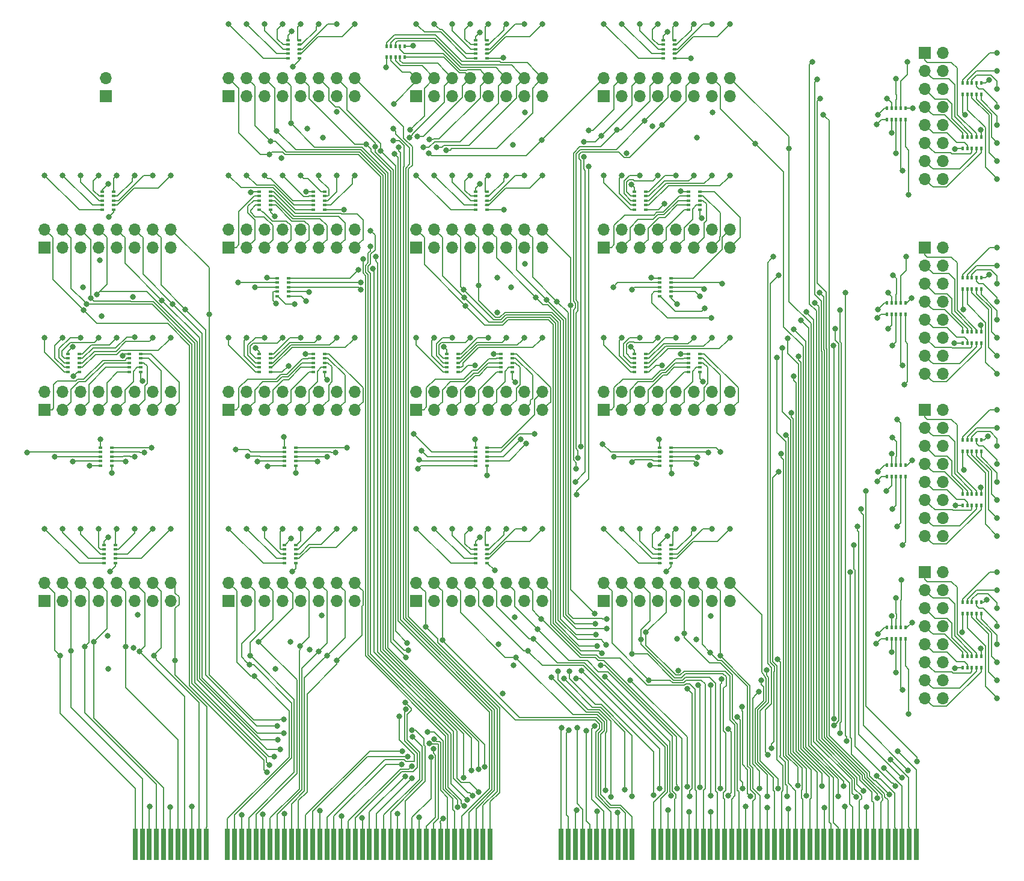
<source format=gbr>
G04 #@! TF.GenerationSoftware,KiCad,Pcbnew,(5.0.1)-4*
G04 #@! TF.CreationDate,2018-12-06T15:24:56-08:00*
G04 #@! TF.ProjectId,lights_n_jumpers,6C69676874735F6E5F6A756D70657273,rev?*
G04 #@! TF.SameCoordinates,Original*
G04 #@! TF.FileFunction,Copper,L4,Bot,Signal*
G04 #@! TF.FilePolarity,Positive*
%FSLAX46Y46*%
G04 Gerber Fmt 4.6, Leading zero omitted, Abs format (unit mm)*
G04 Created by KiCad (PCBNEW (5.0.1)-4) date 12/6/2018 3:24:56 PM*
%MOMM*%
%LPD*%
G01*
G04 APERTURE LIST*
G04 #@! TA.AperFunction,SMDPad,CuDef*
%ADD10R,0.600000X0.340000*%
G04 #@! TD*
G04 #@! TA.AperFunction,SMDPad,CuDef*
%ADD11R,0.340000X0.600000*%
G04 #@! TD*
G04 #@! TA.AperFunction,ConnectorPad*
%ADD12R,0.700000X4.400000*%
G04 #@! TD*
G04 #@! TA.AperFunction,ComponentPad*
%ADD13R,1.700000X1.700000*%
G04 #@! TD*
G04 #@! TA.AperFunction,ComponentPad*
%ADD14O,1.700000X1.700000*%
G04 #@! TD*
G04 #@! TA.AperFunction,ViaPad*
%ADD15C,0.800000*%
G04 #@! TD*
G04 #@! TA.AperFunction,Conductor*
%ADD16C,0.178000*%
G04 #@! TD*
G04 APERTURE END LIST*
D10*
G04 #@! TO.P,RN3,9*
G04 #@! TO.N,Net-(D5-Pad1)*
X89116000Y-106040000D03*
G04 #@! TO.P,RN3,2*
G04 #@! TO.N,Net-(D3-Pad1)*
X90716000Y-106040000D03*
G04 #@! TO.P,RN3,1*
G04 #@! TO.N,Net-(D4-Pad1)*
X90716000Y-105400000D03*
G04 #@! TO.P,RN3,10*
G04 #@! TO.N,GNDREF*
X89116000Y-105400000D03*
G04 #@! TO.P,RN3,5*
X90716000Y-107960000D03*
G04 #@! TO.P,RN3,6*
G04 #@! TO.N,Net-(D8-Pad1)*
X89116000Y-107960000D03*
G04 #@! TO.P,RN3,7*
G04 #@! TO.N,Net-(D7-Pad1)*
X89116000Y-107320000D03*
G04 #@! TO.P,RN3,4*
G04 #@! TO.N,Net-(D1-Pad1)*
X90716000Y-107320000D03*
G04 #@! TO.P,RN3,8*
G04 #@! TO.N,Net-(D6-Pad1)*
X89116000Y-106680000D03*
G04 #@! TO.P,RN3,3*
G04 #@! TO.N,Net-(D2-Pad1)*
X90716000Y-106680000D03*
G04 #@! TD*
G04 #@! TO.P,RN6,9*
G04 #@! TO.N,Net-(D13-Pad1)*
X114516000Y-106040000D03*
G04 #@! TO.P,RN6,2*
G04 #@! TO.N,Net-(D11-Pad1)*
X116116000Y-106040000D03*
G04 #@! TO.P,RN6,1*
G04 #@! TO.N,Net-(D12-Pad1)*
X116116000Y-105400000D03*
G04 #@! TO.P,RN6,10*
G04 #@! TO.N,GNDREF*
X114516000Y-105400000D03*
G04 #@! TO.P,RN6,5*
X116116000Y-107960000D03*
G04 #@! TO.P,RN6,6*
G04 #@! TO.N,Net-(D16-Pad1)*
X114516000Y-107960000D03*
G04 #@! TO.P,RN6,7*
G04 #@! TO.N,Net-(D15-Pad1)*
X114516000Y-107320000D03*
G04 #@! TO.P,RN6,4*
G04 #@! TO.N,Net-(D9-Pad1)*
X116116000Y-107320000D03*
G04 #@! TO.P,RN6,8*
G04 #@! TO.N,Net-(D14-Pad1)*
X114516000Y-106680000D03*
G04 #@! TO.P,RN6,3*
G04 #@! TO.N,Net-(D10-Pad1)*
X116116000Y-106680000D03*
G04 #@! TD*
G04 #@! TO.P,RN7,9*
G04 #@! TO.N,Net-(J3-Pad1)*
X92672000Y-79116000D03*
G04 #@! TO.P,RN7,2*
G04 #@! TO.N,Net-(J3-Pad13)*
X94272000Y-79116000D03*
G04 #@! TO.P,RN7,1*
G04 #@! TO.N,Net-(J3-Pad15)*
X94272000Y-78476000D03*
G04 #@! TO.P,RN7,10*
G04 #@! TO.N,+3V3*
X92672000Y-78476000D03*
G04 #@! TO.P,RN7,5*
X94272000Y-81036000D03*
G04 #@! TO.P,RN7,6*
G04 #@! TO.N,Net-(J3-Pad7)*
X92672000Y-81036000D03*
G04 #@! TO.P,RN7,7*
G04 #@! TO.N,Net-(J3-Pad5)*
X92672000Y-80396000D03*
G04 #@! TO.P,RN7,4*
G04 #@! TO.N,Net-(J3-Pad9)*
X94272000Y-80396000D03*
G04 #@! TO.P,RN7,8*
G04 #@! TO.N,Net-(J3-Pad3)*
X92672000Y-79756000D03*
G04 #@! TO.P,RN7,3*
G04 #@! TO.N,Net-(J3-Pad11)*
X94272000Y-79756000D03*
G04 #@! TD*
G04 #@! TO.P,RN8,9*
G04 #@! TO.N,/rd[31]*
X88608000Y-92324000D03*
G04 #@! TO.P,RN8,2*
G04 #@! TO.N,/rd[25]*
X90208000Y-92324000D03*
G04 #@! TO.P,RN8,1*
G04 #@! TO.N,/rd[24]*
X90208000Y-91684000D03*
G04 #@! TO.P,RN8,10*
G04 #@! TO.N,GNDREF*
X88608000Y-91684000D03*
G04 #@! TO.P,RN8,5*
X90208000Y-94244000D03*
G04 #@! TO.P,RN8,6*
G04 #@! TO.N,/rd[28]*
X88608000Y-94244000D03*
G04 #@! TO.P,RN8,7*
G04 #@! TO.N,/rd[29]*
X88608000Y-93604000D03*
G04 #@! TO.P,RN8,4*
G04 #@! TO.N,/rd[27]*
X90208000Y-93604000D03*
G04 #@! TO.P,RN8,8*
G04 #@! TO.N,/rd[30]*
X88608000Y-92964000D03*
G04 #@! TO.P,RN8,3*
G04 #@! TO.N,/rd[26]*
X90208000Y-92964000D03*
G04 #@! TD*
G04 #@! TO.P,RN9,9*
G04 #@! TO.N,Net-(D21-Pad1)*
X84036000Y-79116000D03*
G04 #@! TO.P,RN9,2*
G04 #@! TO.N,Net-(D19-Pad1)*
X85636000Y-79116000D03*
G04 #@! TO.P,RN9,1*
G04 #@! TO.N,Net-(D20-Pad1)*
X85636000Y-78476000D03*
G04 #@! TO.P,RN9,10*
G04 #@! TO.N,GNDREF*
X84036000Y-78476000D03*
G04 #@! TO.P,RN9,5*
X85636000Y-81036000D03*
G04 #@! TO.P,RN9,6*
G04 #@! TO.N,Net-(D24-Pad1)*
X84036000Y-81036000D03*
G04 #@! TO.P,RN9,7*
G04 #@! TO.N,Net-(D23-Pad1)*
X84036000Y-80396000D03*
G04 #@! TO.P,RN9,4*
G04 #@! TO.N,Net-(D17-Pad1)*
X85636000Y-80396000D03*
G04 #@! TO.P,RN9,8*
G04 #@! TO.N,Net-(D22-Pad1)*
X84036000Y-79756000D03*
G04 #@! TO.P,RN9,3*
G04 #@! TO.N,Net-(D18-Pad1)*
X85636000Y-79756000D03*
G04 #@! TD*
G04 #@! TO.P,RN10,9*
G04 #@! TO.N,Net-(J4-Pad1)*
X118580000Y-79116000D03*
G04 #@! TO.P,RN10,2*
G04 #@! TO.N,Net-(J4-Pad13)*
X120180000Y-79116000D03*
G04 #@! TO.P,RN10,1*
G04 #@! TO.N,Net-(J4-Pad15)*
X120180000Y-78476000D03*
G04 #@! TO.P,RN10,10*
G04 #@! TO.N,+3V3*
X118580000Y-78476000D03*
G04 #@! TO.P,RN10,5*
X120180000Y-81036000D03*
G04 #@! TO.P,RN10,6*
G04 #@! TO.N,Net-(J4-Pad7)*
X118580000Y-81036000D03*
G04 #@! TO.P,RN10,7*
G04 #@! TO.N,Net-(J4-Pad5)*
X118580000Y-80396000D03*
G04 #@! TO.P,RN10,4*
G04 #@! TO.N,Net-(J4-Pad9)*
X120180000Y-80396000D03*
G04 #@! TO.P,RN10,8*
G04 #@! TO.N,Net-(J4-Pad3)*
X118580000Y-79756000D03*
G04 #@! TO.P,RN10,3*
G04 #@! TO.N,Net-(J4-Pad11)*
X120180000Y-79756000D03*
G04 #@! TD*
G04 #@! TO.P,RN11,9*
G04 #@! TO.N,/rd[23]*
X114516000Y-92324000D03*
G04 #@! TO.P,RN11,2*
G04 #@! TO.N,/rd[17]*
X116116000Y-92324000D03*
G04 #@! TO.P,RN11,1*
G04 #@! TO.N,/rd[16]*
X116116000Y-91684000D03*
G04 #@! TO.P,RN11,10*
G04 #@! TO.N,GNDREF*
X114516000Y-91684000D03*
G04 #@! TO.P,RN11,5*
X116116000Y-94244000D03*
G04 #@! TO.P,RN11,6*
G04 #@! TO.N,/rd[20]*
X114516000Y-94244000D03*
G04 #@! TO.P,RN11,7*
G04 #@! TO.N,/rd[21]*
X114516000Y-93604000D03*
G04 #@! TO.P,RN11,4*
G04 #@! TO.N,/rd[19]*
X116116000Y-93604000D03*
G04 #@! TO.P,RN11,8*
G04 #@! TO.N,/rd[22]*
X114516000Y-92964000D03*
G04 #@! TO.P,RN11,3*
G04 #@! TO.N,/rd[18]*
X116116000Y-92964000D03*
G04 #@! TD*
G04 #@! TO.P,RN12,9*
G04 #@! TO.N,Net-(D29-Pad1)*
X110960000Y-79116000D03*
G04 #@! TO.P,RN12,2*
G04 #@! TO.N,Net-(D27-Pad1)*
X112560000Y-79116000D03*
G04 #@! TO.P,RN12,1*
G04 #@! TO.N,Net-(D28-Pad1)*
X112560000Y-78476000D03*
G04 #@! TO.P,RN12,10*
G04 #@! TO.N,GNDREF*
X110960000Y-78476000D03*
G04 #@! TO.P,RN12,5*
X112560000Y-81036000D03*
G04 #@! TO.P,RN12,6*
G04 #@! TO.N,Net-(D32-Pad1)*
X110960000Y-81036000D03*
G04 #@! TO.P,RN12,7*
G04 #@! TO.N,Net-(D31-Pad1)*
X110960000Y-80396000D03*
G04 #@! TO.P,RN12,4*
G04 #@! TO.N,Net-(D25-Pad1)*
X112560000Y-80396000D03*
G04 #@! TO.P,RN12,8*
G04 #@! TO.N,Net-(D30-Pad1)*
X110960000Y-79756000D03*
G04 #@! TO.P,RN12,3*
G04 #@! TO.N,Net-(D26-Pad1)*
X112560000Y-79756000D03*
G04 #@! TD*
G04 #@! TO.P,RN13,9*
G04 #@! TO.N,Net-(J5-Pad1)*
X144996000Y-79116000D03*
G04 #@! TO.P,RN13,2*
G04 #@! TO.N,Net-(J5-Pad13)*
X146596000Y-79116000D03*
G04 #@! TO.P,RN13,1*
G04 #@! TO.N,Net-(J5-Pad15)*
X146596000Y-78476000D03*
G04 #@! TO.P,RN13,10*
G04 #@! TO.N,+3V3*
X144996000Y-78476000D03*
G04 #@! TO.P,RN13,5*
X146596000Y-81036000D03*
G04 #@! TO.P,RN13,6*
G04 #@! TO.N,Net-(J5-Pad7)*
X144996000Y-81036000D03*
G04 #@! TO.P,RN13,7*
G04 #@! TO.N,Net-(J5-Pad5)*
X144996000Y-80396000D03*
G04 #@! TO.P,RN13,4*
G04 #@! TO.N,Net-(J5-Pad9)*
X146596000Y-80396000D03*
G04 #@! TO.P,RN13,8*
G04 #@! TO.N,Net-(J5-Pad3)*
X144996000Y-79756000D03*
G04 #@! TO.P,RN13,3*
G04 #@! TO.N,Net-(J5-Pad11)*
X146596000Y-79756000D03*
G04 #@! TD*
G04 #@! TO.P,RN14,9*
G04 #@! TO.N,/rd[15]*
X141440000Y-92324000D03*
G04 #@! TO.P,RN14,2*
G04 #@! TO.N,/rd[9]*
X143040000Y-92324000D03*
G04 #@! TO.P,RN14,1*
G04 #@! TO.N,/rd[8]*
X143040000Y-91684000D03*
G04 #@! TO.P,RN14,10*
G04 #@! TO.N,GNDREF*
X141440000Y-91684000D03*
G04 #@! TO.P,RN14,5*
X143040000Y-94244000D03*
G04 #@! TO.P,RN14,6*
G04 #@! TO.N,/rd[12]*
X141440000Y-94244000D03*
G04 #@! TO.P,RN14,7*
G04 #@! TO.N,/rd[13]*
X141440000Y-93604000D03*
G04 #@! TO.P,RN14,4*
G04 #@! TO.N,/rd[11]*
X143040000Y-93604000D03*
G04 #@! TO.P,RN14,8*
G04 #@! TO.N,/rd[14]*
X141440000Y-92964000D03*
G04 #@! TO.P,RN14,3*
G04 #@! TO.N,/rd[10]*
X143040000Y-92964000D03*
G04 #@! TD*
G04 #@! TO.P,RN15,9*
G04 #@! TO.N,Net-(D37-Pad1)*
X137376000Y-79116000D03*
G04 #@! TO.P,RN15,2*
G04 #@! TO.N,Net-(D35-Pad1)*
X138976000Y-79116000D03*
G04 #@! TO.P,RN15,1*
G04 #@! TO.N,Net-(D36-Pad1)*
X138976000Y-78476000D03*
G04 #@! TO.P,RN15,10*
G04 #@! TO.N,GNDREF*
X137376000Y-78476000D03*
G04 #@! TO.P,RN15,5*
X138976000Y-81036000D03*
G04 #@! TO.P,RN15,6*
G04 #@! TO.N,Net-(D40-Pad1)*
X137376000Y-81036000D03*
G04 #@! TO.P,RN15,7*
G04 #@! TO.N,Net-(D39-Pad1)*
X137376000Y-80396000D03*
G04 #@! TO.P,RN15,4*
G04 #@! TO.N,Net-(D33-Pad1)*
X138976000Y-80396000D03*
G04 #@! TO.P,RN15,8*
G04 #@! TO.N,Net-(D38-Pad1)*
X137376000Y-79756000D03*
G04 #@! TO.P,RN15,3*
G04 #@! TO.N,Net-(D34-Pad1)*
X138976000Y-79756000D03*
G04 #@! TD*
G04 #@! TO.P,RN16,9*
G04 #@! TO.N,Net-(J6-Pad1)*
X171412000Y-79116000D03*
G04 #@! TO.P,RN16,2*
G04 #@! TO.N,Net-(J6-Pad13)*
X173012000Y-79116000D03*
G04 #@! TO.P,RN16,1*
G04 #@! TO.N,Net-(J6-Pad15)*
X173012000Y-78476000D03*
G04 #@! TO.P,RN16,10*
G04 #@! TO.N,+3V3*
X171412000Y-78476000D03*
G04 #@! TO.P,RN16,5*
X173012000Y-81036000D03*
G04 #@! TO.P,RN16,6*
G04 #@! TO.N,Net-(J6-Pad7)*
X171412000Y-81036000D03*
G04 #@! TO.P,RN16,7*
G04 #@! TO.N,Net-(J6-Pad5)*
X171412000Y-80396000D03*
G04 #@! TO.P,RN16,4*
G04 #@! TO.N,Net-(J6-Pad9)*
X173012000Y-80396000D03*
G04 #@! TO.P,RN16,8*
G04 #@! TO.N,Net-(J6-Pad3)*
X171412000Y-79756000D03*
G04 #@! TO.P,RN16,3*
G04 #@! TO.N,Net-(J6-Pad11)*
X173012000Y-79756000D03*
G04 #@! TD*
G04 #@! TO.P,RN17,9*
G04 #@! TO.N,/rd[7]*
X167348000Y-92324000D03*
G04 #@! TO.P,RN17,2*
G04 #@! TO.N,/rd[1]*
X168948000Y-92324000D03*
G04 #@! TO.P,RN17,1*
G04 #@! TO.N,/rd[0]*
X168948000Y-91684000D03*
G04 #@! TO.P,RN17,10*
G04 #@! TO.N,GNDREF*
X167348000Y-91684000D03*
G04 #@! TO.P,RN17,5*
X168948000Y-94244000D03*
G04 #@! TO.P,RN17,6*
G04 #@! TO.N,/rd[4]*
X167348000Y-94244000D03*
G04 #@! TO.P,RN17,7*
G04 #@! TO.N,/rd[5]*
X167348000Y-93604000D03*
G04 #@! TO.P,RN17,4*
G04 #@! TO.N,/rd[3]*
X168948000Y-93604000D03*
G04 #@! TO.P,RN17,8*
G04 #@! TO.N,/rd[6]*
X167348000Y-92964000D03*
G04 #@! TO.P,RN17,3*
G04 #@! TO.N,/rd[2]*
X168948000Y-92964000D03*
G04 #@! TD*
G04 #@! TO.P,RN18,9*
G04 #@! TO.N,Net-(D45-Pad1)*
X163792000Y-79116000D03*
G04 #@! TO.P,RN18,2*
G04 #@! TO.N,Net-(D43-Pad1)*
X165392000Y-79116000D03*
G04 #@! TO.P,RN18,1*
G04 #@! TO.N,Net-(D44-Pad1)*
X165392000Y-78476000D03*
G04 #@! TO.P,RN18,10*
G04 #@! TO.N,GNDREF*
X163792000Y-78476000D03*
G04 #@! TO.P,RN18,5*
X165392000Y-81036000D03*
G04 #@! TO.P,RN18,6*
G04 #@! TO.N,Net-(D48-Pad1)*
X163792000Y-81036000D03*
G04 #@! TO.P,RN18,7*
G04 #@! TO.N,Net-(D47-Pad1)*
X163792000Y-80396000D03*
G04 #@! TO.P,RN18,4*
G04 #@! TO.N,Net-(D41-Pad1)*
X165392000Y-80396000D03*
G04 #@! TO.P,RN18,8*
G04 #@! TO.N,Net-(D46-Pad1)*
X163792000Y-79756000D03*
G04 #@! TO.P,RN18,3*
G04 #@! TO.N,Net-(D42-Pad1)*
X165392000Y-79756000D03*
G04 #@! TD*
G04 #@! TO.P,RN19,9*
G04 #@! TO.N,Net-(J7-Pad1)*
X110960000Y-56256000D03*
G04 #@! TO.P,RN19,2*
G04 #@! TO.N,Net-(J7-Pad13)*
X112560000Y-56256000D03*
G04 #@! TO.P,RN19,1*
G04 #@! TO.N,Net-(J7-Pad15)*
X112560000Y-55616000D03*
G04 #@! TO.P,RN19,10*
G04 #@! TO.N,+3V3*
X110960000Y-55616000D03*
G04 #@! TO.P,RN19,5*
X112560000Y-58176000D03*
G04 #@! TO.P,RN19,6*
G04 #@! TO.N,Net-(J7-Pad7)*
X110960000Y-58176000D03*
G04 #@! TO.P,RN19,7*
G04 #@! TO.N,Net-(J7-Pad5)*
X110960000Y-57536000D03*
G04 #@! TO.P,RN19,4*
G04 #@! TO.N,Net-(J7-Pad9)*
X112560000Y-57536000D03*
G04 #@! TO.P,RN19,8*
G04 #@! TO.N,Net-(J7-Pad3)*
X110960000Y-56896000D03*
G04 #@! TO.P,RN19,3*
G04 #@! TO.N,Net-(J7-Pad11)*
X112560000Y-56896000D03*
G04 #@! TD*
G04 #@! TO.P,RN20,9*
G04 #@! TO.N,/rs2[23]*
X113500000Y-68448000D03*
G04 #@! TO.P,RN20,2*
G04 #@! TO.N,/rs2[17]*
X115100000Y-68448000D03*
G04 #@! TO.P,RN20,1*
G04 #@! TO.N,/rs2[16]*
X115100000Y-67808000D03*
G04 #@! TO.P,RN20,10*
G04 #@! TO.N,GNDREF*
X113500000Y-67808000D03*
G04 #@! TO.P,RN20,5*
X115100000Y-70368000D03*
G04 #@! TO.P,RN20,6*
G04 #@! TO.N,/rs2[20]*
X113500000Y-70368000D03*
G04 #@! TO.P,RN20,7*
G04 #@! TO.N,/rs2[21]*
X113500000Y-69728000D03*
G04 #@! TO.P,RN20,4*
G04 #@! TO.N,/rs2[19]*
X115100000Y-69728000D03*
G04 #@! TO.P,RN20,8*
G04 #@! TO.N,/rs2[22]*
X113500000Y-69088000D03*
G04 #@! TO.P,RN20,3*
G04 #@! TO.N,/rs2[18]*
X115100000Y-69088000D03*
G04 #@! TD*
G04 #@! TO.P,RN21,9*
G04 #@! TO.N,Net-(D53-Pad1)*
X118580000Y-56256000D03*
G04 #@! TO.P,RN21,2*
G04 #@! TO.N,Net-(D51-Pad1)*
X120180000Y-56256000D03*
G04 #@! TO.P,RN21,1*
G04 #@! TO.N,Net-(D52-Pad1)*
X120180000Y-55616000D03*
G04 #@! TO.P,RN21,10*
G04 #@! TO.N,GNDREF*
X118580000Y-55616000D03*
G04 #@! TO.P,RN21,5*
X120180000Y-58176000D03*
G04 #@! TO.P,RN21,6*
G04 #@! TO.N,Net-(D56-Pad1)*
X118580000Y-58176000D03*
G04 #@! TO.P,RN21,7*
G04 #@! TO.N,Net-(D55-Pad1)*
X118580000Y-57536000D03*
G04 #@! TO.P,RN21,4*
G04 #@! TO.N,Net-(D49-Pad1)*
X120180000Y-57536000D03*
G04 #@! TO.P,RN21,8*
G04 #@! TO.N,Net-(D54-Pad1)*
X118580000Y-56896000D03*
G04 #@! TO.P,RN21,3*
G04 #@! TO.N,Net-(D50-Pad1)*
X120180000Y-56896000D03*
G04 #@! TD*
G04 #@! TO.P,RN24,9*
G04 #@! TO.N,Net-(D61-Pad1)*
X88900000Y-56256000D03*
G04 #@! TO.P,RN24,2*
G04 #@! TO.N,Net-(D59-Pad1)*
X90500000Y-56256000D03*
G04 #@! TO.P,RN24,1*
G04 #@! TO.N,Net-(D60-Pad1)*
X90500000Y-55616000D03*
G04 #@! TO.P,RN24,10*
G04 #@! TO.N,GNDREF*
X88900000Y-55616000D03*
G04 #@! TO.P,RN24,5*
X90500000Y-58176000D03*
G04 #@! TO.P,RN24,6*
G04 #@! TO.N,Net-(D64-Pad1)*
X88900000Y-58176000D03*
G04 #@! TO.P,RN24,7*
G04 #@! TO.N,Net-(D63-Pad1)*
X88900000Y-57536000D03*
G04 #@! TO.P,RN24,4*
G04 #@! TO.N,Net-(D57-Pad1)*
X90500000Y-57536000D03*
G04 #@! TO.P,RN24,8*
G04 #@! TO.N,Net-(D62-Pad1)*
X88900000Y-56896000D03*
G04 #@! TO.P,RN24,3*
G04 #@! TO.N,Net-(D58-Pad1)*
X90500000Y-56896000D03*
G04 #@! TD*
G04 #@! TO.P,RN27,9*
G04 #@! TO.N,Net-(D69-Pad1)*
X167348000Y-106040000D03*
G04 #@! TO.P,RN27,2*
G04 #@! TO.N,Net-(D67-Pad1)*
X168948000Y-106040000D03*
G04 #@! TO.P,RN27,1*
G04 #@! TO.N,Net-(D68-Pad1)*
X168948000Y-105400000D03*
G04 #@! TO.P,RN27,10*
G04 #@! TO.N,GNDREF*
X167348000Y-105400000D03*
G04 #@! TO.P,RN27,5*
X168948000Y-107960000D03*
G04 #@! TO.P,RN27,6*
G04 #@! TO.N,Net-(D72-Pad1)*
X167348000Y-107960000D03*
G04 #@! TO.P,RN27,7*
G04 #@! TO.N,Net-(D71-Pad1)*
X167348000Y-107320000D03*
G04 #@! TO.P,RN27,4*
G04 #@! TO.N,Net-(D65-Pad1)*
X168948000Y-107320000D03*
G04 #@! TO.P,RN27,8*
G04 #@! TO.N,Net-(D70-Pad1)*
X167348000Y-106680000D03*
G04 #@! TO.P,RN27,3*
G04 #@! TO.N,Net-(D66-Pad1)*
X168948000Y-106680000D03*
G04 #@! TD*
G04 #@! TO.P,RN30,9*
G04 #@! TO.N,Net-(D77-Pad1)*
X141440000Y-106040000D03*
G04 #@! TO.P,RN30,2*
G04 #@! TO.N,Net-(D75-Pad1)*
X143040000Y-106040000D03*
G04 #@! TO.P,RN30,1*
G04 #@! TO.N,Net-(D76-Pad1)*
X143040000Y-105400000D03*
G04 #@! TO.P,RN30,10*
G04 #@! TO.N,GNDREF*
X141440000Y-105400000D03*
G04 #@! TO.P,RN30,5*
X143040000Y-107960000D03*
G04 #@! TO.P,RN30,6*
G04 #@! TO.N,Net-(D80-Pad1)*
X141440000Y-107960000D03*
G04 #@! TO.P,RN30,7*
G04 #@! TO.N,Net-(D79-Pad1)*
X141440000Y-107320000D03*
G04 #@! TO.P,RN30,4*
G04 #@! TO.N,Net-(D73-Pad1)*
X143040000Y-107320000D03*
G04 #@! TO.P,RN30,8*
G04 #@! TO.N,Net-(D78-Pad1)*
X141440000Y-106680000D03*
G04 #@! TO.P,RN30,3*
G04 #@! TO.N,Net-(D74-Pad1)*
X143040000Y-106680000D03*
G04 #@! TD*
G04 #@! TO.P,RN31,9*
G04 #@! TO.N,Net-(J12-Pad1)*
X171412000Y-56256000D03*
G04 #@! TO.P,RN31,2*
G04 #@! TO.N,Net-(J12-Pad13)*
X173012000Y-56256000D03*
G04 #@! TO.P,RN31,1*
G04 #@! TO.N,Net-(J12-Pad15)*
X173012000Y-55616000D03*
G04 #@! TO.P,RN31,10*
G04 #@! TO.N,+3V3*
X171412000Y-55616000D03*
G04 #@! TO.P,RN31,5*
X173012000Y-58176000D03*
G04 #@! TO.P,RN31,6*
G04 #@! TO.N,Net-(J12-Pad7)*
X171412000Y-58176000D03*
G04 #@! TO.P,RN31,7*
G04 #@! TO.N,Net-(J12-Pad5)*
X171412000Y-57536000D03*
G04 #@! TO.P,RN31,4*
G04 #@! TO.N,Net-(J12-Pad9)*
X173012000Y-57536000D03*
G04 #@! TO.P,RN31,8*
G04 #@! TO.N,Net-(J12-Pad3)*
X171412000Y-56896000D03*
G04 #@! TO.P,RN31,3*
G04 #@! TO.N,Net-(J12-Pad11)*
X173012000Y-56896000D03*
G04 #@! TD*
G04 #@! TO.P,RN32,9*
G04 #@! TO.N,/rs2[7]*
X167348000Y-68448000D03*
G04 #@! TO.P,RN32,2*
G04 #@! TO.N,/rs2[1]*
X168948000Y-68448000D03*
G04 #@! TO.P,RN32,1*
G04 #@! TO.N,/rs2[0]*
X168948000Y-67808000D03*
G04 #@! TO.P,RN32,10*
G04 #@! TO.N,GNDREF*
X167348000Y-67808000D03*
G04 #@! TO.P,RN32,5*
X168948000Y-70368000D03*
G04 #@! TO.P,RN32,6*
G04 #@! TO.N,/rs2[4]*
X167348000Y-70368000D03*
G04 #@! TO.P,RN32,7*
G04 #@! TO.N,/rs2[5]*
X167348000Y-69728000D03*
G04 #@! TO.P,RN32,4*
G04 #@! TO.N,/rs2[3]*
X168948000Y-69728000D03*
G04 #@! TO.P,RN32,8*
G04 #@! TO.N,/rs2[6]*
X167348000Y-69088000D03*
G04 #@! TO.P,RN32,3*
G04 #@! TO.N,/rs2[2]*
X168948000Y-69088000D03*
G04 #@! TD*
G04 #@! TO.P,RN33,9*
G04 #@! TO.N,Net-(D85-Pad1)*
X163792000Y-56256000D03*
G04 #@! TO.P,RN33,2*
G04 #@! TO.N,Net-(D83-Pad1)*
X165392000Y-56256000D03*
G04 #@! TO.P,RN33,1*
G04 #@! TO.N,Net-(D84-Pad1)*
X165392000Y-55616000D03*
G04 #@! TO.P,RN33,10*
G04 #@! TO.N,GNDREF*
X163792000Y-55616000D03*
G04 #@! TO.P,RN33,5*
X165392000Y-58176000D03*
G04 #@! TO.P,RN33,6*
G04 #@! TO.N,Net-(D88-Pad1)*
X163792000Y-58176000D03*
G04 #@! TO.P,RN33,7*
G04 #@! TO.N,Net-(D87-Pad1)*
X163792000Y-57536000D03*
G04 #@! TO.P,RN33,4*
G04 #@! TO.N,Net-(D81-Pad1)*
X165392000Y-57536000D03*
G04 #@! TO.P,RN33,8*
G04 #@! TO.N,Net-(D86-Pad1)*
X163792000Y-56896000D03*
G04 #@! TO.P,RN33,3*
G04 #@! TO.N,Net-(D82-Pad1)*
X165392000Y-56896000D03*
G04 #@! TD*
G04 #@! TO.P,RN36,9*
G04 #@! TO.N,Net-(D93-Pad1)*
X141440000Y-56256000D03*
G04 #@! TO.P,RN36,2*
G04 #@! TO.N,Net-(D91-Pad1)*
X143040000Y-56256000D03*
G04 #@! TO.P,RN36,1*
G04 #@! TO.N,Net-(D92-Pad1)*
X143040000Y-55616000D03*
G04 #@! TO.P,RN36,10*
G04 #@! TO.N,GNDREF*
X141440000Y-55616000D03*
G04 #@! TO.P,RN36,5*
X143040000Y-58176000D03*
G04 #@! TO.P,RN36,6*
G04 #@! TO.N,Net-(D96-Pad1)*
X141440000Y-58176000D03*
G04 #@! TO.P,RN36,7*
G04 #@! TO.N,Net-(D95-Pad1)*
X141440000Y-57536000D03*
G04 #@! TO.P,RN36,4*
G04 #@! TO.N,Net-(D89-Pad1)*
X143040000Y-57536000D03*
G04 #@! TO.P,RN36,8*
G04 #@! TO.N,Net-(D94-Pad1)*
X141440000Y-56896000D03*
G04 #@! TO.P,RN36,3*
G04 #@! TO.N,Net-(D90-Pad1)*
X143040000Y-56896000D03*
G04 #@! TD*
D11*
G04 #@! TO.P,RN37,9*
G04 #@! TO.N,Net-(J14-Pad1)*
X211968000Y-75400000D03*
G04 #@! TO.P,RN37,2*
G04 #@! TO.N,Net-(J14-Pad13)*
X211968000Y-77000000D03*
G04 #@! TO.P,RN37,1*
G04 #@! TO.N,Net-(J14-Pad15)*
X212608000Y-77000000D03*
G04 #@! TO.P,RN37,10*
G04 #@! TO.N,+3V3*
X212608000Y-75400000D03*
G04 #@! TO.P,RN37,5*
X210048000Y-77000000D03*
G04 #@! TO.P,RN37,6*
G04 #@! TO.N,Net-(J14-Pad7)*
X210048000Y-75400000D03*
G04 #@! TO.P,RN37,7*
G04 #@! TO.N,Net-(J14-Pad5)*
X210688000Y-75400000D03*
G04 #@! TO.P,RN37,4*
G04 #@! TO.N,Net-(J14-Pad9)*
X210688000Y-77000000D03*
G04 #@! TO.P,RN37,8*
G04 #@! TO.N,Net-(J14-Pad3)*
X211328000Y-75400000D03*
G04 #@! TO.P,RN37,3*
G04 #@! TO.N,Net-(J14-Pad11)*
X211328000Y-77000000D03*
G04 #@! TD*
G04 #@! TO.P,RN38,9*
G04 #@! TO.N,/nc23*
X201300000Y-71336000D03*
G04 #@! TO.P,RN38,2*
G04 #@! TO.N,/nc17*
X201300000Y-72936000D03*
G04 #@! TO.P,RN38,1*
G04 #@! TO.N,/nc16*
X201940000Y-72936000D03*
G04 #@! TO.P,RN38,10*
G04 #@! TO.N,GNDREF*
X201940000Y-71336000D03*
G04 #@! TO.P,RN38,5*
X199380000Y-72936000D03*
G04 #@! TO.P,RN38,6*
G04 #@! TO.N,/nc20*
X199380000Y-71336000D03*
G04 #@! TO.P,RN38,7*
G04 #@! TO.N,/nc21*
X200020000Y-71336000D03*
G04 #@! TO.P,RN38,4*
G04 #@! TO.N,/nc19*
X200020000Y-72936000D03*
G04 #@! TO.P,RN38,8*
G04 #@! TO.N,/nc22*
X200660000Y-71336000D03*
G04 #@! TO.P,RN38,3*
G04 #@! TO.N,/nc18*
X200660000Y-72936000D03*
G04 #@! TD*
G04 #@! TO.P,RN39,9*
G04 #@! TO.N,Net-(D101-Pad1)*
X211968000Y-67780000D03*
G04 #@! TO.P,RN39,2*
G04 #@! TO.N,Net-(D99-Pad1)*
X211968000Y-69380000D03*
G04 #@! TO.P,RN39,1*
G04 #@! TO.N,Net-(D100-Pad1)*
X212608000Y-69380000D03*
G04 #@! TO.P,RN39,10*
G04 #@! TO.N,GNDREF*
X212608000Y-67780000D03*
G04 #@! TO.P,RN39,5*
X210048000Y-69380000D03*
G04 #@! TO.P,RN39,6*
G04 #@! TO.N,Net-(D104-Pad1)*
X210048000Y-67780000D03*
G04 #@! TO.P,RN39,7*
G04 #@! TO.N,Net-(D103-Pad1)*
X210688000Y-67780000D03*
G04 #@! TO.P,RN39,4*
G04 #@! TO.N,Net-(D97-Pad1)*
X210688000Y-69380000D03*
G04 #@! TO.P,RN39,8*
G04 #@! TO.N,Net-(D102-Pad1)*
X211328000Y-67780000D03*
G04 #@! TO.P,RN39,3*
G04 #@! TO.N,Net-(D98-Pad1)*
X211328000Y-69380000D03*
G04 #@! TD*
G04 #@! TO.P,RN40,9*
G04 #@! TO.N,Net-(J15-Pad1)*
X211968000Y-98260000D03*
G04 #@! TO.P,RN40,2*
G04 #@! TO.N,Net-(J15-Pad13)*
X211968000Y-99860000D03*
G04 #@! TO.P,RN40,1*
G04 #@! TO.N,Net-(J15-Pad15)*
X212608000Y-99860000D03*
G04 #@! TO.P,RN40,10*
G04 #@! TO.N,+3V3*
X212608000Y-98260000D03*
G04 #@! TO.P,RN40,5*
X210048000Y-99860000D03*
G04 #@! TO.P,RN40,6*
G04 #@! TO.N,Net-(J15-Pad7)*
X210048000Y-98260000D03*
G04 #@! TO.P,RN40,7*
G04 #@! TO.N,Net-(J15-Pad5)*
X210688000Y-98260000D03*
G04 #@! TO.P,RN40,4*
G04 #@! TO.N,Net-(J15-Pad9)*
X210688000Y-99860000D03*
G04 #@! TO.P,RN40,8*
G04 #@! TO.N,Net-(J15-Pad3)*
X211328000Y-98260000D03*
G04 #@! TO.P,RN40,3*
G04 #@! TO.N,Net-(J15-Pad11)*
X211328000Y-99860000D03*
G04 #@! TD*
G04 #@! TO.P,RN41,9*
G04 #@! TO.N,/nc15*
X201300000Y-94196000D03*
G04 #@! TO.P,RN41,2*
G04 #@! TO.N,/nc9*
X201300000Y-95796000D03*
G04 #@! TO.P,RN41,1*
G04 #@! TO.N,/nc8*
X201940000Y-95796000D03*
G04 #@! TO.P,RN41,10*
G04 #@! TO.N,GNDREF*
X201940000Y-94196000D03*
G04 #@! TO.P,RN41,5*
X199380000Y-95796000D03*
G04 #@! TO.P,RN41,6*
G04 #@! TO.N,/nc12*
X199380000Y-94196000D03*
G04 #@! TO.P,RN41,7*
G04 #@! TO.N,/nc13*
X200020000Y-94196000D03*
G04 #@! TO.P,RN41,4*
G04 #@! TO.N,/nc11*
X200020000Y-95796000D03*
G04 #@! TO.P,RN41,8*
G04 #@! TO.N,/nc14*
X200660000Y-94196000D03*
G04 #@! TO.P,RN41,3*
G04 #@! TO.N,/nc10*
X200660000Y-95796000D03*
G04 #@! TD*
G04 #@! TO.P,RN42,9*
G04 #@! TO.N,Net-(D109-Pad1)*
X211968000Y-90640000D03*
G04 #@! TO.P,RN42,2*
G04 #@! TO.N,Net-(D107-Pad1)*
X211968000Y-92240000D03*
G04 #@! TO.P,RN42,1*
G04 #@! TO.N,Net-(D108-Pad1)*
X212608000Y-92240000D03*
G04 #@! TO.P,RN42,10*
G04 #@! TO.N,GNDREF*
X212608000Y-90640000D03*
G04 #@! TO.P,RN42,5*
X210048000Y-92240000D03*
G04 #@! TO.P,RN42,6*
G04 #@! TO.N,Net-(D112-Pad1)*
X210048000Y-90640000D03*
G04 #@! TO.P,RN42,7*
G04 #@! TO.N,Net-(D111-Pad1)*
X210688000Y-90640000D03*
G04 #@! TO.P,RN42,4*
G04 #@! TO.N,Net-(D105-Pad1)*
X210688000Y-92240000D03*
G04 #@! TO.P,RN42,8*
G04 #@! TO.N,Net-(D110-Pad1)*
X211328000Y-90640000D03*
G04 #@! TO.P,RN42,3*
G04 #@! TO.N,Net-(D106-Pad1)*
X211328000Y-92240000D03*
G04 #@! TD*
G04 #@! TO.P,RN43,9*
G04 #@! TO.N,Net-(J16-Pad1)*
X211968000Y-121120000D03*
G04 #@! TO.P,RN43,2*
G04 #@! TO.N,Net-(J16-Pad13)*
X211968000Y-122720000D03*
G04 #@! TO.P,RN43,1*
G04 #@! TO.N,Net-(J16-Pad15)*
X212608000Y-122720000D03*
G04 #@! TO.P,RN43,10*
G04 #@! TO.N,+3V3*
X212608000Y-121120000D03*
G04 #@! TO.P,RN43,5*
X210048000Y-122720000D03*
G04 #@! TO.P,RN43,6*
G04 #@! TO.N,Net-(J16-Pad7)*
X210048000Y-121120000D03*
G04 #@! TO.P,RN43,7*
G04 #@! TO.N,Net-(J16-Pad5)*
X210688000Y-121120000D03*
G04 #@! TO.P,RN43,4*
G04 #@! TO.N,Net-(J16-Pad9)*
X210688000Y-122720000D03*
G04 #@! TO.P,RN43,8*
G04 #@! TO.N,Net-(J16-Pad3)*
X211328000Y-121120000D03*
G04 #@! TO.P,RN43,3*
G04 #@! TO.N,Net-(J16-Pad11)*
X211328000Y-122720000D03*
G04 #@! TD*
G04 #@! TO.P,RN44,9*
G04 #@! TO.N,/nc7*
X201300000Y-117056000D03*
G04 #@! TO.P,RN44,2*
G04 #@! TO.N,/nc1*
X201300000Y-118656000D03*
G04 #@! TO.P,RN44,1*
G04 #@! TO.N,/nc0*
X201940000Y-118656000D03*
G04 #@! TO.P,RN44,10*
G04 #@! TO.N,GNDREF*
X201940000Y-117056000D03*
G04 #@! TO.P,RN44,5*
X199380000Y-118656000D03*
G04 #@! TO.P,RN44,6*
G04 #@! TO.N,/nc4*
X199380000Y-117056000D03*
G04 #@! TO.P,RN44,7*
G04 #@! TO.N,/nc5*
X200020000Y-117056000D03*
G04 #@! TO.P,RN44,4*
G04 #@! TO.N,/nc3*
X200020000Y-118656000D03*
G04 #@! TO.P,RN44,8*
G04 #@! TO.N,/nc6*
X200660000Y-117056000D03*
G04 #@! TO.P,RN44,3*
G04 #@! TO.N,/nc2*
X200660000Y-118656000D03*
G04 #@! TD*
G04 #@! TO.P,RN45,9*
G04 #@! TO.N,Net-(D117-Pad1)*
X211968000Y-113500000D03*
G04 #@! TO.P,RN45,2*
G04 #@! TO.N,Net-(D115-Pad1)*
X211968000Y-115100000D03*
G04 #@! TO.P,RN45,1*
G04 #@! TO.N,Net-(D116-Pad1)*
X212608000Y-115100000D03*
G04 #@! TO.P,RN45,10*
G04 #@! TO.N,GNDREF*
X212608000Y-113500000D03*
G04 #@! TO.P,RN45,5*
X210048000Y-115100000D03*
G04 #@! TO.P,RN45,6*
G04 #@! TO.N,Net-(D120-Pad1)*
X210048000Y-113500000D03*
G04 #@! TO.P,RN45,7*
G04 #@! TO.N,Net-(D119-Pad1)*
X210688000Y-113500000D03*
G04 #@! TO.P,RN45,4*
G04 #@! TO.N,Net-(D113-Pad1)*
X210688000Y-115100000D03*
G04 #@! TO.P,RN45,8*
G04 #@! TO.N,Net-(D118-Pad1)*
X211328000Y-113500000D03*
G04 #@! TO.P,RN45,3*
G04 #@! TO.N,Net-(D114-Pad1)*
X211328000Y-115100000D03*
G04 #@! TD*
D10*
G04 #@! TO.P,RN48,9*
G04 #@! TO.N,Net-(D125-Pad1)*
X115024000Y-34920000D03*
G04 #@! TO.P,RN48,2*
G04 #@! TO.N,Net-(D123-Pad1)*
X116624000Y-34920000D03*
G04 #@! TO.P,RN48,1*
G04 #@! TO.N,Net-(D124-Pad1)*
X116624000Y-34280000D03*
G04 #@! TO.P,RN48,10*
G04 #@! TO.N,GNDREF*
X115024000Y-34280000D03*
G04 #@! TO.P,RN48,5*
X116624000Y-36840000D03*
G04 #@! TO.P,RN48,6*
G04 #@! TO.N,Net-(D128-Pad1)*
X115024000Y-36840000D03*
G04 #@! TO.P,RN48,7*
G04 #@! TO.N,Net-(D127-Pad1)*
X115024000Y-36200000D03*
G04 #@! TO.P,RN48,4*
G04 #@! TO.N,Net-(D121-Pad1)*
X116624000Y-36200000D03*
G04 #@! TO.P,RN48,8*
G04 #@! TO.N,Net-(D126-Pad1)*
X115024000Y-35560000D03*
G04 #@! TO.P,RN48,3*
G04 #@! TO.N,Net-(D122-Pad1)*
X116624000Y-35560000D03*
G04 #@! TD*
D11*
G04 #@! TO.P,RN50,9*
G04 #@! TO.N,/rs2a[1]*
X129535000Y-36715600D03*
G04 #@! TO.P,RN50,2*
G04 #@! TO.N,/rda[2]*
X129535000Y-35115600D03*
G04 #@! TO.P,RN50,1*
G04 #@! TO.N,/rda[3]*
X128895000Y-35115600D03*
G04 #@! TO.P,RN50,10*
G04 #@! TO.N,GNDREF*
X128895000Y-36715600D03*
G04 #@! TO.P,RN50,5*
X131455000Y-35115600D03*
G04 #@! TO.P,RN50,6*
G04 #@! TO.N,/rs2a[4]*
X131455000Y-36715600D03*
G04 #@! TO.P,RN50,7*
G04 #@! TO.N,/rs2a[3]*
X130815000Y-36715600D03*
G04 #@! TO.P,RN50,4*
G04 #@! TO.N,/rda[0]*
X130815000Y-35115600D03*
G04 #@! TO.P,RN50,8*
G04 #@! TO.N,/rs2a[2]*
X130175000Y-36715600D03*
G04 #@! TO.P,RN50,3*
G04 #@! TO.N,/rda[1]*
X130175000Y-35115600D03*
G04 #@! TD*
D10*
G04 #@! TO.P,RN51,9*
G04 #@! TO.N,Net-(D133-Pad1)*
X141440000Y-34920000D03*
G04 #@! TO.P,RN51,2*
G04 #@! TO.N,Net-(D131-Pad1)*
X143040000Y-34920000D03*
G04 #@! TO.P,RN51,1*
G04 #@! TO.N,Net-(D132-Pad1)*
X143040000Y-34280000D03*
G04 #@! TO.P,RN51,10*
G04 #@! TO.N,GNDREF*
X141440000Y-34280000D03*
G04 #@! TO.P,RN51,5*
X143040000Y-36840000D03*
G04 #@! TO.P,RN51,6*
G04 #@! TO.N,Net-(D136-Pad1)*
X141440000Y-36840000D03*
G04 #@! TO.P,RN51,7*
G04 #@! TO.N,Net-(D135-Pad1)*
X141440000Y-36200000D03*
G04 #@! TO.P,RN51,4*
G04 #@! TO.N,Net-(D129-Pad1)*
X143040000Y-36200000D03*
G04 #@! TO.P,RN51,8*
G04 #@! TO.N,Net-(D134-Pad1)*
X141440000Y-35560000D03*
G04 #@! TO.P,RN51,3*
G04 #@! TO.N,Net-(D130-Pad1)*
X143040000Y-35560000D03*
G04 #@! TD*
G04 #@! TO.P,RN54,9*
G04 #@! TO.N,Net-(D141-Pad1)*
X167856000Y-34920000D03*
G04 #@! TO.P,RN54,2*
G04 #@! TO.N,Net-(D139-Pad1)*
X169456000Y-34920000D03*
G04 #@! TO.P,RN54,1*
G04 #@! TO.N,Net-(D140-Pad1)*
X169456000Y-34280000D03*
G04 #@! TO.P,RN54,10*
G04 #@! TO.N,GNDREF*
X167856000Y-34280000D03*
G04 #@! TO.P,RN54,5*
X169456000Y-36840000D03*
G04 #@! TO.P,RN54,6*
G04 #@! TO.N,Net-(D144-Pad1)*
X167856000Y-36840000D03*
G04 #@! TO.P,RN54,7*
G04 #@! TO.N,Net-(D143-Pad1)*
X167856000Y-36200000D03*
G04 #@! TO.P,RN54,4*
G04 #@! TO.N,Net-(D137-Pad1)*
X169456000Y-36200000D03*
G04 #@! TO.P,RN54,8*
G04 #@! TO.N,Net-(D142-Pad1)*
X167856000Y-35560000D03*
G04 #@! TO.P,RN54,3*
G04 #@! TO.N,Net-(D138-Pad1)*
X169456000Y-35560000D03*
G04 #@! TD*
D11*
G04 #@! TO.P,RN55,9*
G04 #@! TO.N,Net-(J20-Pad1)*
X211968000Y-47968000D03*
G04 #@! TO.P,RN55,2*
G04 #@! TO.N,Net-(J20-Pad13)*
X211968000Y-49568000D03*
G04 #@! TO.P,RN55,1*
G04 #@! TO.N,Net-(J20-Pad15)*
X212608000Y-49568000D03*
G04 #@! TO.P,RN55,10*
G04 #@! TO.N,+3V3*
X212608000Y-47968000D03*
G04 #@! TO.P,RN55,5*
X210048000Y-49568000D03*
G04 #@! TO.P,RN55,6*
G04 #@! TO.N,Net-(J20-Pad7)*
X210048000Y-47968000D03*
G04 #@! TO.P,RN55,7*
G04 #@! TO.N,Net-(J20-Pad5)*
X210688000Y-47968000D03*
G04 #@! TO.P,RN55,4*
G04 #@! TO.N,Net-(J20-Pad9)*
X210688000Y-49568000D03*
G04 #@! TO.P,RN55,8*
G04 #@! TO.N,Net-(J20-Pad3)*
X211328000Y-47968000D03*
G04 #@! TO.P,RN55,3*
G04 #@! TO.N,Net-(J20-Pad11)*
X211328000Y-49568000D03*
G04 #@! TD*
G04 #@! TO.P,RN56,9*
G04 #@! TO.N,/f[0]*
X201300000Y-43904000D03*
G04 #@! TO.P,RN56,2*
G04 #@! TO.N,+3V3*
X201300000Y-45504000D03*
G04 #@! TO.P,RN56,1*
X201940000Y-45504000D03*
G04 #@! TO.P,RN56,10*
G04 #@! TO.N,GNDREF*
X201940000Y-43904000D03*
G04 #@! TO.P,RN56,5*
X199380000Y-45504000D03*
G04 #@! TO.P,RN56,6*
G04 #@! TO.N,/f[3]*
X199380000Y-43904000D03*
G04 #@! TO.P,RN56,7*
G04 #@! TO.N,/f[2]*
X200020000Y-43904000D03*
G04 #@! TO.P,RN56,4*
G04 #@! TO.N,+3V3*
X200020000Y-45504000D03*
G04 #@! TO.P,RN56,8*
G04 #@! TO.N,/f[1]*
X200660000Y-43904000D03*
G04 #@! TO.P,RN56,3*
G04 #@! TO.N,+3V3*
X200660000Y-45504000D03*
G04 #@! TD*
G04 #@! TO.P,RN57,9*
G04 #@! TO.N,Net-(D149-Pad1)*
X211968000Y-40348000D03*
G04 #@! TO.P,RN57,2*
G04 #@! TO.N,Net-(D147-Pad1)*
X211968000Y-41948000D03*
G04 #@! TO.P,RN57,1*
G04 #@! TO.N,Net-(D148-Pad1)*
X212608000Y-41948000D03*
G04 #@! TO.P,RN57,10*
G04 #@! TO.N,GNDREF*
X212608000Y-40348000D03*
G04 #@! TO.P,RN57,5*
X210048000Y-41948000D03*
G04 #@! TO.P,RN57,6*
G04 #@! TO.N,Net-(D152-Pad1)*
X210048000Y-40348000D03*
G04 #@! TO.P,RN57,7*
G04 #@! TO.N,Net-(D151-Pad1)*
X210688000Y-40348000D03*
G04 #@! TO.P,RN57,4*
G04 #@! TO.N,Net-(D145-Pad1)*
X210688000Y-41948000D03*
G04 #@! TO.P,RN57,8*
G04 #@! TO.N,Net-(D150-Pad1)*
X211328000Y-40348000D03*
G04 #@! TO.P,RN57,3*
G04 #@! TO.N,Net-(D146-Pad1)*
X211328000Y-41948000D03*
G04 #@! TD*
D12*
G04 #@! TO.P,P1,99*
G04 #@! TO.N,/rs1[31]*
X93500000Y-147600000D03*
G04 #@! TO.P,P1,100*
G04 #@! TO.N,/rs1[30]*
X94500000Y-147600000D03*
G04 #@! TO.P,P1,101*
G04 #@! TO.N,GNDREF*
X95500000Y-147600000D03*
G04 #@! TO.P,P1,102*
G04 #@! TO.N,/rs1[29]*
X96500000Y-147600000D03*
G04 #@! TO.P,P1,103*
G04 #@! TO.N,/rs1[28]*
X97500000Y-147600000D03*
G04 #@! TO.P,P1,104*
G04 #@! TO.N,+3V3*
X98500000Y-147600000D03*
G04 #@! TO.P,P1,105*
G04 #@! TO.N,/rs1[27]*
X99500000Y-147600000D03*
G04 #@! TO.P,P1,106*
G04 #@! TO.N,/rs1[26]*
X100500000Y-147600000D03*
G04 #@! TO.P,P1,107*
G04 #@! TO.N,GNDREF*
X101500000Y-147600000D03*
G04 #@! TO.P,P1,108*
G04 #@! TO.N,/rs1[25]*
X102500000Y-147600000D03*
G04 #@! TO.P,P1,109*
G04 #@! TO.N,/rs1[24]*
X103500000Y-147600000D03*
G04 #@! TO.P,P1,110*
G04 #@! TO.N,/rs1[23]*
X106500000Y-147600000D03*
G04 #@! TO.P,P1,111*
G04 #@! TO.N,/rs1[22]*
X107500000Y-147600000D03*
G04 #@! TO.P,P1,112*
G04 #@! TO.N,GNDREF*
X108500000Y-147600000D03*
G04 #@! TO.P,P1,113*
G04 #@! TO.N,/rs1[21]*
X109500000Y-147600000D03*
G04 #@! TO.P,P1,114*
G04 #@! TO.N,/rs1[20]*
X110500000Y-147600000D03*
G04 #@! TO.P,P1,115*
G04 #@! TO.N,+3V3*
X111500000Y-147600000D03*
G04 #@! TO.P,P1,116*
G04 #@! TO.N,/rs1[19]*
X112500000Y-147600000D03*
G04 #@! TO.P,P1,117*
G04 #@! TO.N,/rs1[18]*
X113500000Y-147600000D03*
G04 #@! TO.P,P1,118*
G04 #@! TO.N,GNDREF*
X114500000Y-147600000D03*
G04 #@! TO.P,P1,119*
G04 #@! TO.N,/rs1[17]*
X115500000Y-147600000D03*
G04 #@! TO.P,P1,120*
G04 #@! TO.N,/rs1[16]*
X116500000Y-147600000D03*
G04 #@! TO.P,P1,121*
G04 #@! TO.N,/nc18*
X117500000Y-147600000D03*
G04 #@! TO.P,P1,122*
G04 #@! TO.N,/nc19*
X118500000Y-147600000D03*
G04 #@! TO.P,P1,123*
G04 #@! TO.N,GNDREF*
X119500000Y-147600000D03*
G04 #@! TO.P,P1,124*
G04 #@! TO.N,/~rd_wr*
X120500000Y-147600000D03*
G04 #@! TO.P,P1,125*
G04 #@! TO.N,/nc20*
X121500000Y-147600000D03*
G04 #@! TO.P,P1,126*
G04 #@! TO.N,+3V3*
X122500000Y-147600000D03*
G04 #@! TO.P,P1,127*
G04 #@! TO.N,/nc21*
X123500000Y-147600000D03*
G04 #@! TO.P,P1,128*
G04 #@! TO.N,/~rs2_rd*
X124500000Y-147600000D03*
G04 #@! TO.P,P1,129*
G04 #@! TO.N,GNDREF*
X125500000Y-147600000D03*
G04 #@! TO.P,P1,130*
G04 #@! TO.N,/nc22*
X126500000Y-147600000D03*
G04 #@! TO.P,P1,131*
G04 #@! TO.N,/nc23*
X127500000Y-147600000D03*
G04 #@! TO.P,P1,132*
G04 #@! TO.N,/~rs1_rd*
X128500000Y-147600000D03*
G04 #@! TO.P,P1,133*
G04 #@! TO.N,/nc0*
X129500000Y-147600000D03*
G04 #@! TO.P,P1,134*
G04 #@! TO.N,GNDREF*
X130500000Y-147600000D03*
G04 #@! TO.P,P1,135*
G04 #@! TO.N,/nc1*
X131500000Y-147600000D03*
G04 #@! TO.P,P1,136*
G04 #@! TO.N,/nc2*
X132500000Y-147600000D03*
G04 #@! TO.P,P1,137*
G04 #@! TO.N,+3V3*
X133500000Y-147600000D03*
G04 #@! TO.P,P1,138*
G04 #@! TO.N,/nc3*
X134500000Y-147600000D03*
G04 #@! TO.P,P1,139*
G04 #@! TO.N,/nc4*
X135500000Y-147600000D03*
G04 #@! TO.P,P1,140*
G04 #@! TO.N,GNDREF*
X136500000Y-147600000D03*
G04 #@! TO.P,P1,141*
G04 #@! TO.N,/nc5*
X137500000Y-147600000D03*
G04 #@! TO.P,P1,142*
G04 #@! TO.N,/nc6*
X138500000Y-147600000D03*
G04 #@! TO.P,P1,143*
G04 #@! TO.N,/rs2a[4]*
X139500000Y-147600000D03*
G04 #@! TO.P,P1,144*
G04 #@! TO.N,/rs2a[3]*
X140500000Y-147600000D03*
G04 #@! TO.P,P1,145*
G04 #@! TO.N,/rs2a[2]*
X141500000Y-147600000D03*
G04 #@! TO.P,P1,146*
G04 #@! TO.N,/rs2a[1]*
X142500000Y-147600000D03*
G04 #@! TO.P,P1,147*
G04 #@! TO.N,/rs2a[0]*
X143500000Y-147600000D03*
G04 #@! TO.P,P1,148*
G04 #@! TO.N,/rs1a[4]*
X153500000Y-147600000D03*
G04 #@! TO.P,P1,159*
G04 #@! TO.N,/rs1[12]*
X166500000Y-147600000D03*
G04 #@! TO.P,P1,149*
G04 #@! TO.N,/rs1a[3]*
X154500000Y-147600000D03*
G04 #@! TO.P,P1,150*
G04 #@! TO.N,GNDREF*
X155500000Y-147600000D03*
G04 #@! TO.P,P1,151*
G04 #@! TO.N,/rs1a[2]*
X156500000Y-147600000D03*
G04 #@! TO.P,P1,152*
G04 #@! TO.N,/rs1a[1]*
X157500000Y-147600000D03*
G04 #@! TO.P,P1,153*
G04 #@! TO.N,+3V3*
X158500000Y-147600000D03*
G04 #@! TO.P,P1,154*
G04 #@! TO.N,/rs1a[0]*
X159500000Y-147600000D03*
G04 #@! TO.P,P1,155*
G04 #@! TO.N,/rs1[15]*
X160500000Y-147600000D03*
G04 #@! TO.P,P1,156*
G04 #@! TO.N,GNDREF*
X161500000Y-147600000D03*
G04 #@! TO.P,P1,157*
G04 #@! TO.N,/rs1[14]*
X162500000Y-147600000D03*
G04 #@! TO.P,P1,158*
G04 #@! TO.N,/rs1[13]*
X163500000Y-147600000D03*
G04 #@! TO.P,P1,160*
G04 #@! TO.N,/rs1[11]*
X167500000Y-147600000D03*
G04 #@! TO.P,P1,161*
G04 #@! TO.N,GNDREF*
X168500000Y-147600000D03*
G04 #@! TO.P,P1,162*
G04 #@! TO.N,/rs1[10]*
X169500000Y-147600000D03*
G04 #@! TO.P,P1,163*
G04 #@! TO.N,/rs1[9]*
X170500000Y-147600000D03*
G04 #@! TO.P,P1,164*
G04 #@! TO.N,+3V3*
X171500000Y-147600000D03*
G04 #@! TO.P,P1,165*
G04 #@! TO.N,/rs1[8]*
X172500000Y-147600000D03*
G04 #@! TO.P,P1,166*
G04 #@! TO.N,/rs1[7]*
X173500000Y-147600000D03*
G04 #@! TO.P,P1,167*
G04 #@! TO.N,GNDREF*
X174500000Y-147600000D03*
G04 #@! TO.P,P1,168*
G04 #@! TO.N,/rs1[6]*
X175500000Y-147600000D03*
G04 #@! TO.P,P1,169*
G04 #@! TO.N,/rs1[5]*
X176500000Y-147600000D03*
G04 #@! TO.P,P1,170*
G04 #@! TO.N,/rs1[4]*
X177500000Y-147600000D03*
G04 #@! TO.P,P1,171*
G04 #@! TO.N,/rs1[3]*
X178500000Y-147600000D03*
G04 #@! TO.P,P1,172*
G04 #@! TO.N,GNDREF*
X179500000Y-147600000D03*
G04 #@! TO.P,P1,173*
G04 #@! TO.N,/rs1[2]*
X180500000Y-147600000D03*
G04 #@! TO.P,P1,174*
G04 #@! TO.N,/rs1[1]*
X181500000Y-147600000D03*
G04 #@! TO.P,P1,175*
G04 #@! TO.N,+3V3*
X182500000Y-147600000D03*
G04 #@! TO.P,P1,176*
G04 #@! TO.N,/rs1[0]*
X183500000Y-147600000D03*
G04 #@! TO.P,P1,177*
G04 #@! TO.N,/nc12*
X184500000Y-147600000D03*
G04 #@! TO.P,P1,178*
G04 #@! TO.N,GNDREF*
X185500000Y-147600000D03*
G04 #@! TO.P,P1,179*
G04 #@! TO.N,/nc13*
X186500000Y-147600000D03*
G04 #@! TO.P,P1,180*
G04 #@! TO.N,/nc14*
X187500000Y-147600000D03*
G04 #@! TO.P,P1,181*
G04 #@! TO.N,/nc15*
X188500000Y-147600000D03*
G04 #@! TO.P,P1,182*
G04 #@! TO.N,/nc16*
X189500000Y-147600000D03*
G04 #@! TO.P,P1,183*
G04 #@! TO.N,GNDREF*
X190500000Y-147600000D03*
G04 #@! TO.P,P1,184*
G04 #@! TO.N,/nc17*
X191500000Y-147600000D03*
G04 #@! TO.P,P1,185*
G04 #@! TO.N,/~shift_oe*
X192500000Y-147600000D03*
G04 #@! TO.P,P1,186*
G04 #@! TO.N,+3V3*
X193500000Y-147600000D03*
G04 #@! TO.P,P1,187*
G04 #@! TO.N,/~alu_oe*
X194500000Y-147600000D03*
G04 #@! TO.P,P1,188*
G04 #@! TO.N,/f[0]*
X195500000Y-147600000D03*
G04 #@! TO.P,P1,189*
G04 #@! TO.N,GNDREF*
X196500000Y-147600000D03*
G04 #@! TO.P,P1,190*
G04 #@! TO.N,/f[1]*
X197500000Y-147600000D03*
G04 #@! TO.P,P1,191*
G04 #@! TO.N,/f[2]*
X198500000Y-147600000D03*
G04 #@! TO.P,P1,192*
G04 #@! TO.N,/f[3]*
X199500000Y-147600000D03*
G04 #@! TO.P,P1,193*
G04 #@! TO.N,/~BOOT_ALU_EN*
X200500000Y-147600000D03*
G04 #@! TO.P,P1,194*
G04 #@! TO.N,/BOOT_CLK*
X201500000Y-147600000D03*
G04 #@! TO.P,P1,195*
G04 #@! TO.N,/~BOOT_RST*
X202500000Y-147600000D03*
G04 #@! TO.P,P1,196*
G04 #@! TO.N,/~BOOT_WR*
X203500000Y-147600000D03*
G04 #@! TD*
D13*
G04 #@! TO.P,J1,1*
G04 #@! TO.N,Net-(J1-Pad1)*
X80772000Y-113284000D03*
D14*
G04 #@! TO.P,J1,2*
G04 #@! TO.N,/rs1[31]*
X80772000Y-110744000D03*
G04 #@! TO.P,J1,3*
G04 #@! TO.N,Net-(J1-Pad3)*
X83312000Y-113284000D03*
G04 #@! TO.P,J1,4*
G04 #@! TO.N,/rs1[30]*
X83312000Y-110744000D03*
G04 #@! TO.P,J1,5*
G04 #@! TO.N,Net-(J1-Pad5)*
X85852000Y-113284000D03*
G04 #@! TO.P,J1,6*
G04 #@! TO.N,/rs1[29]*
X85852000Y-110744000D03*
G04 #@! TO.P,J1,7*
G04 #@! TO.N,Net-(J1-Pad7)*
X88392000Y-113284000D03*
G04 #@! TO.P,J1,8*
G04 #@! TO.N,/rs1[28]*
X88392000Y-110744000D03*
G04 #@! TO.P,J1,9*
G04 #@! TO.N,Net-(J1-Pad9)*
X90932000Y-113284000D03*
G04 #@! TO.P,J1,10*
G04 #@! TO.N,/rs1[27]*
X90932000Y-110744000D03*
G04 #@! TO.P,J1,11*
G04 #@! TO.N,Net-(J1-Pad11)*
X93472000Y-113284000D03*
G04 #@! TO.P,J1,12*
G04 #@! TO.N,/rs1[26]*
X93472000Y-110744000D03*
G04 #@! TO.P,J1,13*
G04 #@! TO.N,Net-(J1-Pad13)*
X96012000Y-113284000D03*
G04 #@! TO.P,J1,14*
G04 #@! TO.N,/rs1[25]*
X96012000Y-110744000D03*
G04 #@! TO.P,J1,15*
G04 #@! TO.N,Net-(J1-Pad15)*
X98552000Y-113284000D03*
G04 #@! TO.P,J1,16*
G04 #@! TO.N,/rs1[24]*
X98552000Y-110744000D03*
G04 #@! TD*
G04 #@! TO.P,J2,16*
G04 #@! TO.N,/rs1[16]*
X124460000Y-110744000D03*
G04 #@! TO.P,J2,15*
G04 #@! TO.N,Net-(J2-Pad15)*
X124460000Y-113284000D03*
G04 #@! TO.P,J2,14*
G04 #@! TO.N,/rs1[17]*
X121920000Y-110744000D03*
G04 #@! TO.P,J2,13*
G04 #@! TO.N,Net-(J2-Pad13)*
X121920000Y-113284000D03*
G04 #@! TO.P,J2,12*
G04 #@! TO.N,/rs1[18]*
X119380000Y-110744000D03*
G04 #@! TO.P,J2,11*
G04 #@! TO.N,Net-(J2-Pad11)*
X119380000Y-113284000D03*
G04 #@! TO.P,J2,10*
G04 #@! TO.N,/rs1[19]*
X116840000Y-110744000D03*
G04 #@! TO.P,J2,9*
G04 #@! TO.N,Net-(J2-Pad9)*
X116840000Y-113284000D03*
G04 #@! TO.P,J2,8*
G04 #@! TO.N,/rs1[20]*
X114300000Y-110744000D03*
G04 #@! TO.P,J2,7*
G04 #@! TO.N,Net-(J2-Pad7)*
X114300000Y-113284000D03*
G04 #@! TO.P,J2,6*
G04 #@! TO.N,/rs1[21]*
X111760000Y-110744000D03*
G04 #@! TO.P,J2,5*
G04 #@! TO.N,Net-(J2-Pad5)*
X111760000Y-113284000D03*
G04 #@! TO.P,J2,4*
G04 #@! TO.N,/rs1[22]*
X109220000Y-110744000D03*
G04 #@! TO.P,J2,3*
G04 #@! TO.N,Net-(J2-Pad3)*
X109220000Y-113284000D03*
G04 #@! TO.P,J2,2*
G04 #@! TO.N,/rs1[23]*
X106680000Y-110744000D03*
D13*
G04 #@! TO.P,J2,1*
G04 #@! TO.N,Net-(J2-Pad1)*
X106680000Y-113284000D03*
G04 #@! TD*
G04 #@! TO.P,J3,1*
G04 #@! TO.N,Net-(J3-Pad1)*
X80772000Y-86360000D03*
D14*
G04 #@! TO.P,J3,2*
G04 #@! TO.N,/rd[31]*
X80772000Y-83820000D03*
G04 #@! TO.P,J3,3*
G04 #@! TO.N,Net-(J3-Pad3)*
X83312000Y-86360000D03*
G04 #@! TO.P,J3,4*
G04 #@! TO.N,/rd[30]*
X83312000Y-83820000D03*
G04 #@! TO.P,J3,5*
G04 #@! TO.N,Net-(J3-Pad5)*
X85852000Y-86360000D03*
G04 #@! TO.P,J3,6*
G04 #@! TO.N,/rd[29]*
X85852000Y-83820000D03*
G04 #@! TO.P,J3,7*
G04 #@! TO.N,Net-(J3-Pad7)*
X88392000Y-86360000D03*
G04 #@! TO.P,J3,8*
G04 #@! TO.N,/rd[28]*
X88392000Y-83820000D03*
G04 #@! TO.P,J3,9*
G04 #@! TO.N,Net-(J3-Pad9)*
X90932000Y-86360000D03*
G04 #@! TO.P,J3,10*
G04 #@! TO.N,/rd[27]*
X90932000Y-83820000D03*
G04 #@! TO.P,J3,11*
G04 #@! TO.N,Net-(J3-Pad11)*
X93472000Y-86360000D03*
G04 #@! TO.P,J3,12*
G04 #@! TO.N,/rd[26]*
X93472000Y-83820000D03*
G04 #@! TO.P,J3,13*
G04 #@! TO.N,Net-(J3-Pad13)*
X96012000Y-86360000D03*
G04 #@! TO.P,J3,14*
G04 #@! TO.N,/rd[25]*
X96012000Y-83820000D03*
G04 #@! TO.P,J3,15*
G04 #@! TO.N,Net-(J3-Pad15)*
X98552000Y-86360000D03*
G04 #@! TO.P,J3,16*
G04 #@! TO.N,/rd[24]*
X98552000Y-83820000D03*
G04 #@! TD*
G04 #@! TO.P,J4,16*
G04 #@! TO.N,/rd[16]*
X124460000Y-83820000D03*
G04 #@! TO.P,J4,15*
G04 #@! TO.N,Net-(J4-Pad15)*
X124460000Y-86360000D03*
G04 #@! TO.P,J4,14*
G04 #@! TO.N,/rd[17]*
X121920000Y-83820000D03*
G04 #@! TO.P,J4,13*
G04 #@! TO.N,Net-(J4-Pad13)*
X121920000Y-86360000D03*
G04 #@! TO.P,J4,12*
G04 #@! TO.N,/rd[18]*
X119380000Y-83820000D03*
G04 #@! TO.P,J4,11*
G04 #@! TO.N,Net-(J4-Pad11)*
X119380000Y-86360000D03*
G04 #@! TO.P,J4,10*
G04 #@! TO.N,/rd[19]*
X116840000Y-83820000D03*
G04 #@! TO.P,J4,9*
G04 #@! TO.N,Net-(J4-Pad9)*
X116840000Y-86360000D03*
G04 #@! TO.P,J4,8*
G04 #@! TO.N,/rd[20]*
X114300000Y-83820000D03*
G04 #@! TO.P,J4,7*
G04 #@! TO.N,Net-(J4-Pad7)*
X114300000Y-86360000D03*
G04 #@! TO.P,J4,6*
G04 #@! TO.N,/rd[21]*
X111760000Y-83820000D03*
G04 #@! TO.P,J4,5*
G04 #@! TO.N,Net-(J4-Pad5)*
X111760000Y-86360000D03*
G04 #@! TO.P,J4,4*
G04 #@! TO.N,/rd[22]*
X109220000Y-83820000D03*
G04 #@! TO.P,J4,3*
G04 #@! TO.N,Net-(J4-Pad3)*
X109220000Y-86360000D03*
G04 #@! TO.P,J4,2*
G04 #@! TO.N,/rd[23]*
X106680000Y-83820000D03*
D13*
G04 #@! TO.P,J4,1*
G04 #@! TO.N,Net-(J4-Pad1)*
X106680000Y-86360000D03*
G04 #@! TD*
G04 #@! TO.P,J5,1*
G04 #@! TO.N,Net-(J5-Pad1)*
X133096000Y-86360000D03*
D14*
G04 #@! TO.P,J5,2*
G04 #@! TO.N,/rd[15]*
X133096000Y-83820000D03*
G04 #@! TO.P,J5,3*
G04 #@! TO.N,Net-(J5-Pad3)*
X135636000Y-86360000D03*
G04 #@! TO.P,J5,4*
G04 #@! TO.N,/rd[14]*
X135636000Y-83820000D03*
G04 #@! TO.P,J5,5*
G04 #@! TO.N,Net-(J5-Pad5)*
X138176000Y-86360000D03*
G04 #@! TO.P,J5,6*
G04 #@! TO.N,/rd[13]*
X138176000Y-83820000D03*
G04 #@! TO.P,J5,7*
G04 #@! TO.N,Net-(J5-Pad7)*
X140716000Y-86360000D03*
G04 #@! TO.P,J5,8*
G04 #@! TO.N,/rd[12]*
X140716000Y-83820000D03*
G04 #@! TO.P,J5,9*
G04 #@! TO.N,Net-(J5-Pad9)*
X143256000Y-86360000D03*
G04 #@! TO.P,J5,10*
G04 #@! TO.N,/rd[11]*
X143256000Y-83820000D03*
G04 #@! TO.P,J5,11*
G04 #@! TO.N,Net-(J5-Pad11)*
X145796000Y-86360000D03*
G04 #@! TO.P,J5,12*
G04 #@! TO.N,/rd[10]*
X145796000Y-83820000D03*
G04 #@! TO.P,J5,13*
G04 #@! TO.N,Net-(J5-Pad13)*
X148336000Y-86360000D03*
G04 #@! TO.P,J5,14*
G04 #@! TO.N,/rd[9]*
X148336000Y-83820000D03*
G04 #@! TO.P,J5,15*
G04 #@! TO.N,Net-(J5-Pad15)*
X150876000Y-86360000D03*
G04 #@! TO.P,J5,16*
G04 #@! TO.N,/rd[8]*
X150876000Y-83820000D03*
G04 #@! TD*
G04 #@! TO.P,J6,16*
G04 #@! TO.N,/rd[0]*
X177292000Y-83820000D03*
G04 #@! TO.P,J6,15*
G04 #@! TO.N,Net-(J6-Pad15)*
X177292000Y-86360000D03*
G04 #@! TO.P,J6,14*
G04 #@! TO.N,/rd[1]*
X174752000Y-83820000D03*
G04 #@! TO.P,J6,13*
G04 #@! TO.N,Net-(J6-Pad13)*
X174752000Y-86360000D03*
G04 #@! TO.P,J6,12*
G04 #@! TO.N,/rd[2]*
X172212000Y-83820000D03*
G04 #@! TO.P,J6,11*
G04 #@! TO.N,Net-(J6-Pad11)*
X172212000Y-86360000D03*
G04 #@! TO.P,J6,10*
G04 #@! TO.N,/rd[3]*
X169672000Y-83820000D03*
G04 #@! TO.P,J6,9*
G04 #@! TO.N,Net-(J6-Pad9)*
X169672000Y-86360000D03*
G04 #@! TO.P,J6,8*
G04 #@! TO.N,/rd[4]*
X167132000Y-83820000D03*
G04 #@! TO.P,J6,7*
G04 #@! TO.N,Net-(J6-Pad7)*
X167132000Y-86360000D03*
G04 #@! TO.P,J6,6*
G04 #@! TO.N,/rd[5]*
X164592000Y-83820000D03*
G04 #@! TO.P,J6,5*
G04 #@! TO.N,Net-(J6-Pad5)*
X164592000Y-86360000D03*
G04 #@! TO.P,J6,4*
G04 #@! TO.N,/rd[6]*
X162052000Y-83820000D03*
G04 #@! TO.P,J6,3*
G04 #@! TO.N,Net-(J6-Pad3)*
X162052000Y-86360000D03*
G04 #@! TO.P,J6,2*
G04 #@! TO.N,/rd[7]*
X159512000Y-83820000D03*
D13*
G04 #@! TO.P,J6,1*
G04 #@! TO.N,Net-(J6-Pad1)*
X159512000Y-86360000D03*
G04 #@! TD*
G04 #@! TO.P,J7,1*
G04 #@! TO.N,Net-(J7-Pad1)*
X106680000Y-63500000D03*
D14*
G04 #@! TO.P,J7,2*
G04 #@! TO.N,/rs2[23]*
X106680000Y-60960000D03*
G04 #@! TO.P,J7,3*
G04 #@! TO.N,Net-(J7-Pad3)*
X109220000Y-63500000D03*
G04 #@! TO.P,J7,4*
G04 #@! TO.N,/rs2[22]*
X109220000Y-60960000D03*
G04 #@! TO.P,J7,5*
G04 #@! TO.N,Net-(J7-Pad5)*
X111760000Y-63500000D03*
G04 #@! TO.P,J7,6*
G04 #@! TO.N,/rs2[21]*
X111760000Y-60960000D03*
G04 #@! TO.P,J7,7*
G04 #@! TO.N,Net-(J7-Pad7)*
X114300000Y-63500000D03*
G04 #@! TO.P,J7,8*
G04 #@! TO.N,/rs2[20]*
X114300000Y-60960000D03*
G04 #@! TO.P,J7,9*
G04 #@! TO.N,Net-(J7-Pad9)*
X116840000Y-63500000D03*
G04 #@! TO.P,J7,10*
G04 #@! TO.N,/rs2[19]*
X116840000Y-60960000D03*
G04 #@! TO.P,J7,11*
G04 #@! TO.N,Net-(J7-Pad11)*
X119380000Y-63500000D03*
G04 #@! TO.P,J7,12*
G04 #@! TO.N,/rs2[18]*
X119380000Y-60960000D03*
G04 #@! TO.P,J7,13*
G04 #@! TO.N,Net-(J7-Pad13)*
X121920000Y-63500000D03*
G04 #@! TO.P,J7,14*
G04 #@! TO.N,/rs2[17]*
X121920000Y-60960000D03*
G04 #@! TO.P,J7,15*
G04 #@! TO.N,Net-(J7-Pad15)*
X124460000Y-63500000D03*
G04 #@! TO.P,J7,16*
G04 #@! TO.N,/rs2[16]*
X124460000Y-60960000D03*
G04 #@! TD*
D13*
G04 #@! TO.P,J8,1*
G04 #@! TO.N,Net-(J8-Pad1)*
X80772000Y-63500000D03*
D14*
G04 #@! TO.P,J8,2*
G04 #@! TO.N,/rs2[31]*
X80772000Y-60960000D03*
G04 #@! TO.P,J8,3*
G04 #@! TO.N,Net-(J8-Pad3)*
X83312000Y-63500000D03*
G04 #@! TO.P,J8,4*
G04 #@! TO.N,/rs2[30]*
X83312000Y-60960000D03*
G04 #@! TO.P,J8,5*
G04 #@! TO.N,Net-(J8-Pad5)*
X85852000Y-63500000D03*
G04 #@! TO.P,J8,6*
G04 #@! TO.N,/rs2[29]*
X85852000Y-60960000D03*
G04 #@! TO.P,J8,7*
G04 #@! TO.N,Net-(J8-Pad7)*
X88392000Y-63500000D03*
G04 #@! TO.P,J8,8*
G04 #@! TO.N,/rs2[28]*
X88392000Y-60960000D03*
G04 #@! TO.P,J8,9*
G04 #@! TO.N,Net-(J8-Pad9)*
X90932000Y-63500000D03*
G04 #@! TO.P,J8,10*
G04 #@! TO.N,/rs2[27]*
X90932000Y-60960000D03*
G04 #@! TO.P,J8,11*
G04 #@! TO.N,Net-(J8-Pad11)*
X93472000Y-63500000D03*
G04 #@! TO.P,J8,12*
G04 #@! TO.N,/rs2[26]*
X93472000Y-60960000D03*
G04 #@! TO.P,J8,13*
G04 #@! TO.N,Net-(J8-Pad13)*
X96012000Y-63500000D03*
G04 #@! TO.P,J8,14*
G04 #@! TO.N,/rs2[25]*
X96012000Y-60960000D03*
G04 #@! TO.P,J8,15*
G04 #@! TO.N,Net-(J8-Pad15)*
X98552000Y-63500000D03*
G04 #@! TO.P,J8,16*
G04 #@! TO.N,/rs2[24]*
X98552000Y-60960000D03*
G04 #@! TD*
D13*
G04 #@! TO.P,J9,1*
G04 #@! TO.N,+3V3*
X89408000Y-42164000D03*
D14*
G04 #@! TO.P,J9,2*
G04 #@! TO.N,GNDREF*
X89408000Y-39624000D03*
G04 #@! TD*
D13*
G04 #@! TO.P,J10,1*
G04 #@! TO.N,Net-(J10-Pad1)*
X159512000Y-113284000D03*
D14*
G04 #@! TO.P,J10,2*
G04 #@! TO.N,/rs1[7]*
X159512000Y-110744000D03*
G04 #@! TO.P,J10,3*
G04 #@! TO.N,Net-(J10-Pad3)*
X162052000Y-113284000D03*
G04 #@! TO.P,J10,4*
G04 #@! TO.N,/rs1[6]*
X162052000Y-110744000D03*
G04 #@! TO.P,J10,5*
G04 #@! TO.N,Net-(J10-Pad5)*
X164592000Y-113284000D03*
G04 #@! TO.P,J10,6*
G04 #@! TO.N,/rs1[5]*
X164592000Y-110744000D03*
G04 #@! TO.P,J10,7*
G04 #@! TO.N,Net-(J10-Pad7)*
X167132000Y-113284000D03*
G04 #@! TO.P,J10,8*
G04 #@! TO.N,/rs1[4]*
X167132000Y-110744000D03*
G04 #@! TO.P,J10,9*
G04 #@! TO.N,Net-(J10-Pad9)*
X169672000Y-113284000D03*
G04 #@! TO.P,J10,10*
G04 #@! TO.N,/rs1[3]*
X169672000Y-110744000D03*
G04 #@! TO.P,J10,11*
G04 #@! TO.N,Net-(J10-Pad11)*
X172212000Y-113284000D03*
G04 #@! TO.P,J10,12*
G04 #@! TO.N,/rs1[2]*
X172212000Y-110744000D03*
G04 #@! TO.P,J10,13*
G04 #@! TO.N,Net-(J10-Pad13)*
X174752000Y-113284000D03*
G04 #@! TO.P,J10,14*
G04 #@! TO.N,/rs1[1]*
X174752000Y-110744000D03*
G04 #@! TO.P,J10,15*
G04 #@! TO.N,Net-(J10-Pad15)*
X177292000Y-113284000D03*
G04 #@! TO.P,J10,16*
G04 #@! TO.N,/rs1[0]*
X177292000Y-110744000D03*
G04 #@! TD*
D13*
G04 #@! TO.P,J11,1*
G04 #@! TO.N,Net-(J11-Pad1)*
X133096000Y-113284000D03*
D14*
G04 #@! TO.P,J11,2*
G04 #@! TO.N,/rs1[15]*
X133096000Y-110744000D03*
G04 #@! TO.P,J11,3*
G04 #@! TO.N,Net-(J11-Pad3)*
X135636000Y-113284000D03*
G04 #@! TO.P,J11,4*
G04 #@! TO.N,/rs1[14]*
X135636000Y-110744000D03*
G04 #@! TO.P,J11,5*
G04 #@! TO.N,Net-(J11-Pad5)*
X138176000Y-113284000D03*
G04 #@! TO.P,J11,6*
G04 #@! TO.N,/rs1[13]*
X138176000Y-110744000D03*
G04 #@! TO.P,J11,7*
G04 #@! TO.N,Net-(J11-Pad7)*
X140716000Y-113284000D03*
G04 #@! TO.P,J11,8*
G04 #@! TO.N,/rs1[12]*
X140716000Y-110744000D03*
G04 #@! TO.P,J11,9*
G04 #@! TO.N,Net-(J11-Pad9)*
X143256000Y-113284000D03*
G04 #@! TO.P,J11,10*
G04 #@! TO.N,/rs1[11]*
X143256000Y-110744000D03*
G04 #@! TO.P,J11,11*
G04 #@! TO.N,Net-(J11-Pad11)*
X145796000Y-113284000D03*
G04 #@! TO.P,J11,12*
G04 #@! TO.N,/rs1[10]*
X145796000Y-110744000D03*
G04 #@! TO.P,J11,13*
G04 #@! TO.N,Net-(J11-Pad13)*
X148336000Y-113284000D03*
G04 #@! TO.P,J11,14*
G04 #@! TO.N,/rs1[9]*
X148336000Y-110744000D03*
G04 #@! TO.P,J11,15*
G04 #@! TO.N,Net-(J11-Pad15)*
X150876000Y-113284000D03*
G04 #@! TO.P,J11,16*
G04 #@! TO.N,/rs1[8]*
X150876000Y-110744000D03*
G04 #@! TD*
G04 #@! TO.P,J12,16*
G04 #@! TO.N,/rs2[0]*
X177292000Y-60960000D03*
G04 #@! TO.P,J12,15*
G04 #@! TO.N,Net-(J12-Pad15)*
X177292000Y-63500000D03*
G04 #@! TO.P,J12,14*
G04 #@! TO.N,/rs2[1]*
X174752000Y-60960000D03*
G04 #@! TO.P,J12,13*
G04 #@! TO.N,Net-(J12-Pad13)*
X174752000Y-63500000D03*
G04 #@! TO.P,J12,12*
G04 #@! TO.N,/rs2[2]*
X172212000Y-60960000D03*
G04 #@! TO.P,J12,11*
G04 #@! TO.N,Net-(J12-Pad11)*
X172212000Y-63500000D03*
G04 #@! TO.P,J12,10*
G04 #@! TO.N,/rs2[3]*
X169672000Y-60960000D03*
G04 #@! TO.P,J12,9*
G04 #@! TO.N,Net-(J12-Pad9)*
X169672000Y-63500000D03*
G04 #@! TO.P,J12,8*
G04 #@! TO.N,/rs2[4]*
X167132000Y-60960000D03*
G04 #@! TO.P,J12,7*
G04 #@! TO.N,Net-(J12-Pad7)*
X167132000Y-63500000D03*
G04 #@! TO.P,J12,6*
G04 #@! TO.N,/rs2[5]*
X164592000Y-60960000D03*
G04 #@! TO.P,J12,5*
G04 #@! TO.N,Net-(J12-Pad5)*
X164592000Y-63500000D03*
G04 #@! TO.P,J12,4*
G04 #@! TO.N,/rs2[6]*
X162052000Y-60960000D03*
G04 #@! TO.P,J12,3*
G04 #@! TO.N,Net-(J12-Pad3)*
X162052000Y-63500000D03*
G04 #@! TO.P,J12,2*
G04 #@! TO.N,/rs2[7]*
X159512000Y-60960000D03*
D13*
G04 #@! TO.P,J12,1*
G04 #@! TO.N,Net-(J12-Pad1)*
X159512000Y-63500000D03*
G04 #@! TD*
D14*
G04 #@! TO.P,J13,16*
G04 #@! TO.N,/rs2[8]*
X150876000Y-60960000D03*
G04 #@! TO.P,J13,15*
G04 #@! TO.N,Net-(J13-Pad15)*
X150876000Y-63500000D03*
G04 #@! TO.P,J13,14*
G04 #@! TO.N,/rs2[9]*
X148336000Y-60960000D03*
G04 #@! TO.P,J13,13*
G04 #@! TO.N,Net-(J13-Pad13)*
X148336000Y-63500000D03*
G04 #@! TO.P,J13,12*
G04 #@! TO.N,/rs2[10]*
X145796000Y-60960000D03*
G04 #@! TO.P,J13,11*
G04 #@! TO.N,Net-(J13-Pad11)*
X145796000Y-63500000D03*
G04 #@! TO.P,J13,10*
G04 #@! TO.N,/rs2[11]*
X143256000Y-60960000D03*
G04 #@! TO.P,J13,9*
G04 #@! TO.N,Net-(J13-Pad9)*
X143256000Y-63500000D03*
G04 #@! TO.P,J13,8*
G04 #@! TO.N,/rs2[12]*
X140716000Y-60960000D03*
G04 #@! TO.P,J13,7*
G04 #@! TO.N,Net-(J13-Pad7)*
X140716000Y-63500000D03*
G04 #@! TO.P,J13,6*
G04 #@! TO.N,/rs2[13]*
X138176000Y-60960000D03*
G04 #@! TO.P,J13,5*
G04 #@! TO.N,Net-(J13-Pad5)*
X138176000Y-63500000D03*
G04 #@! TO.P,J13,4*
G04 #@! TO.N,/rs2[14]*
X135636000Y-60960000D03*
G04 #@! TO.P,J13,3*
G04 #@! TO.N,Net-(J13-Pad3)*
X135636000Y-63500000D03*
G04 #@! TO.P,J13,2*
G04 #@! TO.N,/rs2[15]*
X133096000Y-60960000D03*
D13*
G04 #@! TO.P,J13,1*
G04 #@! TO.N,Net-(J13-Pad1)*
X133096000Y-63500000D03*
G04 #@! TD*
G04 #@! TO.P,J14,1*
G04 #@! TO.N,Net-(J14-Pad1)*
X204721001Y-63500000D03*
D14*
G04 #@! TO.P,J14,2*
G04 #@! TO.N,/nc23*
X207261001Y-63500000D03*
G04 #@! TO.P,J14,3*
G04 #@! TO.N,Net-(J14-Pad3)*
X204721001Y-66040000D03*
G04 #@! TO.P,J14,4*
G04 #@! TO.N,/nc22*
X207261001Y-66040000D03*
G04 #@! TO.P,J14,5*
G04 #@! TO.N,Net-(J14-Pad5)*
X204721001Y-68580000D03*
G04 #@! TO.P,J14,6*
G04 #@! TO.N,/nc21*
X207261001Y-68580000D03*
G04 #@! TO.P,J14,7*
G04 #@! TO.N,Net-(J14-Pad7)*
X204721001Y-71120000D03*
G04 #@! TO.P,J14,8*
G04 #@! TO.N,/nc20*
X207261001Y-71120000D03*
G04 #@! TO.P,J14,9*
G04 #@! TO.N,Net-(J14-Pad9)*
X204721001Y-73660000D03*
G04 #@! TO.P,J14,10*
G04 #@! TO.N,/nc19*
X207261001Y-73660000D03*
G04 #@! TO.P,J14,11*
G04 #@! TO.N,Net-(J14-Pad11)*
X204721001Y-76200000D03*
G04 #@! TO.P,J14,12*
G04 #@! TO.N,/nc18*
X207261001Y-76200000D03*
G04 #@! TO.P,J14,13*
G04 #@! TO.N,Net-(J14-Pad13)*
X204721001Y-78740000D03*
G04 #@! TO.P,J14,14*
G04 #@! TO.N,/nc17*
X207261001Y-78740000D03*
G04 #@! TO.P,J14,15*
G04 #@! TO.N,Net-(J14-Pad15)*
X204721001Y-81280000D03*
G04 #@! TO.P,J14,16*
G04 #@! TO.N,/nc16*
X207261001Y-81280000D03*
G04 #@! TD*
D13*
G04 #@! TO.P,J15,1*
G04 #@! TO.N,Net-(J15-Pad1)*
X204724000Y-86360000D03*
D14*
G04 #@! TO.P,J15,2*
G04 #@! TO.N,/nc15*
X207264000Y-86360000D03*
G04 #@! TO.P,J15,3*
G04 #@! TO.N,Net-(J15-Pad3)*
X204724000Y-88900000D03*
G04 #@! TO.P,J15,4*
G04 #@! TO.N,/nc14*
X207264000Y-88900000D03*
G04 #@! TO.P,J15,5*
G04 #@! TO.N,Net-(J15-Pad5)*
X204724000Y-91440000D03*
G04 #@! TO.P,J15,6*
G04 #@! TO.N,/nc13*
X207264000Y-91440000D03*
G04 #@! TO.P,J15,7*
G04 #@! TO.N,Net-(J15-Pad7)*
X204724000Y-93980000D03*
G04 #@! TO.P,J15,8*
G04 #@! TO.N,/nc12*
X207264000Y-93980000D03*
G04 #@! TO.P,J15,9*
G04 #@! TO.N,Net-(J15-Pad9)*
X204724000Y-96520000D03*
G04 #@! TO.P,J15,10*
G04 #@! TO.N,/nc11*
X207264000Y-96520000D03*
G04 #@! TO.P,J15,11*
G04 #@! TO.N,Net-(J15-Pad11)*
X204724000Y-99060000D03*
G04 #@! TO.P,J15,12*
G04 #@! TO.N,/nc10*
X207264000Y-99060000D03*
G04 #@! TO.P,J15,13*
G04 #@! TO.N,Net-(J15-Pad13)*
X204724000Y-101600000D03*
G04 #@! TO.P,J15,14*
G04 #@! TO.N,/nc9*
X207264000Y-101600000D03*
G04 #@! TO.P,J15,15*
G04 #@! TO.N,Net-(J15-Pad15)*
X204724000Y-104140000D03*
G04 #@! TO.P,J15,16*
G04 #@! TO.N,/nc8*
X207264000Y-104140000D03*
G04 #@! TD*
D13*
G04 #@! TO.P,J16,1*
G04 #@! TO.N,Net-(J16-Pad1)*
X204724000Y-109220000D03*
D14*
G04 #@! TO.P,J16,2*
G04 #@! TO.N,/nc7*
X207264000Y-109220000D03*
G04 #@! TO.P,J16,3*
G04 #@! TO.N,Net-(J16-Pad3)*
X204724000Y-111760000D03*
G04 #@! TO.P,J16,4*
G04 #@! TO.N,/nc6*
X207264000Y-111760000D03*
G04 #@! TO.P,J16,5*
G04 #@! TO.N,Net-(J16-Pad5)*
X204724000Y-114300000D03*
G04 #@! TO.P,J16,6*
G04 #@! TO.N,/nc5*
X207264000Y-114300000D03*
G04 #@! TO.P,J16,7*
G04 #@! TO.N,Net-(J16-Pad7)*
X204724000Y-116840000D03*
G04 #@! TO.P,J16,8*
G04 #@! TO.N,/nc4*
X207264000Y-116840000D03*
G04 #@! TO.P,J16,9*
G04 #@! TO.N,Net-(J16-Pad9)*
X204724000Y-119380000D03*
G04 #@! TO.P,J16,10*
G04 #@! TO.N,/nc3*
X207264000Y-119380000D03*
G04 #@! TO.P,J16,11*
G04 #@! TO.N,Net-(J16-Pad11)*
X204724000Y-121920000D03*
G04 #@! TO.P,J16,12*
G04 #@! TO.N,/nc2*
X207264000Y-121920000D03*
G04 #@! TO.P,J16,13*
G04 #@! TO.N,Net-(J16-Pad13)*
X204724000Y-124460000D03*
G04 #@! TO.P,J16,14*
G04 #@! TO.N,/nc1*
X207264000Y-124460000D03*
G04 #@! TO.P,J16,15*
G04 #@! TO.N,Net-(J16-Pad15)*
X204724000Y-127000000D03*
G04 #@! TO.P,J16,16*
G04 #@! TO.N,/nc0*
X207264000Y-127000000D03*
G04 #@! TD*
G04 #@! TO.P,J17,16*
G04 #@! TO.N,/rs2a[0]*
X124460000Y-39624000D03*
G04 #@! TO.P,J17,15*
G04 #@! TO.N,Net-(J17-Pad15)*
X124460000Y-42164000D03*
G04 #@! TO.P,J17,14*
G04 #@! TO.N,/~rs1_rd*
X121920000Y-39624000D03*
G04 #@! TO.P,J17,13*
G04 #@! TO.N,Net-(J17-Pad13)*
X121920000Y-42164000D03*
G04 #@! TO.P,J17,12*
G04 #@! TO.N,/~rs2_rd*
X119380000Y-39624000D03*
G04 #@! TO.P,J17,11*
G04 #@! TO.N,Net-(J17-Pad11)*
X119380000Y-42164000D03*
G04 #@! TO.P,J17,10*
G04 #@! TO.N,/~rd_wr*
X116840000Y-39624000D03*
G04 #@! TO.P,J17,9*
G04 #@! TO.N,Net-(J17-Pad9)*
X116840000Y-42164000D03*
G04 #@! TO.P,J17,8*
G04 #@! TO.N,/~BOOT_WR*
X114300000Y-39624000D03*
G04 #@! TO.P,J17,7*
G04 #@! TO.N,Net-(J17-Pad7)*
X114300000Y-42164000D03*
G04 #@! TO.P,J17,6*
G04 #@! TO.N,/~BOOT_RST*
X111760000Y-39624000D03*
G04 #@! TO.P,J17,5*
G04 #@! TO.N,Net-(J17-Pad5)*
X111760000Y-42164000D03*
G04 #@! TO.P,J17,4*
G04 #@! TO.N,/BOOT_CLK*
X109220000Y-39624000D03*
G04 #@! TO.P,J17,3*
G04 #@! TO.N,Net-(J17-Pad3)*
X109220000Y-42164000D03*
G04 #@! TO.P,J17,2*
G04 #@! TO.N,/~BOOT_ALU_EN*
X106680000Y-39624000D03*
D13*
G04 #@! TO.P,J17,1*
G04 #@! TO.N,Net-(J17-Pad1)*
X106680000Y-42164000D03*
G04 #@! TD*
D14*
G04 #@! TO.P,J18,16*
G04 #@! TO.N,/rda[3]*
X150876000Y-39624000D03*
G04 #@! TO.P,J18,15*
G04 #@! TO.N,Net-(J18-Pad15)*
X150876000Y-42164000D03*
G04 #@! TO.P,J18,14*
G04 #@! TO.N,/rda[2]*
X148336000Y-39624000D03*
G04 #@! TO.P,J18,13*
G04 #@! TO.N,Net-(J18-Pad13)*
X148336000Y-42164000D03*
G04 #@! TO.P,J18,12*
G04 #@! TO.N,/rda[1]*
X145796000Y-39624000D03*
G04 #@! TO.P,J18,11*
G04 #@! TO.N,Net-(J18-Pad11)*
X145796000Y-42164000D03*
G04 #@! TO.P,J18,10*
G04 #@! TO.N,/rda[0]*
X143256000Y-39624000D03*
G04 #@! TO.P,J18,9*
G04 #@! TO.N,Net-(J18-Pad9)*
X143256000Y-42164000D03*
G04 #@! TO.P,J18,8*
G04 #@! TO.N,/rs2a[4]*
X140716000Y-39624000D03*
G04 #@! TO.P,J18,7*
G04 #@! TO.N,Net-(J18-Pad7)*
X140716000Y-42164000D03*
G04 #@! TO.P,J18,6*
G04 #@! TO.N,/rs2a[3]*
X138176000Y-39624000D03*
G04 #@! TO.P,J18,5*
G04 #@! TO.N,Net-(J18-Pad5)*
X138176000Y-42164000D03*
G04 #@! TO.P,J18,4*
G04 #@! TO.N,/rs2a[2]*
X135636000Y-39624000D03*
G04 #@! TO.P,J18,3*
G04 #@! TO.N,Net-(J18-Pad3)*
X135636000Y-42164000D03*
G04 #@! TO.P,J18,2*
G04 #@! TO.N,/rs2a[1]*
X133096000Y-39624000D03*
D13*
G04 #@! TO.P,J18,1*
G04 #@! TO.N,Net-(J18-Pad1)*
X133096000Y-42164000D03*
G04 #@! TD*
G04 #@! TO.P,J19,1*
G04 #@! TO.N,Net-(J19-Pad1)*
X159512000Y-42164000D03*
D14*
G04 #@! TO.P,J19,2*
G04 #@! TO.N,/rda[4]*
X159512000Y-39624000D03*
G04 #@! TO.P,J19,3*
G04 #@! TO.N,Net-(J19-Pad3)*
X162052000Y-42164000D03*
G04 #@! TO.P,J19,4*
G04 #@! TO.N,/rs1a[0]*
X162052000Y-39624000D03*
G04 #@! TO.P,J19,5*
G04 #@! TO.N,Net-(J19-Pad5)*
X164592000Y-42164000D03*
G04 #@! TO.P,J19,6*
G04 #@! TO.N,/rs1a[1]*
X164592000Y-39624000D03*
G04 #@! TO.P,J19,7*
G04 #@! TO.N,Net-(J19-Pad7)*
X167132000Y-42164000D03*
G04 #@! TO.P,J19,8*
G04 #@! TO.N,/rs1a[2]*
X167132000Y-39624000D03*
G04 #@! TO.P,J19,9*
G04 #@! TO.N,Net-(J19-Pad9)*
X169672000Y-42164000D03*
G04 #@! TO.P,J19,10*
G04 #@! TO.N,/rs1a[3]*
X169672000Y-39624000D03*
G04 #@! TO.P,J19,11*
G04 #@! TO.N,Net-(J19-Pad11)*
X172212000Y-42164000D03*
G04 #@! TO.P,J19,12*
G04 #@! TO.N,/rs1a[4]*
X172212000Y-39624000D03*
G04 #@! TO.P,J19,13*
G04 #@! TO.N,Net-(J19-Pad13)*
X174752000Y-42164000D03*
G04 #@! TO.P,J19,14*
G04 #@! TO.N,/~shift_oe*
X174752000Y-39624000D03*
G04 #@! TO.P,J19,15*
G04 #@! TO.N,Net-(J19-Pad15)*
X177292000Y-42164000D03*
G04 #@! TO.P,J19,16*
G04 #@! TO.N,/~alu_oe*
X177292000Y-39624000D03*
G04 #@! TD*
G04 #@! TO.P,J20,16*
G04 #@! TO.N,+3V3*
X207264000Y-53848000D03*
G04 #@! TO.P,J20,15*
G04 #@! TO.N,Net-(J20-Pad15)*
X204724000Y-53848000D03*
G04 #@! TO.P,J20,14*
G04 #@! TO.N,+3V3*
X207264000Y-51308000D03*
G04 #@! TO.P,J20,13*
G04 #@! TO.N,Net-(J20-Pad13)*
X204724000Y-51308000D03*
G04 #@! TO.P,J20,12*
G04 #@! TO.N,+3V3*
X207264000Y-48768000D03*
G04 #@! TO.P,J20,11*
G04 #@! TO.N,Net-(J20-Pad11)*
X204724000Y-48768000D03*
G04 #@! TO.P,J20,10*
G04 #@! TO.N,+3V3*
X207264000Y-46228000D03*
G04 #@! TO.P,J20,9*
G04 #@! TO.N,Net-(J20-Pad9)*
X204724000Y-46228000D03*
G04 #@! TO.P,J20,8*
G04 #@! TO.N,/f[3]*
X207264000Y-43688000D03*
G04 #@! TO.P,J20,7*
G04 #@! TO.N,Net-(J20-Pad7)*
X204724000Y-43688000D03*
G04 #@! TO.P,J20,6*
G04 #@! TO.N,/f[2]*
X207264000Y-41148000D03*
G04 #@! TO.P,J20,5*
G04 #@! TO.N,Net-(J20-Pad5)*
X204724000Y-41148000D03*
G04 #@! TO.P,J20,4*
G04 #@! TO.N,/f[1]*
X207264000Y-38608000D03*
G04 #@! TO.P,J20,3*
G04 #@! TO.N,Net-(J20-Pad3)*
X204724000Y-38608000D03*
G04 #@! TO.P,J20,2*
G04 #@! TO.N,/f[0]*
X207264000Y-36068000D03*
D13*
G04 #@! TO.P,J20,1*
G04 #@! TO.N,Net-(J20-Pad1)*
X204724000Y-36068000D03*
G04 #@! TD*
D15*
G04 #@! TO.N,GNDREF*
X95529400Y-142290800D03*
X101473000Y-142214600D03*
X108474167Y-143449967D03*
X114557136Y-143284535D03*
X119523166Y-142865766D03*
X125415966Y-143856366D03*
X130403600Y-143256000D03*
X136833083Y-143956171D03*
X155651200Y-142798800D03*
X161417000Y-143078200D03*
X168554400Y-142748000D03*
X174548800Y-142976600D03*
X179501800Y-142290800D03*
X185496200Y-142621000D03*
X190525400Y-142443200D03*
X196494400Y-142341600D03*
X115570000Y-33070800D03*
X115722400Y-38023800D03*
X89712800Y-54533800D03*
X89763600Y-59232800D03*
X117729000Y-46710600D03*
X114122200Y-50901600D03*
X128854200Y-38100000D03*
X132613400Y-35077400D03*
X142036800Y-33223200D03*
X145313400Y-36779200D03*
X168478200Y-33096200D03*
X171780200Y-36880800D03*
X166370000Y-46431200D03*
X162712400Y-50190400D03*
X117576600Y-55626000D03*
X122885200Y-58140600D03*
X142036800Y-54533800D03*
X145465800Y-58216800D03*
X163347400Y-54584600D03*
X168021000Y-57353200D03*
X166141400Y-67716400D03*
X169824400Y-71501000D03*
X144500600Y-67767200D03*
X144526000Y-72669400D03*
X112090200Y-67716400D03*
X117576600Y-71018400D03*
X93218000Y-70459600D03*
X88773000Y-73202800D03*
X84709000Y-77520800D03*
X84810600Y-81635600D03*
X110439200Y-77673200D03*
X115087400Y-80162400D03*
X136956800Y-77520800D03*
X141376400Y-80111600D03*
X163322000Y-77495400D03*
X167716200Y-80086200D03*
X167309800Y-90525600D03*
X169011600Y-95377000D03*
X141401800Y-90551000D03*
X143078200Y-95605600D03*
X114477800Y-90195400D03*
X116154200Y-95250000D03*
X88620600Y-90551000D03*
X90220800Y-95300800D03*
X89712800Y-104292400D03*
X89941400Y-109143800D03*
X115646200Y-109169200D03*
X115493800Y-104470200D03*
X142011400Y-104317800D03*
X144119600Y-109016800D03*
X168427400Y-104165400D03*
X168249600Y-109169200D03*
X169824400Y-118618000D03*
X169951400Y-123088400D03*
X146761200Y-122377200D03*
X145262600Y-126339600D03*
X115392200Y-119024400D03*
X113284000Y-122885200D03*
X89636600Y-118211600D03*
X89687400Y-122834400D03*
X213410800Y-113106200D03*
X209956400Y-117703600D03*
X210210400Y-94843600D03*
X213588600Y-90093800D03*
X213715600Y-67310000D03*
X210108800Y-72237600D03*
X210337400Y-44831000D03*
X213715600Y-39852600D03*
X202971400Y-43891200D03*
X197942200Y-46151800D03*
X202819000Y-70637400D03*
X197993000Y-73456800D03*
X202920600Y-93497400D03*
X197967600Y-96443800D03*
X202920600Y-116306600D03*
X197866000Y-119329200D03*
G04 #@! TO.N,+3V3*
X202438000Y-56039286D03*
X201574400Y-52705000D03*
X200632990Y-50190999D03*
X199992990Y-47345001D03*
X98475800Y-142316200D03*
X111496766Y-143322966D03*
X122529600Y-143586200D03*
X133477000Y-143764000D03*
X158521400Y-142925800D03*
X171526200Y-143027400D03*
X182499000Y-142392400D03*
X193446400Y-142290800D03*
X119913400Y-48031400D03*
X121848287Y-44387483D03*
X174817202Y-44452183D03*
X172643800Y-48031400D03*
X148412200Y-44424600D03*
X146710400Y-49072800D03*
X109778800Y-55753000D03*
X113131600Y-59105800D03*
X170307000Y-55575200D03*
X173304200Y-59385200D03*
X146481800Y-69138800D03*
X148393488Y-65783471D03*
X88493600Y-65252600D03*
X86131400Y-69088000D03*
X91744800Y-78740000D03*
X94538800Y-82346800D03*
X117475000Y-78511400D03*
X120548400Y-82118200D03*
X143967200Y-78486000D03*
X147040600Y-82499200D03*
X170332400Y-78486000D03*
X173431200Y-82372200D03*
X174574200Y-115443000D03*
X172516800Y-118694200D03*
X144703800Y-119354600D03*
X146913600Y-115595400D03*
X119811800Y-115341400D03*
X118084600Y-120167400D03*
X93294200Y-119862600D03*
X93827600Y-115265200D03*
X212572600Y-119964200D03*
X208965800Y-122758200D03*
X208991200Y-99822000D03*
X212547200Y-97256600D03*
X212598000Y-74396600D03*
X208864200Y-77012800D03*
X208915000Y-49606200D03*
X212547200Y-46939200D03*
G04 #@! TO.N,/rs1[31]*
X82931000Y-121005600D03*
G04 #@! TO.N,/rs1[30]*
X84480400Y-120368990D03*
G04 #@! TO.N,/rs1[29]*
X86410800Y-119728990D03*
G04 #@! TO.N,/rs1[28]*
X87680800Y-119075200D03*
G04 #@! TO.N,/rs1[27]*
X92156804Y-119728990D03*
G04 #@! TO.N,/rs1[26]*
X94107148Y-120406312D03*
G04 #@! TO.N,/rs1[25]*
X96113600Y-121008990D03*
G04 #@! TO.N,/rs1[24]*
X99136200Y-121691400D03*
G04 #@! TO.N,Net-(D1-Pad1)*
X98552000Y-103124000D03*
G04 #@! TO.N,Net-(D2-Pad1)*
X96012000Y-103124000D03*
G04 #@! TO.N,Net-(D3-Pad1)*
X93472000Y-103124000D03*
G04 #@! TO.N,Net-(D4-Pad1)*
X90932000Y-103124000D03*
G04 #@! TO.N,Net-(D5-Pad1)*
X88392000Y-103124000D03*
G04 #@! TO.N,Net-(D6-Pad1)*
X85852000Y-103124000D03*
G04 #@! TO.N,Net-(D7-Pad1)*
X83312000Y-103124000D03*
G04 #@! TO.N,Net-(D8-Pad1)*
X80772000Y-103124000D03*
G04 #@! TO.N,/rs1[16]*
X121920000Y-121640600D03*
G04 #@! TO.N,Net-(D9-Pad1)*
X124460000Y-103124000D03*
G04 #@! TO.N,Net-(D10-Pad1)*
X121920000Y-103124000D03*
G04 #@! TO.N,/rs1[17]*
X120523000Y-120980200D03*
G04 #@! TO.N,/rs1[18]*
X119354600Y-120396000D03*
G04 #@! TO.N,Net-(D11-Pad1)*
X119380000Y-103124000D03*
G04 #@! TO.N,Net-(D12-Pad1)*
X116840000Y-103124000D03*
G04 #@! TO.N,/rs1[19]*
X116713000Y-119634000D03*
G04 #@! TO.N,/rs1[20]*
X110921800Y-119088990D03*
G04 #@! TO.N,Net-(D13-Pad1)*
X114300000Y-103124000D03*
G04 #@! TO.N,Net-(D14-Pad1)*
X111760000Y-103124000D03*
G04 #@! TO.N,/rs1[21]*
X109677200Y-120980200D03*
G04 #@! TO.N,/rs1[22]*
X109626400Y-122301000D03*
G04 #@! TO.N,Net-(D15-Pad1)*
X109220000Y-103124000D03*
G04 #@! TO.N,/rs1[23]*
X110312200Y-123875800D03*
G04 #@! TO.N,Net-(D16-Pad1)*
X106680000Y-103124000D03*
G04 #@! TO.N,/rd[31]*
X78308200Y-92354400D03*
G04 #@! TO.N,/rd[30]*
X82194999Y-92991010D03*
G04 #@! TO.N,/rd[29]*
X84734999Y-93631010D03*
G04 #@! TO.N,/rd[28]*
X87122000Y-94271010D03*
G04 #@! TO.N,/rd[27]*
X92176600Y-93675200D03*
G04 #@! TO.N,/rd[26]*
X93446600Y-92989400D03*
G04 #@! TO.N,/rd[25]*
X94767400Y-92354406D03*
G04 #@! TO.N,/rd[24]*
X95783400Y-91694000D03*
G04 #@! TO.N,/rd[23]*
X107670600Y-91973400D03*
G04 #@! TO.N,/rd[22]*
X109397800Y-92887800D03*
G04 #@! TO.N,/rd[21]*
X110718600Y-93624400D03*
G04 #@! TO.N,/rd[20]*
X112166398Y-94310200D03*
G04 #@! TO.N,/rd[19]*
X119151400Y-93649824D03*
G04 #@! TO.N,/rd[18]*
X120497599Y-92989400D03*
G04 #@! TO.N,/rd[17]*
X121691400Y-92354400D03*
G04 #@! TO.N,/rd[16]*
X123342999Y-91694000D03*
G04 #@! TO.N,/rs2[31]*
X112057779Y-137464800D03*
X86207600Y-72305837D03*
G04 #@! TO.N,/rs2[30]*
X112413790Y-136372600D03*
X86689667Y-71454885D03*
G04 #@! TO.N,/rs2[29]*
X113106200Y-135204200D03*
X87272736Y-70669686D03*
G04 #@! TO.N,/rs2[28]*
X113944400Y-134239000D03*
X88091573Y-70134884D03*
G04 #@! TO.N,/rs2[27]*
X113588800Y-132892800D03*
X97282000Y-70935324D03*
G04 #@! TO.N,/rs2[26]*
X114427000Y-131902200D03*
X98806000Y-71472162D03*
G04 #@! TO.N,/rs2[25]*
X113487200Y-130937000D03*
X100558600Y-72237600D03*
G04 #@! TO.N,/rs2[24]*
X114477800Y-129971800D03*
X103936800Y-72898000D03*
G04 #@! TO.N,/rs2[23]*
X108000800Y-68453000D03*
G04 #@! TO.N,/rs2[22]*
X110337001Y-69138800D03*
G04 #@! TO.N,/rs2[21]*
X113309400Y-71374000D03*
G04 #@! TO.N,/rs2[20]*
X115925600Y-71450200D03*
G04 #@! TO.N,/rs2[19]*
X117957001Y-69755010D03*
G04 #@! TO.N,/rs2[18]*
X125257821Y-69445780D03*
G04 #@! TO.N,/rs2[17]*
X125263315Y-68467784D03*
G04 #@! TO.N,/rs2[16]*
X124928566Y-66617669D03*
G04 #@! TO.N,Net-(D17-Pad1)*
X98552000Y-76200000D03*
G04 #@! TO.N,Net-(D18-Pad1)*
X96012000Y-76200000D03*
G04 #@! TO.N,Net-(D19-Pad1)*
X93472000Y-76091379D03*
G04 #@! TO.N,Net-(D20-Pad1)*
X90932000Y-76200000D03*
G04 #@! TO.N,Net-(D21-Pad1)*
X88392000Y-76200000D03*
G04 #@! TO.N,Net-(D22-Pad1)*
X85852000Y-76200000D03*
G04 #@! TO.N,Net-(D23-Pad1)*
X83312000Y-76200000D03*
G04 #@! TO.N,Net-(D24-Pad1)*
X80772000Y-76200000D03*
G04 #@! TO.N,Net-(D25-Pad1)*
X124460000Y-76200000D03*
G04 #@! TO.N,Net-(D26-Pad1)*
X121920000Y-76200000D03*
G04 #@! TO.N,Net-(D27-Pad1)*
X119380000Y-76200000D03*
G04 #@! TO.N,Net-(D28-Pad1)*
X116840000Y-76192568D03*
G04 #@! TO.N,Net-(D29-Pad1)*
X114300000Y-76200000D03*
G04 #@! TO.N,Net-(D30-Pad1)*
X111760000Y-76200000D03*
G04 #@! TO.N,Net-(D31-Pad1)*
X109220000Y-76200000D03*
G04 #@! TO.N,Net-(D32-Pad1)*
X106680000Y-76200000D03*
G04 #@! TO.N,/rd[8]*
X163499800Y-140817600D03*
X154660600Y-123215400D03*
G04 #@! TO.N,Net-(D33-Pad1)*
X150876000Y-76200000D03*
G04 #@! TO.N,Net-(D34-Pad1)*
X148336000Y-76200000D03*
G04 #@! TO.N,/rd[9]*
X162483800Y-139877800D03*
X153898600Y-124256800D03*
X149707587Y-89729813D03*
G04 #@! TO.N,/rd[10]*
X160477200Y-140919200D03*
X153060400Y-123240800D03*
X147795588Y-90493188D03*
G04 #@! TO.N,Net-(D35-Pad1)*
X145796000Y-76200000D03*
G04 #@! TO.N,Net-(D36-Pad1)*
X143256000Y-76192566D03*
G04 #@! TO.N,/rd[11]*
X159723043Y-139928600D03*
X148590000Y-91160189D03*
X152139038Y-124090499D03*
G04 #@! TO.N,/rd[12]*
X133287799Y-94665800D03*
G04 #@! TO.N,Net-(D37-Pad1)*
X140716000Y-76200000D03*
G04 #@! TO.N,Net-(D38-Pad1)*
X138176000Y-76200000D03*
G04 #@! TO.N,/rd[13]*
X133527800Y-93438637D03*
G04 #@! TO.N,/rd[14]*
X133828075Y-92151200D03*
G04 #@! TO.N,Net-(D39-Pad1)*
X135636000Y-76200000D03*
G04 #@! TO.N,Net-(D40-Pad1)*
X133096000Y-76200000D03*
G04 #@! TO.N,/rd[15]*
X132689600Y-89738200D03*
G04 #@! TO.N,Net-(D41-Pad1)*
X177292000Y-76200000D03*
G04 #@! TO.N,/rd[0]*
X175917137Y-139707432D03*
X175869001Y-92277601D03*
X176047400Y-124307600D03*
G04 #@! TO.N,/rd[1]*
X174523400Y-140716000D03*
X174193200Y-92354400D03*
X174523400Y-125145800D03*
G04 #@! TO.N,Net-(D42-Pad1)*
X174752000Y-76200000D03*
G04 #@! TO.N,Net-(D43-Pad1)*
X172212000Y-76200000D03*
G04 #@! TO.N,/rd[2]*
X173013023Y-139508301D03*
X172653675Y-93030324D03*
X172778328Y-125151931D03*
G04 #@! TO.N,/rd[3]*
X171602400Y-140817600D03*
X172542200Y-94001962D03*
X171279362Y-125699277D03*
G04 #@! TO.N,Net-(D44-Pad1)*
X169672000Y-76200000D03*
G04 #@! TO.N,Net-(D45-Pad1)*
X167132000Y-76200000D03*
G04 #@! TO.N,/rd[4]*
X159021968Y-122388368D03*
X169814289Y-139732832D03*
X166014999Y-94140399D03*
G04 #@! TO.N,/rd[5]*
X159629926Y-123952000D03*
X168922977Y-140771978D03*
X163474999Y-93776800D03*
G04 #@! TO.N,Net-(D46-Pad1)*
X164592000Y-76200000D03*
G04 #@! TO.N,Net-(D47-Pad1)*
X162052000Y-76200000D03*
G04 #@! TO.N,/rd[6]*
X156337000Y-123113800D03*
X167387689Y-139732832D03*
X160934999Y-93014800D03*
G04 #@! TO.N,/rd[7]*
X166497000Y-140665200D03*
X155600400Y-124231400D03*
X159308800Y-91160600D03*
G04 #@! TO.N,Net-(D48-Pad1)*
X159512000Y-76200000D03*
G04 #@! TO.N,Net-(D49-Pad1)*
X124460000Y-53340000D03*
G04 #@! TO.N,Net-(D50-Pad1)*
X121920000Y-53340000D03*
G04 #@! TO.N,Net-(D51-Pad1)*
X119380000Y-53340000D03*
G04 #@! TO.N,Net-(D52-Pad1)*
X116840000Y-53340000D03*
G04 #@! TO.N,Net-(D53-Pad1)*
X114300000Y-53340000D03*
G04 #@! TO.N,Net-(D54-Pad1)*
X111760000Y-53340000D03*
G04 #@! TO.N,Net-(D55-Pad1)*
X109220000Y-53340000D03*
G04 #@! TO.N,Net-(D56-Pad1)*
X106680000Y-53340000D03*
G04 #@! TO.N,Net-(D57-Pad1)*
X98552000Y-53340000D03*
G04 #@! TO.N,Net-(D58-Pad1)*
X96012000Y-53340000D03*
G04 #@! TO.N,Net-(D59-Pad1)*
X93472000Y-53340000D03*
G04 #@! TO.N,Net-(D60-Pad1)*
X90932000Y-53340000D03*
G04 #@! TO.N,Net-(D61-Pad1)*
X88392000Y-53340000D03*
G04 #@! TO.N,Net-(D62-Pad1)*
X85852000Y-53340000D03*
G04 #@! TO.N,Net-(D63-Pad1)*
X83312000Y-53340000D03*
G04 #@! TO.N,Net-(D64-Pad1)*
X80772000Y-53340000D03*
G04 #@! TO.N,Net-(D65-Pad1)*
X177292000Y-103124000D03*
G04 #@! TO.N,Net-(D66-Pad1)*
X174752000Y-103124000D03*
G04 #@! TO.N,/rs1[1]*
X175869001Y-120984016D03*
G04 #@! TO.N,/rs1[2]*
X174497023Y-120599200D03*
G04 #@! TO.N,Net-(D67-Pad1)*
X172212000Y-103124000D03*
G04 #@! TO.N,Net-(D68-Pad1)*
X169672000Y-103124000D03*
G04 #@! TO.N,/rs1[3]*
X170789001Y-117878340D03*
G04 #@! TO.N,Net-(D69-Pad1)*
X167132000Y-103124000D03*
G04 #@! TO.N,/rs1[4]*
X165430200Y-117693242D03*
G04 #@! TO.N,/rs1[5]*
X164763199Y-118694200D03*
G04 #@! TO.N,Net-(D70-Pad1)*
X164592000Y-103124000D03*
G04 #@! TO.N,/rs1[6]*
X163474999Y-120777000D03*
G04 #@! TO.N,Net-(D71-Pad1)*
X162052000Y-103124000D03*
G04 #@! TO.N,Net-(D72-Pad1)*
X159512000Y-103124000D03*
G04 #@! TO.N,/rs1[7]*
X165851406Y-124435831D03*
G04 #@! TO.N,Net-(D73-Pad1)*
X150876000Y-103124000D03*
G04 #@! TO.N,/rs1[9]*
X150672022Y-115812188D03*
G04 #@! TO.N,Net-(D74-Pad1)*
X148336000Y-103124000D03*
G04 #@! TO.N,Net-(D75-Pad1)*
X145796000Y-103124000D03*
G04 #@! TO.N,/rs1[10]*
X150201692Y-117310775D03*
G04 #@! TO.N,/rs1[11]*
X149555200Y-118652450D03*
G04 #@! TO.N,Net-(D76-Pad1)*
X143256000Y-103124000D03*
G04 #@! TO.N,Net-(D77-Pad1)*
X140716000Y-103124000D03*
G04 #@! TO.N,/rs1[12]*
X148776358Y-120346724D03*
G04 #@! TO.N,/rs1[13]*
X147091400Y-121247776D03*
G04 #@! TO.N,Net-(D78-Pad1)*
X138176000Y-103124000D03*
G04 #@! TO.N,Net-(D79-Pad1)*
X135636000Y-103124000D03*
G04 #@! TO.N,/rs1[14]*
X136753001Y-118796951D03*
G04 #@! TO.N,/rs1[15]*
X134416800Y-116964225D03*
G04 #@! TO.N,Net-(D80-Pad1)*
X133096000Y-103124000D03*
G04 #@! TO.N,Net-(D81-Pad1)*
X177292000Y-53340000D03*
G04 #@! TO.N,/rs2[0]*
X189890400Y-69850000D03*
X197980416Y-141036883D03*
G04 #@! TO.N,/rs2[1]*
X189222979Y-71301246D03*
X196065286Y-140054706D03*
X176174999Y-68631399D03*
G04 #@! TO.N,Net-(D82-Pad1)*
X174752000Y-53340000D03*
G04 #@! TO.N,Net-(D83-Pad1)*
X172212000Y-53340000D03*
G04 #@! TO.N,/rs2[2]*
X194997557Y-140917434D03*
X187987148Y-72591452D03*
X173634999Y-69393399D03*
G04 #@! TO.N,/rs2[3]*
X187248800Y-73787000D03*
X193293108Y-139390919D03*
X172999400Y-70358000D03*
G04 #@! TO.N,Net-(D84-Pad1)*
X169672000Y-53340000D03*
G04 #@! TO.N,Net-(D85-Pad1)*
X167132000Y-53340000D03*
G04 #@! TO.N,/rs2[4]*
X186232800Y-75031600D03*
X192487810Y-140792200D03*
X173714038Y-72059800D03*
G04 #@! TO.N,/rs2[5]*
X190220600Y-139344400D03*
X185369200Y-76327000D03*
X174608385Y-73457622D03*
G04 #@! TO.N,Net-(D86-Pad1)*
X164592000Y-53340000D03*
G04 #@! TO.N,Net-(D87-Pad1)*
X162052000Y-53340000D03*
G04 #@! TO.N,/rs2[6]*
X187985400Y-140766800D03*
X184632600Y-77673200D03*
X163474999Y-69444199D03*
G04 #@! TO.N,/rs2[7]*
X183845200Y-79019400D03*
X186784579Y-139326432D03*
X160807400Y-69062600D03*
G04 #@! TO.N,Net-(D88-Pad1)*
X159512000Y-53340000D03*
G04 #@! TO.N,/rs2[8]*
X163195000Y-124434600D03*
X158242000Y-115062000D03*
X171230915Y-139430930D03*
X154849766Y-71678800D03*
G04 #@! TO.N,Net-(D89-Pad1)*
X150876000Y-53340000D03*
G04 #@! TO.N,Net-(D90-Pad1)*
X148336000Y-53340000D03*
G04 #@! TO.N,/rs2[9]*
X185293000Y-140817600D03*
X159867600Y-115798600D03*
X183935669Y-121503729D03*
X152908000Y-71120000D03*
G04 #@! TO.N,/rs2[10]*
X158292800Y-116535200D03*
X184048400Y-139682443D03*
X182438204Y-123050807D03*
X151409400Y-70866000D03*
G04 #@! TO.N,Net-(D91-Pad1)*
X145796000Y-53340000D03*
G04 #@! TO.N,Net-(D92-Pad1)*
X143256000Y-53340000D03*
G04 #@! TO.N,/rs2[11]*
X182499000Y-140792200D03*
X159943800Y-117221000D03*
X181672603Y-124510800D03*
X149939638Y-70510400D03*
G04 #@! TO.N,/rs2[12]*
X158394400Y-118059200D03*
X181432200Y-139707432D03*
X181316592Y-126111000D03*
X141833001Y-68884800D03*
G04 #@! TO.N,Net-(D93-Pad1)*
X140716000Y-53340000D03*
G04 #@! TO.N,Net-(D94-Pad1)*
X138176000Y-53340000D03*
G04 #@! TO.N,/rs2[13]*
X159824447Y-119441943D03*
X178988627Y-128227493D03*
X180160713Y-140844478D03*
X139729925Y-69469000D03*
G04 #@! TO.N,/rs2[14]*
X158511946Y-119615210D03*
X178307909Y-129680051D03*
X179019772Y-139707432D03*
X139827000Y-70553237D03*
G04 #@! TO.N,Net-(D95-Pad1)*
X135636000Y-53340000D03*
G04 #@! TO.N,Net-(D96-Pad1)*
X133096000Y-53340000D03*
G04 #@! TO.N,/rs2[15]*
X176987200Y-140741400D03*
X159192023Y-120698346D03*
X177020857Y-131351234D03*
X140041601Y-71755000D03*
G04 #@! TO.N,/nc16*
X186224135Y-81662750D03*
X201828400Y-82785103D03*
G04 #@! TO.N,Net-(D97-Pad1)*
X214884000Y-81280000D03*
G04 #@! TO.N,Net-(D98-Pad1)*
X214884000Y-78740000D03*
G04 #@! TO.N,/nc17*
X186936157Y-78814556D03*
X201574400Y-80137000D03*
G04 #@! TO.N,/nc18*
X131154310Y-134429879D03*
X191855687Y-77306543D03*
X191906487Y-129858288D03*
X200152000Y-77324155D03*
G04 #@! TO.N,Net-(D99-Pad1)*
X214884000Y-76200000D03*
G04 #@! TO.N,Net-(D100-Pad1)*
X214884000Y-73660000D03*
G04 #@! TO.N,/nc19*
X192074800Y-74930000D03*
X131894313Y-135220682D03*
X191906487Y-130855649D03*
X199491600Y-74930000D03*
G04 #@! TO.N,/nc20*
X192760600Y-131927600D03*
X192779390Y-72318618D03*
X131053097Y-136314779D03*
X198120000Y-72237001D03*
G04 #@! TO.N,Net-(D101-Pad1)*
X214884000Y-71120000D03*
G04 #@! TO.N,Net-(D102-Pad1)*
X214884000Y-68580000D03*
G04 #@! TO.N,/nc21*
X193675000Y-133019800D03*
X193497200Y-69850000D03*
X132480375Y-136562378D03*
X199491600Y-69850000D03*
G04 #@! TO.N,/nc22*
X131512507Y-138027109D03*
X184143390Y-67386200D03*
X183096647Y-134051035D03*
X200202800Y-67386200D03*
G04 #@! TO.N,Net-(D103-Pad1)*
X214884000Y-66040000D03*
G04 #@! TO.N,Net-(D104-Pad1)*
X214884000Y-63500000D03*
G04 #@! TO.N,/nc23*
X182626000Y-134950200D03*
X183362600Y-64795400D03*
X132446904Y-138315917D03*
X202107800Y-64795400D03*
G04 #@! TO.N,/nc8*
X194716400Y-105384600D03*
X200565503Y-139354999D03*
X201549000Y-105384600D03*
G04 #@! TO.N,Net-(D105-Pad1)*
X214884000Y-104140000D03*
G04 #@! TO.N,Net-(D106-Pad1)*
X214884000Y-101600000D03*
G04 #@! TO.N,/nc9*
X195217790Y-102819200D03*
X201462485Y-138194580D03*
X200812400Y-102819200D03*
G04 #@! TO.N,/nc10*
X202361800Y-137185400D03*
X195700390Y-100304600D03*
X200152000Y-100304600D03*
G04 #@! TO.N,Net-(D107-Pad1)*
X214884000Y-99060000D03*
G04 #@! TO.N,Net-(D108-Pad1)*
X214884000Y-96520000D03*
G04 #@! TO.N,/nc11*
X196392800Y-97764600D03*
X203620848Y-135875552D03*
X199288400Y-97764600D03*
G04 #@! TO.N,/nc12*
X184088069Y-95127501D03*
X198120000Y-95097001D03*
G04 #@! TO.N,Net-(D109-Pad1)*
X214884000Y-93980000D03*
G04 #@! TO.N,Net-(D110-Pad1)*
X214884000Y-91440000D03*
G04 #@! TO.N,/nc13*
X184444080Y-92515834D03*
X200025000Y-92557001D03*
G04 #@! TO.N,/nc14*
X185156102Y-89898713D03*
X200101200Y-90312484D03*
G04 #@! TO.N,Net-(D111-Pad1)*
X214884000Y-88900000D03*
G04 #@! TO.N,Net-(D112-Pad1)*
X214884000Y-86360000D03*
G04 #@! TO.N,/nc15*
X185868124Y-86801654D03*
X200787000Y-87725803D03*
G04 #@! TO.N,Net-(D113-Pad1)*
X214884000Y-127000000D03*
G04 #@! TO.N,/nc0*
X132562544Y-132452871D03*
X202438000Y-129191286D03*
G04 #@! TO.N,/nc1*
X132442210Y-131482290D03*
X201574400Y-125857000D03*
G04 #@! TO.N,Net-(D114-Pad1)*
X214884000Y-124460000D03*
G04 #@! TO.N,Net-(D115-Pad1)*
X214884000Y-121920000D03*
G04 #@! TO.N,/nc2*
X135143913Y-135310080D03*
X200632990Y-123342999D03*
G04 #@! TO.N,/nc3*
X199992990Y-120497001D03*
X135499923Y-134145449D03*
G04 #@! TO.N,Net-(D116-Pad1)*
X214884000Y-119380000D03*
G04 #@! TO.N,Net-(D117-Pad1)*
X214884000Y-116840000D03*
G04 #@! TO.N,/nc4*
X134888629Y-133382027D03*
X198120000Y-117957001D03*
G04 #@! TO.N,/nc5*
X135620487Y-132733266D03*
X200025000Y-115417001D03*
G04 #@! TO.N,Net-(D118-Pad1)*
X214884000Y-114300000D03*
G04 #@! TO.N,Net-(D119-Pad1)*
X214884000Y-111760000D03*
G04 #@! TO.N,/nc6*
X134696200Y-131724400D03*
X200660000Y-112877001D03*
G04 #@! TO.N,/nc7*
X194164210Y-109219251D03*
X199669890Y-140542186D03*
X201371200Y-110337001D03*
G04 #@! TO.N,Net-(D120-Pad1)*
X214884000Y-109220000D03*
G04 #@! TO.N,Net-(D121-Pad1)*
X124460000Y-32004000D03*
G04 #@! TO.N,/rs1a[0]*
X158191200Y-130937000D03*
X155651200Y-98348800D03*
X157353000Y-52120800D03*
X157378400Y-47040800D03*
G04 #@! TO.N,/~rs1_rd*
X131576027Y-127603546D03*
X131826000Y-119202200D03*
X128085590Y-49872589D03*
G04 #@! TO.N,Net-(D122-Pad1)*
X121920000Y-32004000D03*
G04 #@! TO.N,Net-(D123-Pad1)*
X119380000Y-32004000D03*
G04 #@! TO.N,/~rs2_rd*
X131587224Y-128581493D03*
X131927600Y-120243600D03*
X127278123Y-49320771D03*
G04 #@! TO.N,/~rd_wr*
X130675979Y-129533625D03*
X131648200Y-121259600D03*
X126034800Y-48994545D03*
G04 #@! TO.N,Net-(D124-Pad1)*
X116840000Y-32004000D03*
G04 #@! TO.N,Net-(D125-Pad1)*
X114300000Y-32004000D03*
G04 #@! TO.N,/~BOOT_WR*
X200914000Y-134467600D03*
X142731835Y-136669434D03*
X115417001Y-45999400D03*
G04 #@! TO.N,/~BOOT_RST*
X199872600Y-135661400D03*
X141828034Y-137043133D03*
X113461800Y-47066200D03*
G04 #@! TO.N,Net-(D126-Pad1)*
X111760000Y-32004000D03*
G04 #@! TO.N,Net-(D127-Pad1)*
X109220000Y-32004000D03*
G04 #@! TO.N,/BOOT_CLK*
X198941280Y-136840368D03*
X140850230Y-137145698D03*
X112572800Y-48539400D03*
G04 #@! TO.N,/~BOOT_ALU_EN*
X197883548Y-137928610D03*
X112369600Y-50418589D03*
X139750801Y-138176000D03*
G04 #@! TO.N,Net-(D128-Pad1)*
X106680000Y-32004000D03*
G04 #@! TO.N,Net-(D129-Pad1)*
X150876000Y-32004000D03*
G04 #@! TO.N,/rs2a[3]*
X130595656Y-49382475D03*
X132159172Y-48008582D03*
G04 #@! TO.N,/rs2a[2]*
X129815715Y-48487694D03*
X132249863Y-46911188D03*
G04 #@! TO.N,Net-(D130-Pad1)*
X148336000Y-32004000D03*
G04 #@! TO.N,/rs2a[1]*
X129819400Y-46736000D03*
X129921000Y-43256200D03*
G04 #@! TO.N,Net-(D131-Pad1)*
X145796000Y-32004000D03*
G04 #@! TO.N,Net-(D132-Pad1)*
X143256000Y-32004000D03*
G04 #@! TO.N,Net-(D133-Pad1)*
X140716000Y-32004000D03*
G04 #@! TO.N,/rs1a[4]*
X153517600Y-131140200D03*
X156228790Y-91516200D03*
X167704012Y-46254184D03*
G04 #@! TO.N,/rs1a[3]*
X154608052Y-131494052D03*
X155873190Y-93114556D03*
X165261450Y-45669200D03*
G04 #@! TO.N,Net-(D134-Pad1)*
X138176000Y-32004000D03*
G04 #@! TO.N,/rs1a[2]*
X155575000Y-94640400D03*
X155715215Y-131203185D03*
X161379773Y-46952990D03*
G04 #@! TO.N,Net-(D135-Pad1)*
X135636000Y-32004000D03*
G04 #@! TO.N,Net-(D136-Pad1)*
X133096000Y-32004000D03*
G04 #@! TO.N,/rs1a[1]*
X156997400Y-131572000D03*
X155524200Y-96494602D03*
X156685990Y-50698400D03*
X156685990Y-48615600D03*
X159131000Y-47777400D03*
G04 #@! TO.N,Net-(D137-Pad1)*
X177292000Y-32004000D03*
G04 #@! TO.N,/~alu_oe*
X185547000Y-49504600D03*
G04 #@! TO.N,/~shift_oe*
X180797200Y-48872990D03*
G04 #@! TO.N,Net-(D138-Pad1)*
X174752000Y-32004000D03*
G04 #@! TO.N,Net-(D139-Pad1)*
X172212000Y-32004000D03*
G04 #@! TO.N,/rda[4]*
X127348990Y-64795400D03*
X134874000Y-50183790D03*
X150799800Y-48336200D03*
X141909800Y-140208000D03*
G04 #@! TO.N,Net-(D140-Pad1)*
X169672000Y-32004000D03*
G04 #@! TO.N,/rda[3]*
X126974600Y-66497200D03*
X137287000Y-49758600D03*
X140992968Y-140700879D03*
G04 #@! TO.N,/rda[2]*
X135966200Y-49352200D03*
X126636968Y-61121056D03*
X140226985Y-141308972D03*
G04 #@! TO.N,Net-(D141-Pad1)*
X167132000Y-32004000D03*
G04 #@! TO.N,Net-(D142-Pad1)*
X164592000Y-32004000D03*
G04 #@! TO.N,/rda[1]*
X126600036Y-63384561D03*
X134112000Y-49403000D03*
X139850279Y-142211524D03*
G04 #@! TO.N,/rda[0]*
X125614777Y-65104458D03*
X134916443Y-48302383D03*
X138883678Y-142360487D03*
G04 #@! TO.N,Net-(D143-Pad1)*
X162052000Y-32004000D03*
G04 #@! TO.N,/rs2a[4]*
X133210128Y-47852969D03*
X130052109Y-50330499D03*
G04 #@! TO.N,Net-(D144-Pad1)*
X159512000Y-32004000D03*
G04 #@! TO.N,Net-(D145-Pad1)*
X214884000Y-53848000D03*
G04 #@! TO.N,Net-(D146-Pad1)*
X214884000Y-51308000D03*
G04 #@! TO.N,Net-(D147-Pad1)*
X214884000Y-48768000D03*
G04 #@! TO.N,Net-(D148-Pad1)*
X214884000Y-46228000D03*
G04 #@! TO.N,/f[3]*
X198120000Y-44805001D03*
X190405010Y-44794452D03*
G04 #@! TO.N,Net-(D149-Pad1)*
X214884000Y-43688000D03*
G04 #@! TO.N,Net-(D150-Pad1)*
X214884000Y-41148000D03*
G04 #@! TO.N,/f[2]*
X189922821Y-42494200D03*
X199364600Y-42494200D03*
G04 #@! TO.N,Net-(D151-Pad1)*
X214884000Y-38608000D03*
G04 #@! TO.N,/f[1]*
X200660000Y-39725001D03*
X189566810Y-39801800D03*
G04 #@! TO.N,/f[0]*
X188874400Y-37312600D03*
X202234800Y-37312600D03*
G04 #@! TO.N,Net-(D152-Pad1)*
X214884000Y-36068000D03*
G04 #@! TD*
D16*
G04 #@! TO.N,GNDREF*
X95500000Y-147600000D02*
X95500000Y-142320200D01*
X95500000Y-142320200D02*
X95529400Y-142290800D01*
X101500000Y-147600000D02*
X101500000Y-142241600D01*
X101500000Y-142241600D02*
X101473000Y-142214600D01*
X108474167Y-147574167D02*
X108500000Y-147600000D01*
X108474167Y-143449967D02*
X108474167Y-147574167D01*
X114557136Y-147542864D02*
X114500000Y-147600000D01*
X114557136Y-143284535D02*
X114557136Y-147542864D01*
X119500000Y-147600000D02*
X119500000Y-142888932D01*
X119500000Y-142888932D02*
X119523166Y-142865766D01*
X125500000Y-147600000D02*
X125500000Y-143940400D01*
X125500000Y-143940400D02*
X125415966Y-143856366D01*
X130403600Y-147503600D02*
X130500000Y-147600000D01*
X130403600Y-143256000D02*
X130403600Y-147503600D01*
X136433084Y-144356170D02*
X136433084Y-144561084D01*
X136833083Y-143956171D02*
X136433084Y-144356170D01*
X136500000Y-144628000D02*
X136500000Y-147600000D01*
X136433084Y-144561084D02*
X136500000Y-144628000D01*
X155500000Y-142950000D02*
X155651200Y-142798800D01*
X155500000Y-147600000D02*
X155500000Y-142950000D01*
X161500000Y-143161200D02*
X161417000Y-143078200D01*
X161500000Y-147600000D02*
X161500000Y-143161200D01*
X168554400Y-147545600D02*
X168500000Y-147600000D01*
X168554400Y-142748000D02*
X168554400Y-147545600D01*
X174548800Y-147551200D02*
X174500000Y-147600000D01*
X174548800Y-142976600D02*
X174548800Y-147551200D01*
X179500000Y-142292600D02*
X179501800Y-142290800D01*
X179500000Y-147600000D02*
X179500000Y-142292600D01*
X185500000Y-142624800D02*
X185496200Y-142621000D01*
X185500000Y-147600000D02*
X185500000Y-142624800D01*
X190525400Y-147574600D02*
X190500000Y-147600000D01*
X190525400Y-142443200D02*
X190525400Y-147574600D01*
X196494400Y-147594400D02*
X196500000Y-147600000D01*
X196494400Y-142341600D02*
X196494400Y-147594400D01*
X115024000Y-34280000D02*
X115024000Y-33616800D01*
X115024000Y-33616800D02*
X115570000Y-33070800D01*
X116624000Y-36840000D02*
X116624000Y-37122200D01*
X116624000Y-37122200D02*
X115722400Y-38023800D01*
X88900000Y-55616000D02*
X88900000Y-55346600D01*
X88900000Y-55346600D02*
X89712800Y-54533800D01*
X90500000Y-58176000D02*
X90500000Y-58496400D01*
X90500000Y-58496400D02*
X89763600Y-59232800D01*
X128895000Y-36715600D02*
X128895000Y-38059200D01*
X128895000Y-38059200D02*
X128854200Y-38100000D01*
X132575200Y-35115600D02*
X132613400Y-35077400D01*
X131455000Y-35115600D02*
X132575200Y-35115600D01*
X141440000Y-34280000D02*
X141440000Y-33820000D01*
X141440000Y-33820000D02*
X142036800Y-33223200D01*
X145252600Y-36840000D02*
X145313400Y-36779200D01*
X143040000Y-36840000D02*
X145252600Y-36840000D01*
X167856000Y-34280000D02*
X167856000Y-33718400D01*
X167856000Y-33718400D02*
X168478200Y-33096200D01*
X169456000Y-36840000D02*
X171739400Y-36840000D01*
X171739400Y-36840000D02*
X171780200Y-36880800D01*
X117586600Y-55616000D02*
X117576600Y-55626000D01*
X118580000Y-55616000D02*
X117586600Y-55616000D01*
X122849800Y-58176000D02*
X122885200Y-58140600D01*
X120180000Y-58176000D02*
X122849800Y-58176000D01*
X141440000Y-55616000D02*
X141440000Y-55130600D01*
X141440000Y-55130600D02*
X142036800Y-54533800D01*
X143040000Y-58176000D02*
X145425000Y-58176000D01*
X145425000Y-58176000D02*
X145465800Y-58216800D01*
X163792000Y-55029200D02*
X163347400Y-54584600D01*
X163792000Y-55616000D02*
X163792000Y-55029200D01*
X165392000Y-58176000D02*
X167198200Y-58176000D01*
X167198200Y-58176000D02*
X168021000Y-57353200D01*
X167348000Y-67808000D02*
X166233000Y-67808000D01*
X166233000Y-67808000D02*
X166141400Y-67716400D01*
X168948000Y-70368000D02*
X168948000Y-70624600D01*
X168948000Y-70624600D02*
X169824400Y-71501000D01*
X113500000Y-67808000D02*
X112181800Y-67808000D01*
X112181800Y-67808000D02*
X112090200Y-67716400D01*
X115100000Y-70368000D02*
X116926200Y-70368000D01*
X116926200Y-70368000D02*
X117576600Y-71018400D01*
X84036000Y-78476000D02*
X84036000Y-78193800D01*
X84036000Y-78193800D02*
X84709000Y-77520800D01*
X85636000Y-81036000D02*
X85410200Y-81036000D01*
X85410200Y-81036000D02*
X84810600Y-81635600D01*
X110960000Y-78194000D02*
X110439200Y-77673200D01*
X110960000Y-78476000D02*
X110960000Y-78194000D01*
X114213800Y-81036000D02*
X115087400Y-80162400D01*
X112560000Y-81036000D02*
X114213800Y-81036000D01*
X137376000Y-77940000D02*
X136956800Y-77520800D01*
X137376000Y-78476000D02*
X137376000Y-77940000D01*
X138976000Y-81036000D02*
X139454000Y-81036000D01*
X139454000Y-81036000D02*
X140378400Y-80111600D01*
X140378400Y-80111600D02*
X141376400Y-80111600D01*
X163792000Y-77965400D02*
X163322000Y-77495400D01*
X163792000Y-78476000D02*
X163792000Y-77965400D01*
X165392000Y-81036000D02*
X165870000Y-81036000D01*
X165870000Y-81036000D02*
X166819800Y-80086200D01*
X166819800Y-80086200D02*
X167716200Y-80086200D01*
X167348000Y-91684000D02*
X167348000Y-90563800D01*
X167348000Y-90563800D02*
X167309800Y-90525600D01*
X168948000Y-94244000D02*
X168948000Y-95313400D01*
X168948000Y-95313400D02*
X169011600Y-95377000D01*
X141440000Y-91684000D02*
X141440000Y-90589200D01*
X141440000Y-90589200D02*
X141401800Y-90551000D01*
X143040000Y-94244000D02*
X143040000Y-95567400D01*
X143040000Y-95567400D02*
X143078200Y-95605600D01*
X114516000Y-91684000D02*
X114516000Y-90233600D01*
X114516000Y-90233600D02*
X114477800Y-90195400D01*
X116116000Y-95211800D02*
X116154200Y-95250000D01*
X116116000Y-94244000D02*
X116116000Y-95211800D01*
X88608000Y-91684000D02*
X88608000Y-90563600D01*
X88608000Y-90563600D02*
X88620600Y-90551000D01*
X90208000Y-94244000D02*
X90208000Y-95288000D01*
X90208000Y-95288000D02*
X90220800Y-95300800D01*
X89116000Y-105400000D02*
X89116000Y-104889200D01*
X89116000Y-104889200D02*
X89712800Y-104292400D01*
X90716000Y-107960000D02*
X90716000Y-108369200D01*
X90716000Y-108369200D02*
X89941400Y-109143800D01*
X116116000Y-107960000D02*
X116116000Y-108699400D01*
X116116000Y-108699400D02*
X115646200Y-109169200D01*
X114516000Y-105400000D02*
X114564000Y-105400000D01*
X114564000Y-105400000D02*
X115493800Y-104470200D01*
X141440000Y-105400000D02*
X141440000Y-104889200D01*
X141440000Y-104889200D02*
X142011400Y-104317800D01*
X143040000Y-107960000D02*
X143062800Y-107960000D01*
X143062800Y-107960000D02*
X144119600Y-109016800D01*
X167348000Y-105400000D02*
X167348000Y-105244800D01*
X167348000Y-105244800D02*
X168427400Y-104165400D01*
X168948000Y-107960000D02*
X168948000Y-108470800D01*
X168948000Y-108470800D02*
X168249600Y-109169200D01*
X212608000Y-113500000D02*
X213017000Y-113500000D01*
X213017000Y-113500000D02*
X213410800Y-113106200D01*
X210048000Y-115100000D02*
X210048000Y-117612000D01*
X210048000Y-117612000D02*
X209956400Y-117703600D01*
X210048000Y-92240000D02*
X210048000Y-94681200D01*
X210048000Y-94681200D02*
X210210400Y-94843600D01*
X213042400Y-90640000D02*
X213588600Y-90093800D01*
X212608000Y-90640000D02*
X213042400Y-90640000D01*
X213245600Y-67780000D02*
X213715600Y-67310000D01*
X212608000Y-67780000D02*
X213245600Y-67780000D01*
X210048000Y-69380000D02*
X210048000Y-72176800D01*
X210048000Y-72176800D02*
X210108800Y-72237600D01*
X210048000Y-41948000D02*
X210048000Y-44541600D01*
X210048000Y-44541600D02*
X210337400Y-44831000D01*
X213220200Y-40348000D02*
X213715600Y-39852600D01*
X212608000Y-40348000D02*
X213220200Y-40348000D01*
X201940000Y-43904000D02*
X202958600Y-43904000D01*
X202958600Y-43904000D02*
X202971400Y-43891200D01*
X199380000Y-45504000D02*
X198590000Y-45504000D01*
X198590000Y-45504000D02*
X197942200Y-46151800D01*
X201940000Y-71336000D02*
X202120400Y-71336000D01*
X202120400Y-71336000D02*
X202819000Y-70637400D01*
X199380000Y-72936000D02*
X198513800Y-72936000D01*
X198513800Y-72936000D02*
X197993000Y-73456800D01*
X201940000Y-94196000D02*
X202222000Y-94196000D01*
X202222000Y-94196000D02*
X202920600Y-93497400D01*
X199380000Y-95796000D02*
X198615400Y-95796000D01*
X198615400Y-95796000D02*
X197967600Y-96443800D01*
X201940000Y-117056000D02*
X202171200Y-117056000D01*
X202171200Y-117056000D02*
X202920600Y-116306600D01*
X199380000Y-118656000D02*
X198539200Y-118656000D01*
X198539200Y-118656000D02*
X197866000Y-119329200D01*
G04 #@! TO.N,+3V3*
X201940000Y-45504000D02*
X201940000Y-49286000D01*
X202438000Y-49784000D02*
X202438000Y-56039286D01*
X201940000Y-49286000D02*
X202438000Y-49784000D01*
X201300000Y-52430600D02*
X201574400Y-52705000D01*
X201300000Y-45504000D02*
X201300000Y-52430600D01*
X200660000Y-45504000D02*
X200660000Y-50163989D01*
X200660000Y-50163989D02*
X200632990Y-50190999D01*
X200020000Y-47317991D02*
X199992990Y-47345001D01*
X200020000Y-45504000D02*
X200020000Y-47317991D01*
X98475800Y-147575800D02*
X98500000Y-147600000D01*
X98475800Y-142316200D02*
X98475800Y-147575800D01*
X111500000Y-143326200D02*
X111496766Y-143322966D01*
X111500000Y-147600000D02*
X111500000Y-143326200D01*
X122529600Y-147570400D02*
X122500000Y-147600000D01*
X122529600Y-143586200D02*
X122529600Y-147570400D01*
X133500000Y-143787000D02*
X133477000Y-143764000D01*
X133500000Y-147600000D02*
X133500000Y-143787000D01*
X158521400Y-147578600D02*
X158500000Y-147600000D01*
X158521400Y-142925800D02*
X158521400Y-147578600D01*
X171500000Y-143053600D02*
X171526200Y-143027400D01*
X171500000Y-147600000D02*
X171500000Y-143053600D01*
X182499000Y-147599000D02*
X182500000Y-147600000D01*
X182499000Y-142392400D02*
X182499000Y-147599000D01*
X193500000Y-142344400D02*
X193446400Y-142290800D01*
X193500000Y-147600000D02*
X193500000Y-142344400D01*
X110960000Y-55616000D02*
X109915800Y-55616000D01*
X109915800Y-55616000D02*
X109778800Y-55753000D01*
X112560000Y-58176000D02*
X112560000Y-58534200D01*
X112560000Y-58534200D02*
X113131600Y-59105800D01*
X171412000Y-55616000D02*
X170347800Y-55616000D01*
X170347800Y-55616000D02*
X170307000Y-55575200D01*
X173012000Y-59093000D02*
X173304200Y-59385200D01*
X173012000Y-58176000D02*
X173012000Y-59093000D01*
X92672000Y-78476000D02*
X92008800Y-78476000D01*
X92008800Y-78476000D02*
X91744800Y-78740000D01*
X94272000Y-82080000D02*
X94538800Y-82346800D01*
X94272000Y-81036000D02*
X94272000Y-82080000D01*
X118580000Y-78476000D02*
X117510400Y-78476000D01*
X117510400Y-78476000D02*
X117475000Y-78511400D01*
X120180000Y-81749800D02*
X120548400Y-82118200D01*
X120180000Y-81036000D02*
X120180000Y-81749800D01*
X143977200Y-78476000D02*
X143967200Y-78486000D01*
X144996000Y-78476000D02*
X143977200Y-78476000D01*
X146596000Y-82054600D02*
X147040600Y-82499200D01*
X146596000Y-81036000D02*
X146596000Y-82054600D01*
X170342400Y-78476000D02*
X170332400Y-78486000D01*
X171412000Y-78476000D02*
X170342400Y-78476000D01*
X173012000Y-81953000D02*
X173431200Y-82372200D01*
X173012000Y-81036000D02*
X173012000Y-81953000D01*
X212608000Y-119999600D02*
X212572600Y-119964200D01*
X212608000Y-121120000D02*
X212608000Y-119999600D01*
X209004000Y-122720000D02*
X208965800Y-122758200D01*
X210048000Y-122720000D02*
X209004000Y-122720000D01*
X210048000Y-99860000D02*
X209029200Y-99860000D01*
X209029200Y-99860000D02*
X208991200Y-99822000D01*
X212608000Y-98260000D02*
X212608000Y-97317400D01*
X212608000Y-97317400D02*
X212547200Y-97256600D01*
X212608000Y-74406600D02*
X212598000Y-74396600D01*
X212608000Y-75400000D02*
X212608000Y-74406600D01*
X208877000Y-77000000D02*
X208864200Y-77012800D01*
X210048000Y-77000000D02*
X208877000Y-77000000D01*
X208953200Y-49568000D02*
X208915000Y-49606200D01*
X210048000Y-49568000D02*
X208953200Y-49568000D01*
X212608000Y-47968000D02*
X212608000Y-47000000D01*
X212608000Y-47000000D02*
X212547200Y-46939200D01*
G04 #@! TO.N,/rs1[31]*
X93500000Y-139677200D02*
X82931000Y-129108200D01*
X82194402Y-120269002D02*
X82531001Y-120605601D01*
X82531001Y-120605601D02*
X82931000Y-121005600D01*
X80772000Y-110744000D02*
X82194402Y-112166402D01*
X82931000Y-121571285D02*
X82931000Y-121005600D01*
X82931000Y-129108200D02*
X82931000Y-121571285D01*
X93500000Y-147600000D02*
X93500000Y-139677200D01*
X82194402Y-112166402D02*
X82194402Y-120269002D01*
G04 #@! TO.N,/rs1[30]*
X84480400Y-111912400D02*
X84480400Y-119803305D01*
X84480400Y-120934675D02*
X84480400Y-120368990D01*
X83312000Y-110744000D02*
X84480400Y-111912400D01*
X84480400Y-128316274D02*
X84480400Y-120934675D01*
X94500000Y-138335874D02*
X84480400Y-128316274D01*
X94500000Y-147600000D02*
X94500000Y-138335874D01*
X84480400Y-119803305D02*
X84480400Y-120368990D01*
G04 #@! TO.N,/rs1[29]*
X86988398Y-119151392D02*
X86810799Y-119328991D01*
X86810799Y-119328991D02*
X86410800Y-119728990D01*
X86410800Y-129052875D02*
X86410800Y-120294675D01*
X86410800Y-120294675D02*
X86410800Y-119728990D01*
X96500000Y-139142075D02*
X86410800Y-129052875D01*
X96500000Y-147600000D02*
X96500000Y-139142075D01*
X86988398Y-111880398D02*
X86988398Y-119151392D01*
X85852000Y-110744000D02*
X86988398Y-111880398D01*
G04 #@! TO.N,/rs1[28]*
X89585800Y-111937800D02*
X89585800Y-117170200D01*
X89585800Y-117170200D02*
X88080799Y-118675201D01*
X88080799Y-118675201D02*
X87680800Y-119075200D01*
X87680800Y-119640885D02*
X87680800Y-119075200D01*
X97500000Y-147600000D02*
X97500000Y-139638600D01*
X97500000Y-139638600D02*
X87680800Y-129819400D01*
X87680800Y-129819400D02*
X87680800Y-119640885D01*
X88392000Y-110744000D02*
X89585800Y-111937800D01*
G04 #@! TO.N,/rs1[27]*
X92156804Y-125532404D02*
X92156804Y-120294675D01*
X99500000Y-147600000D02*
X99500000Y-132875600D01*
X92156804Y-120294675D02*
X92156804Y-119728990D01*
X99500000Y-132875600D02*
X92156804Y-125532404D01*
X92156804Y-119163305D02*
X92156804Y-119728990D01*
X92156804Y-111968804D02*
X92156804Y-119163305D01*
X90932000Y-110744000D02*
X92156804Y-111968804D01*
G04 #@! TO.N,/rs1[26]*
X94507147Y-120006313D02*
X94107148Y-120406312D01*
X100500000Y-147600000D02*
X100500000Y-126799164D01*
X94887999Y-112159999D02*
X94887999Y-119625461D01*
X93472000Y-110744000D02*
X94887999Y-112159999D01*
X94887999Y-119625461D02*
X94507147Y-120006313D01*
X100500000Y-126799164D02*
X94107148Y-120406312D01*
G04 #@! TO.N,/rs1[25]*
X97199399Y-119923191D02*
X96513599Y-120608991D01*
X96513599Y-120608991D02*
X96113600Y-121008990D01*
X102500000Y-147600000D02*
X102500000Y-127620600D01*
X96513599Y-121408989D02*
X96113600Y-121008990D01*
X102500000Y-127620600D02*
X96513599Y-121634199D01*
X96513599Y-121634199D02*
X96513599Y-121408989D01*
X97199399Y-111931399D02*
X97199399Y-119923191D01*
X96012000Y-110744000D02*
X97199399Y-111931399D01*
G04 #@! TO.N,/rs1[24]*
X99136200Y-111328200D02*
X98552000Y-110744000D01*
X99136200Y-112215038D02*
X99136200Y-111328200D01*
X99669001Y-112747839D02*
X99136200Y-112215038D01*
X99669001Y-113820161D02*
X99669001Y-112747839D01*
X103500000Y-145222000D02*
X103581200Y-145140800D01*
X103581200Y-145140800D02*
X103581200Y-128193800D01*
X103581200Y-128193800D02*
X99136200Y-123748800D01*
X103500000Y-147600000D02*
X103500000Y-145222000D01*
X99136200Y-114352962D02*
X99669001Y-113820161D01*
X99136200Y-123748800D02*
X99136200Y-121691400D01*
X99136200Y-121691400D02*
X99136200Y-114352962D01*
G04 #@! TO.N,Net-(D1-Pad1)*
X94356000Y-107320000D02*
X98552000Y-103124000D01*
X90716000Y-107320000D02*
X94356000Y-107320000D01*
G04 #@! TO.N,Net-(D2-Pad1)*
X92456000Y-106680000D02*
X96012000Y-103124000D01*
X90716000Y-106680000D02*
X92456000Y-106680000D01*
G04 #@! TO.N,Net-(D3-Pad1)*
X93472000Y-103689685D02*
X93472000Y-103124000D01*
X93472000Y-103762000D02*
X93472000Y-103689685D01*
X91194000Y-106040000D02*
X93472000Y-103762000D01*
X90716000Y-106040000D02*
X91194000Y-106040000D01*
G04 #@! TO.N,Net-(D4-Pad1)*
X90716000Y-103340000D02*
X90932000Y-103124000D01*
X90716000Y-105400000D02*
X90716000Y-103340000D01*
G04 #@! TO.N,Net-(D5-Pad1)*
X88638000Y-106040000D02*
X89116000Y-106040000D01*
X88392000Y-105794000D02*
X88638000Y-106040000D01*
X88392000Y-103124000D02*
X88392000Y-105794000D01*
G04 #@! TO.N,Net-(D6-Pad1)*
X88638000Y-106680000D02*
X89116000Y-106680000D01*
X85852000Y-103894000D02*
X88638000Y-106680000D01*
X85852000Y-103124000D02*
X85852000Y-103894000D01*
G04 #@! TO.N,Net-(D7-Pad1)*
X88638000Y-107320000D02*
X89116000Y-107320000D01*
X86942315Y-107320000D02*
X88638000Y-107320000D01*
X83312000Y-103689685D02*
X86942315Y-107320000D01*
X83312000Y-103124000D02*
X83312000Y-103689685D01*
G04 #@! TO.N,Net-(D8-Pad1)*
X85608000Y-107960000D02*
X89116000Y-107960000D01*
X80772000Y-103124000D02*
X85608000Y-107960000D01*
G04 #@! TO.N,/rs1[16]*
X121920000Y-122206285D02*
X121920000Y-121640600D01*
X117703600Y-140233400D02*
X117703600Y-126422685D01*
X116500000Y-141437000D02*
X117703600Y-140233400D01*
X117703600Y-126422685D02*
X121920000Y-122206285D01*
X116500000Y-147600000D02*
X116500000Y-141437000D01*
X121920000Y-121640600D02*
X125474356Y-118086244D01*
X125577001Y-111861001D02*
X125309999Y-111593999D01*
X125577001Y-113886899D02*
X125577001Y-111861001D01*
X125474356Y-113989544D02*
X125577001Y-113886899D01*
X125474356Y-118086244D02*
X125474356Y-113989544D01*
X125309999Y-111593999D02*
X124460000Y-110744000D01*
G04 #@! TO.N,Net-(D9-Pad1)*
X116594000Y-107320000D02*
X118173800Y-105740200D01*
X116116000Y-107320000D02*
X116594000Y-107320000D01*
X121843800Y-105740200D02*
X124460000Y-103124000D01*
X118173800Y-105740200D02*
X121843800Y-105740200D01*
G04 #@! TO.N,Net-(D10-Pad1)*
X118026336Y-105384189D02*
X116730525Y-106680000D01*
X116730525Y-106680000D02*
X116594000Y-106680000D01*
X121920000Y-103124000D02*
X119659811Y-105384189D01*
X119659811Y-105384189D02*
X118026336Y-105384189D01*
X116594000Y-106680000D02*
X116116000Y-106680000D01*
G04 #@! TO.N,/rs1[17]*
X122769999Y-111593999D02*
X121920000Y-110744000D01*
X123037001Y-111861001D02*
X122769999Y-111593999D01*
X123037001Y-118466199D02*
X123037001Y-111861001D01*
X120523000Y-120980200D02*
X123037001Y-118466199D01*
X117347589Y-124155611D02*
X120123001Y-121380199D01*
X115500000Y-141933526D02*
X117347589Y-140085937D01*
X115500000Y-147600000D02*
X115500000Y-141933526D01*
X117347589Y-140085937D02*
X117347589Y-124155611D01*
X120123001Y-121380199D02*
X120523000Y-120980200D01*
G04 #@! TO.N,/rs1[18]*
X120497001Y-111861001D02*
X120229999Y-111593999D01*
X113500000Y-147600000D02*
X113500000Y-143398375D01*
X113500000Y-143398375D02*
X116975656Y-139922719D01*
X116975656Y-139922719D02*
X116975656Y-122774944D01*
X116975656Y-122774944D02*
X120497001Y-119253599D01*
X120229999Y-111593999D02*
X119380000Y-110744000D01*
X120497001Y-119253599D02*
X120497001Y-111861001D01*
G04 #@! TO.N,Net-(D11-Pad1)*
X116464000Y-106040000D02*
X116116000Y-106040000D01*
X119380000Y-103124000D02*
X116464000Y-106040000D01*
G04 #@! TO.N,Net-(D12-Pad1)*
X116246000Y-105400000D02*
X116116000Y-105400000D01*
X116840000Y-104806000D02*
X116246000Y-105400000D01*
X116840000Y-103124000D02*
X116840000Y-104806000D01*
G04 #@! TO.N,/rs1[19]*
X116840000Y-110744000D02*
X117957001Y-111861001D01*
X117957001Y-111861001D02*
X117957001Y-118389999D01*
X117112999Y-119234001D02*
X116713000Y-119634000D01*
X117957001Y-118389999D02*
X117112999Y-119234001D01*
X112500000Y-143894900D02*
X116619645Y-139775255D01*
X112500000Y-147600000D02*
X112500000Y-143894900D01*
X116713000Y-120199685D02*
X116713000Y-119634000D01*
X116619645Y-120293040D02*
X116713000Y-120199685D01*
X116619645Y-139775255D02*
X116619645Y-120293040D01*
G04 #@! TO.N,/rs1[20]*
X115722999Y-114287791D02*
X111321799Y-118688991D01*
X114300000Y-110744000D02*
X115722999Y-112166999D01*
X111321799Y-118688991D02*
X110921800Y-119088990D01*
X115722999Y-112166999D02*
X115722999Y-114287791D01*
X116263634Y-124430824D02*
X111321799Y-119488989D01*
X111321799Y-119488989D02*
X110921800Y-119088990D01*
X116263634Y-137612802D02*
X116263634Y-124430824D01*
X110500000Y-147600000D02*
X110500000Y-143376437D01*
X110500000Y-143376437D02*
X116263634Y-137612802D01*
G04 #@! TO.N,Net-(D13-Pad1)*
X113900001Y-103523999D02*
X114300000Y-103124000D01*
X113900001Y-105902001D02*
X113900001Y-103523999D01*
X114038000Y-106040000D02*
X113900001Y-105902001D01*
X114516000Y-106040000D02*
X114038000Y-106040000D01*
G04 #@! TO.N,Net-(D14-Pad1)*
X111760000Y-103689685D02*
X111760000Y-103124000D01*
X111760000Y-104402000D02*
X111760000Y-103689685D01*
X114038000Y-106680000D02*
X111760000Y-104402000D01*
X114516000Y-106680000D02*
X114038000Y-106680000D01*
G04 #@! TO.N,/rs1[21]*
X109677200Y-120414515D02*
X109677200Y-120980200D01*
X111760000Y-110744000D02*
X112877001Y-111861001D01*
X112877001Y-115926199D02*
X109677200Y-119126000D01*
X112877001Y-111861001D02*
X112877001Y-115926199D01*
X109677200Y-119126000D02*
X109677200Y-120414515D01*
X109500000Y-147600000D02*
X109500000Y-143872963D01*
X110077199Y-121380199D02*
X109677200Y-120980200D01*
X115907623Y-127210623D02*
X110077199Y-121380199D01*
X115907624Y-137465339D02*
X115907623Y-127210623D01*
X109500000Y-143872963D02*
X115907624Y-137465339D01*
G04 #@! TO.N,/rs1[22]*
X108489801Y-119326237D02*
X108489801Y-121164401D01*
X110337001Y-111861001D02*
X110337001Y-117479037D01*
X109226401Y-121901001D02*
X109626400Y-122301000D01*
X109220000Y-110744000D02*
X110337001Y-111861001D01*
X110337001Y-117479037D02*
X108489801Y-119326237D01*
X108489801Y-121164401D02*
X109226401Y-121901001D01*
X107500000Y-143480838D02*
X115551612Y-135429226D01*
X107500000Y-147600000D02*
X107500000Y-143480838D01*
X115551612Y-127660527D02*
X110192085Y-122301000D01*
X115551612Y-135429226D02*
X115551612Y-127660527D01*
X110192085Y-122301000D02*
X109626400Y-122301000D01*
G04 #@! TO.N,Net-(D15-Pad1)*
X113416000Y-107320000D02*
X109220000Y-103124000D01*
X114516000Y-107320000D02*
X113416000Y-107320000D01*
G04 #@! TO.N,/rs1[23]*
X107797001Y-111861001D02*
X107797001Y-121926286D01*
X106680000Y-110744000D02*
X107797001Y-111861001D01*
X107797001Y-121926286D02*
X109746515Y-123875800D01*
X109746515Y-123875800D02*
X110312200Y-123875800D01*
X115195601Y-128759201D02*
X110712199Y-124275799D01*
X106500000Y-147600000D02*
X106500000Y-143977364D01*
X106500000Y-143977364D02*
X115195602Y-135281763D01*
X110712199Y-124275799D02*
X110312200Y-123875800D01*
X115195602Y-135281763D02*
X115195601Y-128759201D01*
G04 #@! TO.N,Net-(D16-Pad1)*
X111516000Y-107960000D02*
X106680000Y-103124000D01*
X114516000Y-107960000D02*
X111516000Y-107960000D01*
G04 #@! TO.N,/rd[31]*
X78338600Y-92324000D02*
X78308200Y-92354400D01*
X88608000Y-92324000D02*
X78338600Y-92324000D01*
G04 #@! TO.N,/rd[30]*
X82222009Y-92964000D02*
X82194999Y-92991010D01*
X88608000Y-92964000D02*
X82222009Y-92964000D01*
G04 #@! TO.N,/rd[29]*
X88608000Y-93604000D02*
X84762009Y-93604000D01*
X84762009Y-93604000D02*
X84734999Y-93631010D01*
G04 #@! TO.N,/rd[28]*
X87149010Y-94244000D02*
X87122000Y-94271010D01*
X88608000Y-94244000D02*
X87149010Y-94244000D01*
G04 #@! TO.N,/rd[27]*
X92105400Y-93604000D02*
X92176600Y-93675200D01*
X90208000Y-93604000D02*
X92105400Y-93604000D01*
G04 #@! TO.N,/rd[26]*
X91805639Y-92931999D02*
X92823514Y-92931999D01*
X90208000Y-92964000D02*
X91773638Y-92964000D01*
X91773638Y-92964000D02*
X91805639Y-92931999D01*
X92823514Y-92931999D02*
X92880915Y-92989400D01*
X92880915Y-92989400D02*
X93446600Y-92989400D01*
G04 #@! TO.N,/rd[25]*
X93075638Y-92271598D02*
X94118907Y-92271598D01*
X93023236Y-92324000D02*
X93075638Y-92271598D01*
X94118907Y-92271598D02*
X94201715Y-92354406D01*
X94201715Y-92354406D02*
X94767400Y-92354406D01*
X90208000Y-92324000D02*
X93023236Y-92324000D01*
G04 #@! TO.N,/rd[24]*
X90208000Y-91684000D02*
X95773400Y-91684000D01*
X95773400Y-91684000D02*
X95783400Y-91694000D01*
G04 #@! TO.N,/rd[23]*
X108236285Y-91973400D02*
X107670600Y-91973400D01*
X109445164Y-91973400D02*
X108236285Y-91973400D01*
X109795764Y-92324000D02*
X109445164Y-91973400D01*
X114516000Y-92324000D02*
X109795764Y-92324000D01*
G04 #@! TO.N,/rd[22]*
X109963485Y-92887800D02*
X109397800Y-92887800D01*
X111121562Y-92964000D02*
X111045362Y-92887800D01*
X111045362Y-92887800D02*
X109963485Y-92887800D01*
X114516000Y-92964000D02*
X111121562Y-92964000D01*
G04 #@! TO.N,/rd[21]*
X110739000Y-93604000D02*
X110718600Y-93624400D01*
X114516000Y-93604000D02*
X110739000Y-93604000D01*
G04 #@! TO.N,/rd[20]*
X112232598Y-94244000D02*
X112166398Y-94310200D01*
X114516000Y-94244000D02*
X112232598Y-94244000D01*
G04 #@! TO.N,/rd[19]*
X116116000Y-93604000D02*
X119105576Y-93604000D01*
X119105576Y-93604000D02*
X119151400Y-93649824D01*
G04 #@! TO.N,/rd[18]*
X120472199Y-92964000D02*
X120497599Y-92989400D01*
X116116000Y-92964000D02*
X120472199Y-92964000D01*
G04 #@! TO.N,/rd[17]*
X121093713Y-92322398D02*
X121125715Y-92354400D01*
X121125715Y-92354400D02*
X121691400Y-92354400D01*
X116116000Y-92324000D02*
X120175835Y-92324000D01*
X120177437Y-92322398D02*
X121093713Y-92322398D01*
X120175835Y-92324000D02*
X120177437Y-92322398D01*
G04 #@! TO.N,/rd[16]*
X123332999Y-91684000D02*
X123342999Y-91694000D01*
X116116000Y-91684000D02*
X123332999Y-91684000D01*
G04 #@! TO.N,/rs2[31]*
X88121796Y-74220033D02*
X98109611Y-74220033D01*
X98109611Y-74220033D02*
X101166145Y-77276567D01*
X111657780Y-135765554D02*
X111657780Y-137064801D01*
X101166145Y-125273919D02*
X111657780Y-135765554D01*
X80772000Y-60960000D02*
X81889001Y-62077001D01*
X81889001Y-62077001D02*
X81889001Y-67987238D01*
X101166145Y-77276567D02*
X101166145Y-125273919D01*
X111657780Y-137064801D02*
X112057779Y-137464800D01*
X86207600Y-72305837D02*
X88121796Y-74220033D01*
X81889001Y-67987238D02*
X86207600Y-72305837D01*
G04 #@! TO.N,/rs2[30]*
X84484999Y-62132999D02*
X84484999Y-69250217D01*
X84484999Y-69250217D02*
X86289668Y-71054886D01*
X86289668Y-71054886D02*
X86689667Y-71454885D01*
X83312000Y-60960000D02*
X84484999Y-62132999D01*
X112013791Y-135972601D02*
X112013791Y-135423541D01*
X101522156Y-77129104D02*
X95875664Y-71482612D01*
X92750375Y-71482612D02*
X92722648Y-71454885D01*
X92722648Y-71454885D02*
X87255352Y-71454885D01*
X87255352Y-71454885D02*
X86689667Y-71454885D01*
X112013791Y-135423541D02*
X101522156Y-124931906D01*
X112413790Y-136372600D02*
X112013791Y-135972601D01*
X95875664Y-71482612D02*
X92750375Y-71482612D01*
X101522156Y-124931906D02*
X101522156Y-77129104D01*
G04 #@! TO.N,/rs2[29]*
X87272736Y-62380736D02*
X87272736Y-70669686D01*
X85852000Y-60960000D02*
X87272736Y-62380736D01*
X96023127Y-71126601D02*
X92897839Y-71126601D01*
X101878167Y-124784442D02*
X101878167Y-76981641D01*
X87672735Y-71069685D02*
X87272736Y-70669686D01*
X92840923Y-71069685D02*
X87672735Y-71069685D01*
X101878167Y-76981641D02*
X96023127Y-71126601D01*
X92897839Y-71126601D02*
X92840923Y-71069685D01*
X112297926Y-135204200D02*
X101878167Y-124784442D01*
X113106200Y-135204200D02*
X112297926Y-135204200D01*
G04 #@! TO.N,/rs2[28]*
X88392000Y-60960000D02*
X89509001Y-62077001D01*
X88491572Y-69734885D02*
X88091573Y-70134884D01*
X89509001Y-68717456D02*
X88491572Y-69734885D01*
X89509001Y-62077001D02*
X89509001Y-68717456D01*
X113944400Y-134239000D02*
X112073850Y-134239000D01*
X95134885Y-69734885D02*
X88491572Y-69734885D01*
X112073850Y-134239000D02*
X102234178Y-124399328D01*
X102234178Y-124399328D02*
X102234178Y-76834178D01*
X102234178Y-76834178D02*
X95134885Y-69734885D01*
G04 #@! TO.N,/rs2[27]*
X92049001Y-62077001D02*
X91781999Y-61809999D01*
X91781999Y-61809999D02*
X90932000Y-60960000D01*
X92049001Y-65702325D02*
X92049001Y-62077001D01*
X102590189Y-124251864D02*
X102590189Y-76243513D01*
X113588800Y-132892800D02*
X111231127Y-132892800D01*
X111231127Y-132892800D02*
X102590189Y-124251864D01*
X102590189Y-76243513D02*
X97282000Y-70935324D01*
X97282000Y-70935324D02*
X92049001Y-65702325D01*
G04 #@! TO.N,/rs2[26]*
X114427000Y-131902200D02*
X110744000Y-131902200D01*
X94589001Y-62077001D02*
X94321999Y-61809999D01*
X94321999Y-61809999D02*
X93472000Y-60960000D01*
X94589001Y-67255163D02*
X94589001Y-62077001D01*
X102946200Y-124104400D02*
X102946200Y-75612362D01*
X110744000Y-131902200D02*
X102946200Y-124104400D01*
X102946200Y-75612362D02*
X98806000Y-71472162D01*
X98806000Y-71472162D02*
X94589001Y-67255163D01*
G04 #@! TO.N,/rs2[25]*
X97129001Y-62077001D02*
X96861999Y-61809999D01*
X96861999Y-61809999D02*
X96012000Y-60960000D01*
X97129001Y-68808001D02*
X97129001Y-62077001D01*
X103402991Y-123718464D02*
X103402991Y-75081991D01*
X113487200Y-130937000D02*
X110621527Y-130937000D01*
X110621527Y-130937000D02*
X103402991Y-123718464D01*
X103402991Y-75081991D02*
X100558600Y-72237600D01*
X100558600Y-72237600D02*
X97129001Y-68808001D01*
G04 #@! TO.N,/rs2[24]*
X113912115Y-129971800D02*
X113835915Y-130048000D01*
X114477800Y-129971800D02*
X113912115Y-129971800D01*
X113835915Y-130048000D02*
X110236000Y-130048000D01*
X110236000Y-130048000D02*
X103936800Y-123748800D01*
X103936800Y-66344800D02*
X98552000Y-60960000D01*
X103936800Y-123748800D02*
X103936800Y-72898000D01*
X103936800Y-72898000D02*
X103936800Y-66344800D01*
G04 #@! TO.N,/rs2[23]*
X108005800Y-68448000D02*
X108000800Y-68453000D01*
X113500000Y-68448000D02*
X108005800Y-68448000D01*
G04 #@! TO.N,/rs2[22]*
X110387801Y-69088000D02*
X110337001Y-69138800D01*
X113500000Y-69088000D02*
X110387801Y-69088000D01*
G04 #@! TO.N,/rs2[21]*
X113500000Y-69728000D02*
X113022000Y-69728000D01*
X113022000Y-69728000D02*
X112932999Y-69817001D01*
X112932999Y-69817001D02*
X112932999Y-70997599D01*
X112932999Y-70997599D02*
X113309400Y-71374000D01*
G04 #@! TO.N,/rs2[20]*
X114712200Y-71450200D02*
X115925600Y-71450200D01*
X113630000Y-70368000D02*
X114712200Y-71450200D01*
X113500000Y-70368000D02*
X113630000Y-70368000D01*
G04 #@! TO.N,/rs2[19]*
X115100000Y-69728000D02*
X117929991Y-69728000D01*
X117929991Y-69728000D02*
X117957001Y-69755010D01*
G04 #@! TO.N,/rs2[18]*
X115100000Y-69088000D02*
X124900041Y-69088000D01*
X124900041Y-69088000D02*
X125257821Y-69445780D01*
G04 #@! TO.N,/rs2[17]*
X125243531Y-68448000D02*
X125263315Y-68467784D01*
X115100000Y-68448000D02*
X125243531Y-68448000D01*
G04 #@! TO.N,/rs2[16]*
X115100000Y-67808000D02*
X123738235Y-67808000D01*
X123738235Y-67808000D02*
X124928566Y-66617669D01*
G04 #@! TO.N,Net-(D17-Pad1)*
X85636000Y-80396000D02*
X86114000Y-80396000D01*
X96780602Y-77971398D02*
X98152001Y-76599999D01*
X98152001Y-76599999D02*
X98552000Y-76200000D01*
X90859236Y-78562200D02*
X91450038Y-77971398D01*
X91450038Y-77971398D02*
X96780602Y-77971398D01*
X87947800Y-78562200D02*
X90859236Y-78562200D01*
X86114000Y-80396000D02*
X87947800Y-78562200D01*
G04 #@! TO.N,Net-(D18-Pad1)*
X95453611Y-76758389D02*
X95612001Y-76599999D01*
X95612001Y-76599999D02*
X96012000Y-76200000D01*
X92159572Y-76758389D02*
X95453611Y-76758389D01*
X85636000Y-79756000D02*
X86114000Y-79756000D01*
X87739600Y-78130400D02*
X90787561Y-78130400D01*
X90787561Y-78130400D02*
X92159572Y-76758389D01*
X86114000Y-79756000D02*
X87739600Y-78130400D01*
G04 #@! TO.N,Net-(D19-Pad1)*
X92906315Y-76091379D02*
X93472000Y-76091379D01*
X92323108Y-76091379D02*
X92906315Y-76091379D01*
X85636000Y-79116000D02*
X86114000Y-79116000D01*
X90766687Y-77647800D02*
X92323108Y-76091379D01*
X87582200Y-77647800D02*
X90766687Y-77647800D01*
X86114000Y-79116000D02*
X87582200Y-77647800D01*
G04 #@! TO.N,Net-(D20-Pad1)*
X86114000Y-78476000D02*
X87374000Y-77216000D01*
X85636000Y-78476000D02*
X86114000Y-78476000D01*
X89916000Y-77216000D02*
X90932000Y-76200000D01*
X87374000Y-77216000D02*
X89916000Y-77216000D01*
G04 #@! TO.N,Net-(D21-Pad1)*
X85054562Y-76879198D02*
X87207327Y-76879198D01*
X87226536Y-76859989D02*
X87732011Y-76859989D01*
X83558000Y-79116000D02*
X83159600Y-78717600D01*
X84036000Y-79116000D02*
X83558000Y-79116000D01*
X83159600Y-78717600D02*
X83159600Y-78083036D01*
X87207327Y-76879198D02*
X87226536Y-76859989D01*
X87992001Y-76599999D02*
X88392000Y-76200000D01*
X85029162Y-76853798D02*
X85054562Y-76879198D01*
X87732011Y-76859989D02*
X87992001Y-76599999D01*
X84388838Y-76853798D02*
X85029162Y-76853798D01*
X83159600Y-78083036D02*
X84388838Y-76853798D01*
G04 #@! TO.N,Net-(D22-Pad1)*
X84357925Y-76200000D02*
X85286315Y-76200000D01*
X85286315Y-76200000D02*
X85852000Y-76200000D01*
X82803589Y-77754336D02*
X84357925Y-76200000D01*
X84036000Y-79756000D02*
X83558000Y-79756000D01*
X83558000Y-79756000D02*
X82803589Y-79001589D01*
X82803589Y-79001589D02*
X82803589Y-77754336D01*
G04 #@! TO.N,Net-(D23-Pad1)*
X83558000Y-80396000D02*
X82219800Y-79057800D01*
X84036000Y-80396000D02*
X83558000Y-80396000D01*
X82219800Y-77292200D02*
X83312000Y-76200000D01*
X82219800Y-79057800D02*
X82219800Y-77292200D01*
G04 #@! TO.N,Net-(D24-Pad1)*
X80772000Y-76765685D02*
X80772000Y-76200000D01*
X80772000Y-78250000D02*
X80772000Y-76765685D01*
X83558000Y-81036000D02*
X80772000Y-78250000D01*
X84036000Y-81036000D02*
X83558000Y-81036000D01*
G04 #@! TO.N,Net-(J3-Pad1)*
X85130762Y-82302602D02*
X85377144Y-82056220D01*
X80772000Y-86360000D02*
X81800000Y-86360000D01*
X81800000Y-86360000D02*
X82042000Y-86118000D01*
X82042000Y-86118000D02*
X82042000Y-82778600D01*
X82517998Y-82302602D02*
X85130762Y-82302602D01*
X92064962Y-79407002D02*
X92355964Y-79116000D01*
X92355964Y-79116000D02*
X92672000Y-79116000D01*
X86269580Y-82056220D02*
X88918798Y-79407002D01*
X82042000Y-82778600D02*
X82517998Y-82302602D01*
X85377144Y-82056220D02*
X86269580Y-82056220D01*
X88918798Y-79407002D02*
X92064962Y-79407002D01*
G04 #@! TO.N,Net-(J3-Pad3)*
X92194000Y-79756000D02*
X92672000Y-79756000D01*
X89178211Y-79763013D02*
X92186987Y-79763013D01*
X92186987Y-79763013D02*
X92194000Y-79756000D01*
X83312000Y-86360000D02*
X84429001Y-85242999D01*
X85524607Y-82412231D02*
X86528993Y-82412231D01*
X86528993Y-82412231D02*
X89178211Y-79763013D01*
X84429001Y-83507841D02*
X85524607Y-82412231D01*
X84429001Y-85242999D02*
X84429001Y-83507841D01*
G04 #@! TO.N,Net-(J3-Pad5)*
X86969001Y-85242999D02*
X86969001Y-82779199D01*
X85852000Y-86360000D02*
X86969001Y-85242999D01*
X89352200Y-80396000D02*
X92672000Y-80396000D01*
X86969001Y-82779199D02*
X89352200Y-80396000D01*
G04 #@! TO.N,Net-(J3-Pad7)*
X89509001Y-85242999D02*
X89509001Y-82525199D01*
X88392000Y-86360000D02*
X89509001Y-85242999D01*
X90998200Y-81036000D02*
X92672000Y-81036000D01*
X89509001Y-82525199D02*
X90998200Y-81036000D01*
G04 #@! TO.N,Net-(J3-Pad9)*
X91781999Y-85510001D02*
X90932000Y-86360000D01*
X92049001Y-85242999D02*
X91781999Y-85510001D01*
X92049001Y-83589837D02*
X92049001Y-85242999D01*
X93239001Y-82399837D02*
X92049001Y-83589837D01*
X93239001Y-80950999D02*
X93239001Y-82399837D01*
X93794000Y-80396000D02*
X93239001Y-80950999D01*
X94272000Y-80396000D02*
X93794000Y-80396000D01*
G04 #@! TO.N,Net-(J3-Pad11)*
X94888856Y-82983908D02*
X94888856Y-84943144D01*
X94888856Y-84943144D02*
X94321999Y-85510001D01*
X95205802Y-82666962D02*
X94888856Y-82983908D01*
X94321999Y-85510001D02*
X93472000Y-86360000D01*
X94272000Y-79756000D02*
X94750000Y-79756000D01*
X94750000Y-79756000D02*
X95205802Y-80211802D01*
X95205802Y-80211802D02*
X95205802Y-82666962D01*
G04 #@! TO.N,Net-(J3-Pad13)*
X97129001Y-85242999D02*
X97129001Y-80873001D01*
X96012000Y-86360000D02*
X97129001Y-85242999D01*
X95372000Y-79116000D02*
X94272000Y-79116000D01*
X97129001Y-80873001D02*
X95372000Y-79116000D01*
G04 #@! TO.N,Net-(J3-Pad15)*
X99669001Y-85242999D02*
X99669001Y-82447801D01*
X98552000Y-86360000D02*
X99669001Y-85242999D01*
X95697200Y-78476000D02*
X94272000Y-78476000D01*
X99669001Y-82447801D02*
X95697200Y-78476000D01*
G04 #@! TO.N,Net-(D25-Pad1)*
X115599924Y-77571600D02*
X123088400Y-77571600D01*
X123088400Y-77571600D02*
X124060001Y-76599999D01*
X112775527Y-80396000D02*
X115599924Y-77571600D01*
X112560000Y-80396000D02*
X112775527Y-80396000D01*
X124060001Y-76599999D02*
X124460000Y-76200000D01*
G04 #@! TO.N,Net-(D26-Pad1)*
X121520001Y-76599999D02*
X121920000Y-76200000D01*
X115452461Y-77215589D02*
X120904411Y-77215589D01*
X112912051Y-79756000D02*
X115452461Y-77215589D01*
X112560000Y-79756000D02*
X112912051Y-79756000D01*
X120904411Y-77215589D02*
X121520001Y-76599999D01*
G04 #@! TO.N,Net-(D27-Pad1)*
X112560000Y-79116000D02*
X113038000Y-79116000D01*
X115294422Y-76859578D02*
X118720422Y-76859578D01*
X118720422Y-76859578D02*
X118980001Y-76599999D01*
X113038000Y-79116000D02*
X115294422Y-76859578D01*
X118980001Y-76599999D02*
X119380000Y-76200000D01*
G04 #@! TO.N,Net-(D28-Pad1)*
X115321432Y-76192568D02*
X116274315Y-76192568D01*
X112560000Y-78476000D02*
X113038000Y-78476000D01*
X116274315Y-76192568D02*
X116840000Y-76192568D01*
X113038000Y-78476000D02*
X115321432Y-76192568D01*
G04 #@! TO.N,Net-(D29-Pad1)*
X114300000Y-76200000D02*
X113493802Y-77006198D01*
X109721398Y-78355398D02*
X110482000Y-79116000D01*
X113493802Y-77006198D02*
X110119038Y-77006198D01*
X110482000Y-79116000D02*
X110960000Y-79116000D01*
X110119038Y-77006198D02*
X109721398Y-77403838D01*
X109721398Y-77403838D02*
X109721398Y-78355398D01*
G04 #@! TO.N,Net-(D30-Pad1)*
X109365387Y-77256374D02*
X110421761Y-76200000D01*
X111194315Y-76200000D02*
X111760000Y-76200000D01*
X110421761Y-76200000D02*
X111194315Y-76200000D01*
X109365387Y-78639387D02*
X109365387Y-77256374D01*
X110482000Y-79756000D02*
X109365387Y-78639387D01*
X110960000Y-79756000D02*
X110482000Y-79756000D01*
G04 #@! TO.N,Net-(D31-Pad1)*
X108820001Y-78734001D02*
X110482000Y-80396000D01*
X110482000Y-80396000D02*
X110960000Y-80396000D01*
X109220000Y-76200000D02*
X108820001Y-76599999D01*
X108820001Y-76599999D02*
X108820001Y-78734001D01*
G04 #@! TO.N,Net-(D32-Pad1)*
X110482000Y-81036000D02*
X110960000Y-81036000D01*
X106680000Y-77234000D02*
X110482000Y-81036000D01*
X106680000Y-76200000D02*
X106680000Y-77234000D01*
G04 #@! TO.N,/rd[8]*
X163499800Y-132237586D02*
X159167546Y-127905332D01*
X159167546Y-127905332D02*
X158312566Y-127905332D01*
X154660600Y-124253364D02*
X154660600Y-123781085D01*
X154660600Y-123781085D02*
X154660600Y-123215400D01*
X158312566Y-127905332D02*
X154660600Y-124253364D01*
X163499800Y-140817600D02*
X163499800Y-132237586D01*
X149758999Y-87039138D02*
X149758999Y-84937001D01*
X149758999Y-84937001D02*
X150026001Y-84669999D01*
X143040000Y-91684000D02*
X145114137Y-91684000D01*
X145114137Y-91684000D02*
X149758999Y-87039138D01*
X150026001Y-84669999D02*
X150876000Y-83820000D01*
G04 #@! TO.N,Net-(D33-Pad1)*
X149504400Y-77571600D02*
X150476001Y-76599999D01*
X138976000Y-80396000D02*
X139454000Y-80396000D01*
X139693398Y-80156602D02*
X139693398Y-79766038D01*
X150476001Y-76599999D02*
X150876000Y-76200000D01*
X139693398Y-79766038D02*
X141887836Y-77571600D01*
X141887836Y-77571600D02*
X149504400Y-77571600D01*
X139454000Y-80396000D02*
X139693398Y-80156602D01*
G04 #@! TO.N,Net-(D34-Pad1)*
X147936001Y-76599999D02*
X148336000Y-76200000D01*
X138976000Y-79756000D02*
X139199961Y-79756000D01*
X147320411Y-77215589D02*
X147936001Y-76599999D01*
X139199961Y-79756000D02*
X141740372Y-77215589D01*
X141740372Y-77215589D02*
X147320411Y-77215589D01*
G04 #@! TO.N,/rd[9]*
X162483800Y-139877800D02*
X162483800Y-131725061D01*
X154298599Y-124656799D02*
X153898600Y-124256800D01*
X162483800Y-131725061D02*
X159020082Y-128261343D01*
X157903143Y-128261343D02*
X154298599Y-124656799D01*
X159020082Y-128261343D02*
X157903143Y-128261343D01*
X147571799Y-89729813D02*
X149141902Y-89729813D01*
X143040000Y-92324000D02*
X144977612Y-92324000D01*
X144977612Y-92324000D02*
X147571799Y-89729813D01*
X149141902Y-89729813D02*
X149707587Y-89729813D01*
G04 #@! TO.N,/rd[10]*
X157296724Y-128617354D02*
X153060400Y-124381030D01*
X153060400Y-124381030D02*
X153060400Y-123806485D01*
X160477200Y-140919200D02*
X160477200Y-130221936D01*
X160477200Y-130221936D02*
X158872618Y-128617354D01*
X153060400Y-123806485D02*
X153060400Y-123240800D01*
X158872618Y-128617354D02*
X157296724Y-128617354D01*
X145324776Y-92964000D02*
X147795588Y-90493188D01*
X143040000Y-92964000D02*
X145324776Y-92964000D01*
G04 #@! TO.N,Net-(D35-Pad1)*
X138976000Y-79116000D02*
X139336487Y-79116000D01*
X141592904Y-76859578D02*
X145136422Y-76859578D01*
X139336487Y-79116000D02*
X141592904Y-76859578D01*
X145136422Y-76859578D02*
X145396001Y-76599999D01*
X145396001Y-76599999D02*
X145796000Y-76200000D01*
G04 #@! TO.N,Net-(D36-Pad1)*
X141737432Y-76192568D02*
X142690315Y-76192568D01*
X142690315Y-76192568D02*
X143256000Y-76192568D01*
X139454000Y-78476000D02*
X141737432Y-76192568D01*
X138976000Y-78476000D02*
X139454000Y-78476000D01*
G04 #@! TO.N,/rd[11]*
X146146189Y-93604000D02*
X148590000Y-91160189D01*
X143040000Y-93604000D02*
X146146189Y-93604000D01*
X158725154Y-128973365D02*
X157021904Y-128973365D01*
X159926235Y-130174446D02*
X158725154Y-128973365D01*
X159723043Y-131902746D02*
X159926235Y-131699554D01*
X159926235Y-131699554D02*
X159926235Y-130174446D01*
X152539037Y-124490498D02*
X152139038Y-124090499D01*
X157021904Y-128973365D02*
X152539037Y-124490498D01*
X159723043Y-139928600D02*
X159723043Y-131902746D01*
G04 #@! TO.N,/rd[12]*
X133709599Y-94244000D02*
X133287799Y-94665800D01*
X141440000Y-94244000D02*
X133709599Y-94244000D01*
G04 #@! TO.N,Net-(D37-Pad1)*
X140036802Y-76879198D02*
X137302362Y-76879198D01*
X136636638Y-76853798D02*
X136289798Y-77200638D01*
X137302362Y-76879198D02*
X137276962Y-76853798D01*
X137276962Y-76853798D02*
X136636638Y-76853798D01*
X136898000Y-79116000D02*
X137376000Y-79116000D01*
X136289798Y-77200638D02*
X136289798Y-78507798D01*
X140716000Y-76200000D02*
X140036802Y-76879198D01*
X136289798Y-78507798D02*
X136898000Y-79116000D01*
G04 #@! TO.N,Net-(D38-Pad1)*
X135933787Y-78791787D02*
X135933787Y-77053174D01*
X136786961Y-76200000D02*
X137610315Y-76200000D01*
X135933787Y-77053174D02*
X136786961Y-76200000D01*
X136898000Y-79756000D02*
X135933787Y-78791787D01*
X137376000Y-79756000D02*
X136898000Y-79756000D01*
X137610315Y-76200000D02*
X138176000Y-76200000D01*
G04 #@! TO.N,/rd[13]*
X141440000Y-93604000D02*
X133693163Y-93604000D01*
X133693163Y-93604000D02*
X133527800Y-93438637D01*
G04 #@! TO.N,/rd[14]*
X134640875Y-92964000D02*
X133828075Y-92151200D01*
X141440000Y-92964000D02*
X134640875Y-92964000D01*
G04 #@! TO.N,Net-(D39-Pad1)*
X136898000Y-80396000D02*
X137376000Y-80396000D01*
X135236001Y-78734001D02*
X136898000Y-80396000D01*
X135236001Y-76599999D02*
X135236001Y-78734001D01*
X135636000Y-76200000D02*
X135236001Y-76599999D01*
G04 #@! TO.N,Net-(D40-Pad1)*
X133096000Y-77234000D02*
X136898000Y-81036000D01*
X133096000Y-76200000D02*
X133096000Y-77234000D01*
X136898000Y-81036000D02*
X137376000Y-81036000D01*
G04 #@! TO.N,/rd[15]*
X141440000Y-92324000D02*
X135275400Y-92324000D01*
X135275400Y-92324000D02*
X132689600Y-89738200D01*
G04 #@! TO.N,Net-(D41-Pad1)*
X165392000Y-80396000D02*
X165870000Y-80396000D01*
X175741778Y-77750222D02*
X176892001Y-76599999D01*
X165870000Y-80396000D02*
X168515778Y-77750222D01*
X176892001Y-76599999D02*
X177292000Y-76200000D01*
X168515778Y-77750222D02*
X175741778Y-77750222D01*
G04 #@! TO.N,/rd[0]*
X168948000Y-91684000D02*
X175275400Y-91684000D01*
X175275400Y-91684000D02*
X175869001Y-92277601D01*
X176047400Y-124307600D02*
X176047400Y-124873285D01*
X175917137Y-125003548D02*
X175917137Y-139141747D01*
X175917137Y-139141747D02*
X175917137Y-139707432D01*
X176047400Y-124873285D02*
X175917137Y-125003548D01*
G04 #@! TO.N,/rd[1]*
X174162800Y-92324000D02*
X174193200Y-92354400D01*
X168948000Y-92324000D02*
X174162800Y-92324000D01*
X174523400Y-140716000D02*
X174523400Y-125145800D01*
G04 #@! TO.N,Net-(D42-Pad1)*
X174352001Y-76599999D02*
X174752000Y-76200000D01*
X173557789Y-77394211D02*
X174352001Y-76599999D01*
X165870000Y-79756000D02*
X168231789Y-77394211D01*
X165392000Y-79756000D02*
X165870000Y-79756000D01*
X168231789Y-77394211D02*
X173557789Y-77394211D01*
G04 #@! TO.N,Net-(D43-Pad1)*
X171812001Y-76599999D02*
X172212000Y-76200000D01*
X167947800Y-77038200D02*
X171373800Y-77038200D01*
X165870000Y-79116000D02*
X167947800Y-77038200D01*
X165392000Y-79116000D02*
X165870000Y-79116000D01*
X171373800Y-77038200D02*
X171812001Y-76599999D01*
G04 #@! TO.N,/rd[2]*
X172587351Y-92964000D02*
X172653675Y-93030324D01*
X168948000Y-92964000D02*
X172587351Y-92964000D01*
X173013023Y-139508301D02*
X173013023Y-125386626D01*
X173013023Y-125386626D02*
X172778328Y-125151931D01*
G04 #@! TO.N,/rd[3]*
X168948000Y-93604000D02*
X172144238Y-93604000D01*
X172144238Y-93604000D02*
X172542200Y-94001962D01*
X171602400Y-140817600D02*
X171602400Y-140045721D01*
X171911122Y-126331037D02*
X171679361Y-126099276D01*
X171679361Y-126099276D02*
X171279362Y-125699277D01*
X171602400Y-140045721D02*
X171911122Y-139736999D01*
X171911122Y-139736999D02*
X171911122Y-126331037D01*
G04 #@! TO.N,Net-(D44-Pad1)*
X168153432Y-76192568D02*
X169106315Y-76192568D01*
X169106315Y-76192568D02*
X169672000Y-76192568D01*
X165870000Y-78476000D02*
X168153432Y-76192568D01*
X165392000Y-78476000D02*
X165870000Y-78476000D01*
G04 #@! TO.N,Net-(D45-Pad1)*
X166452802Y-76879198D02*
X163794562Y-76879198D01*
X163794562Y-76879198D02*
X163743762Y-76828398D01*
X163001838Y-76828398D02*
X162654998Y-77175238D01*
X162654998Y-77175238D02*
X162654998Y-78456998D01*
X167132000Y-76200000D02*
X166452802Y-76879198D01*
X163314000Y-79116000D02*
X163792000Y-79116000D01*
X162654998Y-78456998D02*
X163314000Y-79116000D01*
X163743762Y-76828398D02*
X163001838Y-76828398D01*
G04 #@! TO.N,/rd[4]*
X159021968Y-122388368D02*
X159658129Y-122388368D01*
X169692060Y-139122342D02*
X169814289Y-139244571D01*
X169814289Y-139244571D02*
X169814289Y-139732832D01*
X169692060Y-132422299D02*
X169692060Y-139122342D01*
X159658129Y-122388368D02*
X169692060Y-132422299D01*
X167348000Y-94244000D02*
X166118600Y-94244000D01*
X166118600Y-94244000D02*
X166014999Y-94140399D01*
G04 #@! TO.N,/rd[5]*
X168791277Y-133113351D02*
X168791277Y-140200457D01*
X168791277Y-140200457D02*
X168922977Y-140332157D01*
X168922977Y-140332157D02*
X168922977Y-140771978D01*
X159629926Y-123952000D02*
X168791277Y-133113351D01*
X166238565Y-93376801D02*
X163874998Y-93376801D01*
X163874998Y-93376801D02*
X163474999Y-93776800D01*
X166465764Y-93604000D02*
X166238565Y-93376801D01*
X167348000Y-93604000D02*
X166465764Y-93604000D01*
G04 #@! TO.N,Net-(D46-Pad1)*
X164026315Y-76200000D02*
X164592000Y-76200000D01*
X163126761Y-76200000D02*
X164026315Y-76200000D01*
X162298987Y-78740987D02*
X162298987Y-77027774D01*
X163792000Y-79756000D02*
X163314000Y-79756000D01*
X163314000Y-79756000D02*
X162298987Y-78740987D01*
X162298987Y-77027774D02*
X163126761Y-76200000D01*
G04 #@! TO.N,Net-(D47-Pad1)*
X161652001Y-76599999D02*
X161652001Y-78734001D01*
X162052000Y-76200000D02*
X161652001Y-76599999D01*
X163314000Y-80396000D02*
X163792000Y-80396000D01*
X161652001Y-78734001D02*
X163314000Y-80396000D01*
G04 #@! TO.N,/rd[6]*
X156337000Y-123113800D02*
X167387689Y-134164489D01*
X167387689Y-139167147D02*
X167387689Y-139732832D01*
X167387689Y-134164489D02*
X167387689Y-139167147D01*
X160985799Y-92964000D02*
X160934999Y-93014800D01*
X167348000Y-92964000D02*
X160985799Y-92964000D01*
G04 #@! TO.N,/rd[7]*
X156166085Y-124231400D02*
X155600400Y-124231400D01*
X166497000Y-134562315D02*
X156166085Y-124231400D01*
X166497000Y-140665200D02*
X166497000Y-134562315D01*
X167348000Y-92324000D02*
X160472200Y-92324000D01*
X160472200Y-92324000D02*
X159308800Y-91160600D01*
G04 #@! TO.N,Net-(D48-Pad1)*
X159512000Y-77234000D02*
X163314000Y-81036000D01*
X159512000Y-76200000D02*
X159512000Y-77234000D01*
X163314000Y-81036000D02*
X163792000Y-81036000D01*
G04 #@! TO.N,Net-(D49-Pad1)*
X124060001Y-53739999D02*
X124060001Y-54527399D01*
X124460000Y-53340000D02*
X124060001Y-53739999D01*
X121051400Y-57536000D02*
X120180000Y-57536000D01*
X124060001Y-54527399D02*
X121051400Y-57536000D01*
G04 #@! TO.N,Net-(D50-Pad1)*
X120658000Y-56896000D02*
X120180000Y-56896000D01*
X121920000Y-55634000D02*
X120658000Y-56896000D01*
X121920000Y-53340000D02*
X121920000Y-55634000D01*
G04 #@! TO.N,Net-(D51-Pad1)*
X120658000Y-56256000D02*
X120180000Y-56256000D01*
X120747001Y-56166999D02*
X120658000Y-56256000D01*
X120747001Y-55232399D02*
X120747001Y-56166999D01*
X119380000Y-53865398D02*
X120747001Y-55232399D01*
X119380000Y-53340000D02*
X119380000Y-53865398D01*
G04 #@! TO.N,Net-(D52-Pad1)*
X119702000Y-55616000D02*
X120180000Y-55616000D01*
X117825999Y-53739999D02*
X119702000Y-55616000D01*
X117239999Y-53739999D02*
X117825999Y-53739999D01*
X116840000Y-53340000D02*
X117239999Y-53739999D01*
G04 #@! TO.N,Net-(D53-Pad1)*
X117896762Y-56293002D02*
X117933764Y-56256000D01*
X117933764Y-56256000D02*
X118102000Y-56256000D01*
X114300000Y-53340000D02*
X117253002Y-56293002D01*
X118102000Y-56256000D02*
X118580000Y-56256000D01*
X117253002Y-56293002D02*
X117896762Y-56293002D01*
G04 #@! TO.N,Net-(D54-Pad1)*
X112159999Y-53739999D02*
X112591799Y-53739999D01*
X111760000Y-53340000D02*
X112159999Y-53739999D01*
X115747800Y-56896000D02*
X118580000Y-56896000D01*
X112591799Y-53739999D02*
X115747800Y-56896000D01*
G04 #@! TO.N,Net-(D55-Pad1)*
X109220000Y-53340000D02*
X110592009Y-54712009D01*
X110592009Y-54712009D02*
X113060335Y-54712009D01*
X118102000Y-57536000D02*
X118580000Y-57536000D01*
X113060335Y-54712009D02*
X115884326Y-57536000D01*
X115884326Y-57536000D02*
X118102000Y-57536000D01*
G04 #@! TO.N,Net-(D56-Pad1)*
X106680000Y-53340000D02*
X108408020Y-55068020D01*
X116020851Y-58176000D02*
X118102000Y-58176000D01*
X108408020Y-55068020D02*
X112912872Y-55068020D01*
X112912872Y-55068020D02*
X116020851Y-58176000D01*
X118102000Y-58176000D02*
X118580000Y-58176000D01*
G04 #@! TO.N,Net-(D57-Pad1)*
X90978000Y-57536000D02*
X93370600Y-55143400D01*
X90500000Y-57536000D02*
X90978000Y-57536000D01*
X96748600Y-55143400D02*
X98552000Y-53340000D01*
X93370600Y-55143400D02*
X96748600Y-55143400D01*
G04 #@! TO.N,Net-(D58-Pad1)*
X91114526Y-56896000D02*
X94670525Y-53340000D01*
X94670525Y-53340000D02*
X95446315Y-53340000D01*
X95446315Y-53340000D02*
X96012000Y-53340000D01*
X90500000Y-56896000D02*
X91114526Y-56896000D01*
G04 #@! TO.N,Net-(D59-Pad1)*
X93072001Y-53739999D02*
X93472000Y-53340000D01*
X93072001Y-54161999D02*
X93072001Y-53739999D01*
X90978000Y-56256000D02*
X93072001Y-54161999D01*
X90500000Y-56256000D02*
X90978000Y-56256000D01*
G04 #@! TO.N,Net-(D60-Pad1)*
X90500000Y-53772000D02*
X90932000Y-53340000D01*
X90500000Y-55616000D02*
X90500000Y-53772000D01*
G04 #@! TO.N,Net-(D61-Pad1)*
X88422000Y-56256000D02*
X87604600Y-55438600D01*
X88900000Y-56256000D02*
X88422000Y-56256000D01*
X87604600Y-54127400D02*
X88392000Y-53340000D01*
X87604600Y-55438600D02*
X87604600Y-54127400D01*
G04 #@! TO.N,Net-(D62-Pad1)*
X85852000Y-53905685D02*
X85852000Y-53340000D01*
X85852000Y-54326000D02*
X85852000Y-53905685D01*
X88422000Y-56896000D02*
X85852000Y-54326000D01*
X88900000Y-56896000D02*
X88422000Y-56896000D01*
G04 #@! TO.N,Net-(D63-Pad1)*
X87508000Y-57536000D02*
X83312000Y-53340000D01*
X88900000Y-57536000D02*
X87508000Y-57536000D01*
G04 #@! TO.N,Net-(D64-Pad1)*
X85608000Y-58176000D02*
X80772000Y-53340000D01*
X88900000Y-58176000D02*
X85608000Y-58176000D01*
G04 #@! TO.N,Net-(J4-Pad15)*
X120769162Y-78476000D02*
X125574314Y-83281152D01*
X120180000Y-78476000D02*
X120769162Y-78476000D01*
X125574314Y-83281152D02*
X125574314Y-83551913D01*
X125574314Y-83551913D02*
X125577001Y-83554600D01*
X125577001Y-85242999D02*
X125309999Y-85510001D01*
X125309999Y-85510001D02*
X124460000Y-86360000D01*
X125577001Y-83554600D02*
X125577001Y-85242999D01*
G04 #@! TO.N,Net-(J4-Pad13)*
X122769999Y-85510001D02*
X121920000Y-86360000D01*
X123037001Y-85242999D02*
X122769999Y-85510001D01*
X123037001Y-81495001D02*
X123037001Y-85242999D01*
X120658000Y-79116000D02*
X123037001Y-81495001D01*
X120180000Y-79116000D02*
X120658000Y-79116000D01*
G04 #@! TO.N,Net-(J4-Pad11)*
X120180000Y-79756000D02*
X120658000Y-79756000D01*
X120747001Y-82881363D02*
X120747001Y-84992999D01*
X120747001Y-84992999D02*
X120229999Y-85510001D01*
X121215402Y-82412962D02*
X120747001Y-82881363D01*
X120229999Y-85510001D02*
X119380000Y-86360000D01*
X121215402Y-80313402D02*
X121215402Y-82412962D01*
X120658000Y-79756000D02*
X121215402Y-80313402D01*
G04 #@! TO.N,Net-(J4-Pad9)*
X117689999Y-85510001D02*
X116840000Y-86360000D01*
X117957001Y-85242999D02*
X117689999Y-85510001D01*
X117957001Y-83589837D02*
X117957001Y-85242999D01*
X119147001Y-82399837D02*
X117957001Y-83589837D01*
X119147001Y-80950999D02*
X119147001Y-82399837D01*
X119702000Y-80396000D02*
X119147001Y-80950999D01*
X120180000Y-80396000D02*
X119702000Y-80396000D01*
G04 #@! TO.N,Net-(J4-Pad7)*
X115149999Y-85510001D02*
X114300000Y-86360000D01*
X115417001Y-85242999D02*
X115149999Y-85510001D01*
X115417001Y-83589837D02*
X115417001Y-85242999D01*
X117970838Y-81036000D02*
X115417001Y-83589837D01*
X118580000Y-81036000D02*
X117970838Y-81036000D01*
G04 #@! TO.N,Net-(J4-Pad5)*
X118580000Y-80396000D02*
X116847914Y-80396000D01*
X115139881Y-82104033D02*
X114362806Y-82104033D01*
X114362806Y-82104033D02*
X112877001Y-83589837D01*
X116847914Y-80396000D02*
X115139881Y-82104033D01*
X112877001Y-85242999D02*
X112609999Y-85510001D01*
X112877001Y-83589837D02*
X112877001Y-85242999D01*
X112609999Y-85510001D02*
X111760000Y-86360000D01*
G04 #@! TO.N,Net-(J4-Pad3)*
X110069999Y-85510001D02*
X109220000Y-86360000D01*
X113503141Y-82423411D02*
X111503427Y-82423411D01*
X111503427Y-82423411D02*
X110337001Y-83589837D01*
X110337001Y-83589837D02*
X110337001Y-85242999D01*
X114992417Y-81748022D02*
X114178529Y-81748022D01*
X114178529Y-81748022D02*
X113503141Y-82423411D01*
X110337001Y-85242999D02*
X110069999Y-85510001D01*
X116984439Y-79756000D02*
X114992417Y-81748022D01*
X118580000Y-79756000D02*
X116984439Y-79756000D01*
G04 #@! TO.N,Net-(J4-Pad1)*
X108102999Y-83283839D02*
X109319438Y-82067400D01*
X109319438Y-82067400D02*
X113355677Y-82067400D01*
X114844953Y-81392011D02*
X117058562Y-79178402D01*
X117058562Y-79178402D02*
X117795162Y-79178402D01*
X117857564Y-79116000D02*
X118102000Y-79116000D01*
X117795162Y-79178402D02*
X117857564Y-79116000D01*
X108102999Y-85965001D02*
X108102999Y-83283839D01*
X107708000Y-86360000D02*
X108102999Y-85965001D01*
X106680000Y-86360000D02*
X107708000Y-86360000D01*
X114031065Y-81392011D02*
X114844953Y-81392011D01*
X118102000Y-79116000D02*
X118580000Y-79116000D01*
X113355677Y-82067400D02*
X114031065Y-81392011D01*
G04 #@! TO.N,Net-(J5-Pad1)*
X134124000Y-86360000D02*
X134518999Y-85965001D01*
X134518999Y-85965001D02*
X134518999Y-83283839D01*
X144287362Y-79153002D02*
X144324364Y-79116000D01*
X134518999Y-83283839D02*
X135735438Y-82067400D01*
X144324364Y-79116000D02*
X144518000Y-79116000D01*
X135735438Y-82067400D02*
X139772764Y-82067400D01*
X144518000Y-79116000D02*
X144996000Y-79116000D01*
X133096000Y-86360000D02*
X134124000Y-86360000D01*
X143322162Y-79153002D02*
X144287362Y-79153002D01*
X141696562Y-80778602D02*
X143322162Y-79153002D01*
X141061562Y-80778602D02*
X141696562Y-80778602D01*
X139772764Y-82067400D02*
X141061562Y-80778602D01*
G04 #@! TO.N,Net-(J5-Pad3)*
X143222639Y-79756000D02*
X141793226Y-81185413D01*
X137919427Y-82423411D02*
X136753001Y-83589837D01*
X144996000Y-79756000D02*
X143222639Y-79756000D01*
X139920228Y-82423411D02*
X137919427Y-82423411D01*
X141158226Y-81185413D02*
X139920228Y-82423411D01*
X136753001Y-85242999D02*
X136485999Y-85510001D01*
X136485999Y-85510001D02*
X135636000Y-86360000D01*
X136753001Y-83589837D02*
X136753001Y-85242999D01*
X141793226Y-81185413D02*
X141158226Y-81185413D01*
G04 #@! TO.N,Net-(J5-Pad5)*
X144996000Y-80396000D02*
X143086114Y-80396000D01*
X139293001Y-83589837D02*
X139293001Y-85242999D01*
X139293001Y-85242999D02*
X139025999Y-85510001D01*
X141341415Y-81541424D02*
X139293001Y-83589837D01*
X143086114Y-80396000D02*
X141940690Y-81541424D01*
X139025999Y-85510001D02*
X138176000Y-86360000D01*
X141940690Y-81541424D02*
X141341415Y-81541424D01*
G04 #@! TO.N,Net-(J5-Pad7)*
X144386838Y-81036000D02*
X141833001Y-83589837D01*
X144996000Y-81036000D02*
X144386838Y-81036000D01*
X141833001Y-83589837D02*
X141833001Y-85242999D01*
X141565999Y-85510001D02*
X140716000Y-86360000D01*
X141833001Y-85242999D02*
X141565999Y-85510001D01*
G04 #@! TO.N,Net-(J5-Pad9)*
X144105999Y-85510001D02*
X143256000Y-86360000D01*
X146596000Y-80396000D02*
X146118000Y-80396000D01*
X146118000Y-80396000D02*
X145563001Y-80950999D01*
X145563001Y-82399837D02*
X144373001Y-83589837D01*
X144373001Y-83589837D02*
X144373001Y-85242999D01*
X144373001Y-85242999D02*
X144105999Y-85510001D01*
X145563001Y-80950999D02*
X145563001Y-82399837D01*
G04 #@! TO.N,Net-(J5-Pad11)*
X147163001Y-84992999D02*
X146645999Y-85510001D01*
X146645999Y-85510001D02*
X145796000Y-86360000D01*
X147707602Y-82819362D02*
X147163001Y-83363963D01*
X147707602Y-80389602D02*
X147707602Y-82819362D01*
X146596000Y-79756000D02*
X147074000Y-79756000D01*
X147074000Y-79756000D02*
X147707602Y-80389602D01*
X147163001Y-83363963D02*
X147163001Y-84992999D01*
G04 #@! TO.N,Net-(J5-Pad13)*
X149185999Y-85006526D02*
X149185999Y-85510001D01*
X149185999Y-85510001D02*
X148336000Y-86360000D01*
X149453001Y-84739524D02*
X149185999Y-85006526D01*
X149453001Y-81495001D02*
X149453001Y-84739524D01*
X147074000Y-79116000D02*
X149453001Y-81495001D01*
X146596000Y-79116000D02*
X147074000Y-79116000D01*
G04 #@! TO.N,Net-(J5-Pad15)*
X151993001Y-85242999D02*
X151725999Y-85510001D01*
X146596000Y-78476000D02*
X147185162Y-78476000D01*
X151725999Y-85510001D02*
X150876000Y-86360000D01*
X151990314Y-83281152D02*
X151990314Y-83551913D01*
X151993001Y-83554600D02*
X151993001Y-85242999D01*
X147185162Y-78476000D02*
X151990314Y-83281152D01*
X151990314Y-83551913D02*
X151993001Y-83554600D01*
G04 #@! TO.N,Net-(J6-Pad15)*
X178409001Y-85242999D02*
X178141999Y-85510001D01*
X173012000Y-78476000D02*
X173601162Y-78476000D01*
X178141999Y-85510001D02*
X177292000Y-86360000D01*
X178406314Y-83281152D02*
X178406314Y-83551913D01*
X178409001Y-83554600D02*
X178409001Y-85242999D01*
X173601162Y-78476000D02*
X178406314Y-83281152D01*
X178406314Y-83551913D02*
X178409001Y-83554600D01*
G04 #@! TO.N,Net-(J6-Pad13)*
X173012000Y-79116000D02*
X173490000Y-79116000D01*
X175601999Y-85510001D02*
X174752000Y-86360000D01*
X175869001Y-81495001D02*
X175869001Y-85242999D01*
X175869001Y-85242999D02*
X175601999Y-85510001D01*
X173490000Y-79116000D02*
X175869001Y-81495001D01*
G04 #@! TO.N,Net-(J6-Pad11)*
X173012000Y-79756000D02*
X173490000Y-79756000D01*
X173579001Y-84992999D02*
X173061999Y-85510001D01*
X173061999Y-85510001D02*
X172212000Y-86360000D01*
X173579001Y-83211563D02*
X173579001Y-84992999D01*
X174098202Y-80364202D02*
X174098202Y-82692362D01*
X174098202Y-82692362D02*
X173579001Y-83211563D01*
X173490000Y-79756000D02*
X174098202Y-80364202D01*
G04 #@! TO.N,Net-(J6-Pad9)*
X170521999Y-85510001D02*
X169672000Y-86360000D01*
X173012000Y-80396000D02*
X172534000Y-80396000D01*
X172534000Y-80396000D02*
X171979001Y-80950999D01*
X171979001Y-82399837D02*
X170789001Y-83589837D01*
X170789001Y-83589837D02*
X170789001Y-85242999D01*
X170789001Y-85242999D02*
X170521999Y-85510001D01*
X171979001Y-80950999D02*
X171979001Y-82399837D01*
G04 #@! TO.N,Net-(J6-Pad7)*
X170802838Y-81036000D02*
X168249001Y-83589837D01*
X171412000Y-81036000D02*
X170802838Y-81036000D01*
X168249001Y-83589837D02*
X168249001Y-85242999D01*
X167981999Y-85510001D02*
X167132000Y-86360000D01*
X168249001Y-85242999D02*
X167981999Y-85510001D01*
G04 #@! TO.N,Net-(J6-Pad5)*
X165709001Y-85242999D02*
X165441999Y-85510001D01*
X171412000Y-80396000D02*
X169400514Y-80396000D01*
X167848690Y-81465224D02*
X165709001Y-83604913D01*
X168331290Y-81465224D02*
X167848690Y-81465224D01*
X169400514Y-80396000D02*
X168331290Y-81465224D01*
X165441999Y-85510001D02*
X164592000Y-86360000D01*
X165709001Y-83604913D02*
X165709001Y-85242999D01*
G04 #@! TO.N,Net-(J6-Pad3)*
X168183826Y-81109213D02*
X167701226Y-81109213D01*
X167701226Y-81109213D02*
X166387028Y-82423411D01*
X171412000Y-79756000D02*
X169537039Y-79756000D01*
X166387028Y-82423411D02*
X164335427Y-82423411D01*
X169537039Y-79756000D02*
X168183826Y-81109213D01*
X164335427Y-82423411D02*
X163169001Y-83589837D01*
X163169001Y-85242999D02*
X162901999Y-85510001D01*
X162901999Y-85510001D02*
X162052000Y-86360000D01*
X163169001Y-83589837D02*
X163169001Y-85242999D01*
G04 #@! TO.N,Net-(J6-Pad1)*
X169636562Y-79153002D02*
X170677962Y-79153002D01*
X162151438Y-82067400D02*
X166239564Y-82067400D01*
X160934999Y-83283839D02*
X162151438Y-82067400D01*
X170677962Y-79153002D02*
X170714964Y-79116000D01*
X160934999Y-85965001D02*
X160934999Y-83283839D01*
X170934000Y-79116000D02*
X171412000Y-79116000D01*
X170714964Y-79116000D02*
X170934000Y-79116000D01*
X160540000Y-86360000D02*
X160934999Y-85965001D01*
X167553762Y-80753202D02*
X168036362Y-80753202D01*
X159512000Y-86360000D02*
X160540000Y-86360000D01*
X168036362Y-80753202D02*
X169636562Y-79153002D01*
X166239564Y-82067400D02*
X167553762Y-80753202D01*
G04 #@! TO.N,Net-(J7-Pad1)*
X106680000Y-63500000D02*
X107708000Y-63500000D01*
X108102999Y-63105001D02*
X108102999Y-58453851D01*
X108102999Y-58453851D02*
X110300850Y-56256000D01*
X110300850Y-56256000D02*
X110482000Y-56256000D01*
X110482000Y-56256000D02*
X110960000Y-56256000D01*
X107708000Y-63500000D02*
X108102999Y-63105001D01*
G04 #@! TO.N,Net-(J7-Pad3)*
X109220000Y-63500000D02*
X110337189Y-62382811D01*
X110164325Y-56896000D02*
X110482000Y-56896000D01*
X110482000Y-56896000D02*
X110960000Y-56896000D01*
X109397389Y-57662936D02*
X110164325Y-56896000D01*
X109397389Y-58643664D02*
X109397389Y-57662936D01*
X110337189Y-59583464D02*
X109397389Y-58643664D01*
X110337189Y-62382811D02*
X110337189Y-59583464D01*
G04 #@! TO.N,Net-(J7-Pad5)*
X112877001Y-62382999D02*
X112877001Y-60423839D01*
X111760000Y-63500000D02*
X112877001Y-62382999D01*
X112877001Y-60423839D02*
X111609762Y-59156600D01*
X111609762Y-59156600D02*
X110413800Y-59156600D01*
X110413800Y-59156600D02*
X109753400Y-58496200D01*
X110482000Y-57536000D02*
X110960000Y-57536000D01*
X109753400Y-58264600D02*
X110482000Y-57536000D01*
X109753400Y-58496200D02*
X109753400Y-58264600D01*
G04 #@! TO.N,Net-(J7-Pad7)*
X114300000Y-63500000D02*
X115417001Y-62382999D01*
X115417001Y-62382999D02*
X115417001Y-60423839D01*
X111438000Y-58524000D02*
X111090000Y-58176000D01*
X111090000Y-58176000D02*
X110960000Y-58176000D01*
X111562636Y-58524000D02*
X111438000Y-58524000D01*
X112811438Y-59772802D02*
X111562636Y-58524000D01*
X114765964Y-59772802D02*
X112811438Y-59772802D01*
X115417001Y-60423839D02*
X114765964Y-59772802D01*
G04 #@! TO.N,Net-(J7-Pad9)*
X117689999Y-62650001D02*
X116840000Y-63500000D01*
X115567472Y-59792422D02*
X117325584Y-59792422D01*
X117957001Y-62382999D02*
X117689999Y-62650001D01*
X113311050Y-57536000D02*
X115567472Y-59792422D01*
X117957001Y-60423839D02*
X117957001Y-62382999D01*
X117325584Y-59792422D02*
X117957001Y-60423839D01*
X112560000Y-57536000D02*
X113311050Y-57536000D01*
G04 #@! TO.N,Net-(J7-Pad11)*
X120497001Y-60423839D02*
X120497001Y-62382999D01*
X113174525Y-56896000D02*
X115714936Y-59436411D01*
X119509573Y-59436411D02*
X120497001Y-60423839D01*
X120229999Y-62650001D02*
X119380000Y-63500000D01*
X120497001Y-62382999D02*
X120229999Y-62650001D01*
X112560000Y-56896000D02*
X113174525Y-56896000D01*
X115714936Y-59436411D02*
X119509573Y-59436411D01*
G04 #@! TO.N,Net-(J7-Pad13)*
X119657037Y-59080401D02*
X119707836Y-59131200D01*
X115862401Y-59080401D02*
X119657037Y-59080401D01*
X113038000Y-56256000D02*
X115862401Y-59080401D01*
X112560000Y-56256000D02*
X113038000Y-56256000D01*
X119707836Y-59131200D02*
X122123200Y-59131200D01*
X122769999Y-62650001D02*
X121920000Y-63500000D01*
X123037001Y-62382999D02*
X122769999Y-62650001D01*
X123037001Y-60045001D02*
X123037001Y-62382999D01*
X122123200Y-59131200D02*
X123037001Y-60045001D01*
G04 #@! TO.N,Net-(J7-Pad15)*
X112560000Y-55616000D02*
X112957378Y-55616000D01*
X112957378Y-55616000D02*
X116040776Y-58699400D01*
X116040776Y-58699400D02*
X122456836Y-58699400D01*
X125577001Y-62382999D02*
X125309999Y-62650001D01*
X125309999Y-62650001D02*
X124460000Y-63500000D01*
X125577001Y-59613201D02*
X125577001Y-62382999D01*
X124771402Y-58807602D02*
X125577001Y-59613201D01*
X122565038Y-58807602D02*
X124771402Y-58807602D01*
X122456836Y-58699400D02*
X122565038Y-58807602D01*
G04 #@! TO.N,/rs1[0]*
X181771202Y-115223202D02*
X178141999Y-111593999D01*
X182339613Y-127468714D02*
X182339613Y-124259275D01*
X181771202Y-123311947D02*
X181771202Y-115223202D01*
X183381399Y-140002604D02*
X183381399Y-138190273D01*
X183500000Y-140121205D02*
X183381399Y-140002604D01*
X181152389Y-128655936D02*
X182339613Y-127468714D01*
X183381399Y-138190273D02*
X181152389Y-135961264D01*
X183500000Y-147600000D02*
X183500000Y-140121205D01*
X182339613Y-124259275D02*
X181771202Y-123311947D01*
X178141999Y-111593999D02*
X177292000Y-110744000D01*
X181152389Y-135961264D02*
X181152389Y-128655936D01*
G04 #@! TO.N,Net-(D65-Pad1)*
X169718000Y-107320000D02*
X172110600Y-104927400D01*
X175488600Y-104927400D02*
X177292000Y-103124000D01*
X169240000Y-107320000D02*
X169718000Y-107320000D01*
X172110600Y-104927400D02*
X175488600Y-104927400D01*
G04 #@! TO.N,Net-(D66-Pad1)*
X173410525Y-103124000D02*
X174186315Y-103124000D01*
X174186315Y-103124000D02*
X174752000Y-103124000D01*
X169854526Y-106680000D02*
X173410525Y-103124000D01*
X169240000Y-106680000D02*
X169854526Y-106680000D01*
G04 #@! TO.N,/rs1[1]*
X181500000Y-140736994D02*
X180491580Y-139728574D01*
X175601999Y-111593999D02*
X174752000Y-110744000D01*
X180084356Y-125199371D02*
X175869001Y-120984016D01*
X181500000Y-147600000D02*
X181500000Y-140736994D01*
X180491580Y-139728574D02*
X180491580Y-136810880D01*
X180491580Y-136810880D02*
X180084356Y-136403656D01*
X180084356Y-136403656D02*
X180084356Y-125199371D01*
X175869001Y-120984016D02*
X175869001Y-111861001D01*
X175869001Y-111861001D02*
X175601999Y-111593999D01*
G04 #@! TO.N,/rs1[2]*
X180854601Y-141137761D02*
X180854601Y-140595070D01*
X179728345Y-125346835D02*
X176032527Y-121651017D01*
X180500000Y-147600000D02*
X180500000Y-141492362D01*
X173329001Y-119431178D02*
X173329001Y-111861001D01*
X180135569Y-139876038D02*
X180135569Y-136958344D01*
X180135569Y-136958344D02*
X179728345Y-136551120D01*
X179728345Y-136551120D02*
X179728345Y-125346835D01*
X173329001Y-111861001D02*
X173061999Y-111593999D01*
X173061999Y-111593999D02*
X172212000Y-110744000D01*
X180854601Y-140595070D02*
X180135569Y-139876038D01*
X176032527Y-121651017D02*
X175548840Y-121651017D01*
X180500000Y-141492362D02*
X180854601Y-141137761D01*
X174497023Y-120599200D02*
X173329001Y-119431178D01*
X175548840Y-121651017D02*
X174497023Y-120599200D01*
G04 #@! TO.N,Net-(D67-Pad1)*
X171812001Y-103523999D02*
X172212000Y-103124000D01*
X171812001Y-103945999D02*
X171812001Y-103523999D01*
X169718000Y-106040000D02*
X171812001Y-103945999D01*
X169240000Y-106040000D02*
X169718000Y-106040000D01*
G04 #@! TO.N,Net-(D68-Pad1)*
X169240000Y-103556000D02*
X169672000Y-103124000D01*
X169240000Y-105400000D02*
X169240000Y-103556000D01*
G04 #@! TO.N,/rs1[3]*
X170789001Y-111861001D02*
X170521999Y-111593999D01*
X170521999Y-111593999D02*
X169672000Y-110744000D01*
X170789001Y-117878340D02*
X170789001Y-111861001D01*
X178500000Y-147600000D02*
X178500000Y-140149424D01*
X178304712Y-139954136D02*
X178304712Y-130627550D01*
X177576190Y-123698155D02*
X175885063Y-122007028D01*
X175885063Y-122007028D02*
X174352004Y-122007028D01*
X170789001Y-118444025D02*
X170789001Y-117878340D01*
X177576190Y-129899028D02*
X177576190Y-123698155D01*
X174352004Y-122007028D02*
X170789001Y-118444025D01*
X178304712Y-130627550D02*
X177576190Y-129899028D01*
X178500000Y-140149424D02*
X178304712Y-139954136D01*
G04 #@! TO.N,Net-(D69-Pad1)*
X166344600Y-103911400D02*
X167132000Y-103124000D01*
X166344600Y-105664000D02*
X166344600Y-103911400D01*
X167640000Y-106040000D02*
X166720600Y-106040000D01*
X166720600Y-106040000D02*
X166344600Y-105664000D01*
G04 #@! TO.N,/rs1[4]*
X167981999Y-111593999D02*
X167132000Y-110744000D01*
X168249001Y-111861001D02*
X167981999Y-111593999D01*
X168249001Y-114874441D02*
X168249001Y-111861001D01*
X165430200Y-117693242D02*
X168249001Y-114874441D01*
X165430200Y-118258927D02*
X165430200Y-117693242D01*
X177948701Y-130775014D02*
X177220179Y-130046492D01*
X177220179Y-130046492D02*
X177220179Y-123845619D01*
X177220179Y-123845619D02*
X176544771Y-123170211D01*
X176544771Y-123170211D02*
X170856751Y-123170211D01*
X170271561Y-123755401D02*
X169631239Y-123755401D01*
X177500000Y-147600000D02*
X177500000Y-141215762D01*
X170856751Y-123170211D02*
X170271561Y-123755401D01*
X177948701Y-140767061D02*
X177948701Y-130775014D01*
X177500000Y-141215762D02*
X177948701Y-140767061D01*
X169631239Y-123755401D02*
X165430200Y-119554362D01*
X165430200Y-119554362D02*
X165430200Y-118258927D01*
G04 #@! TO.N,/rs1[5]*
X164763199Y-117373081D02*
X166014999Y-116121281D01*
X165441999Y-111593999D02*
X164592000Y-110744000D01*
X166014999Y-112166999D02*
X165441999Y-111593999D01*
X166014999Y-116121281D02*
X166014999Y-112166999D01*
X164763199Y-118694200D02*
X164763199Y-117373081D01*
X164763199Y-119259885D02*
X164763199Y-118694200D01*
X176666311Y-139945420D02*
X176666311Y-131957733D01*
X176253186Y-123526222D02*
X171004215Y-123526222D01*
X176326438Y-125606798D02*
X176714402Y-125218834D01*
X176714402Y-125218834D02*
X176714402Y-123987438D01*
X171004215Y-123526222D02*
X170419025Y-124111412D01*
X176326437Y-131617858D02*
X176326438Y-125606798D01*
X170419025Y-124111412D02*
X169483775Y-124111412D01*
X169483775Y-124111412D02*
X164763199Y-119390836D01*
X164763199Y-119390836D02*
X164763199Y-119259885D01*
X176320199Y-141061561D02*
X176320199Y-140291532D01*
X176666311Y-131957733D02*
X176326437Y-131617858D01*
X176500000Y-147600000D02*
X176500000Y-141241362D01*
X176320199Y-140291532D02*
X176666311Y-139945420D01*
X176500000Y-141241362D02*
X176320199Y-141061561D01*
X176714402Y-123987438D02*
X176253186Y-123526222D01*
G04 #@! TO.N,Net-(D70-Pad1)*
X164592000Y-103689685D02*
X164592000Y-103124000D01*
X164592000Y-104851200D02*
X164592000Y-103689685D01*
X167640000Y-106680000D02*
X166420800Y-106680000D01*
X166420800Y-106680000D02*
X164592000Y-104851200D01*
G04 #@! TO.N,/rs1[6]*
X162901999Y-111593999D02*
X162052000Y-110744000D01*
X163474999Y-112166999D02*
X162901999Y-111593999D01*
X163474999Y-120777000D02*
X163474999Y-112166999D01*
X175500000Y-147600000D02*
X175500000Y-140277457D01*
X175250136Y-124928212D02*
X174382947Y-124061023D01*
X170972888Y-124061023D02*
X170566489Y-124467423D01*
X164040684Y-120777000D02*
X163474999Y-120777000D01*
X165645888Y-120777000D02*
X164040684Y-120777000D01*
X169336311Y-124467423D02*
X165645888Y-120777000D01*
X170566489Y-124467423D02*
X169336311Y-124467423D01*
X174382947Y-124061023D02*
X170972888Y-124061023D01*
X175250136Y-140027593D02*
X175250136Y-124928212D01*
X175500000Y-140277457D02*
X175250136Y-140027593D01*
G04 #@! TO.N,Net-(D71-Pad1)*
X167640000Y-107320000D02*
X166248000Y-107320000D01*
X166248000Y-107320000D02*
X162052000Y-103124000D01*
G04 #@! TO.N,Net-(D72-Pad1)*
X167640000Y-107960000D02*
X164348000Y-107960000D01*
X164348000Y-107960000D02*
X159512000Y-103124000D01*
G04 #@! TO.N,/rs1[7]*
X160361999Y-111593999D02*
X159512000Y-110744000D01*
X165851406Y-124435831D02*
X160629001Y-119213426D01*
X160629001Y-111861001D02*
X160361999Y-111593999D01*
X160629001Y-119213426D02*
X160629001Y-111861001D01*
X170713953Y-124823434D02*
X169188847Y-124823434D01*
X173500000Y-147600000D02*
X173500000Y-140008486D01*
X173500000Y-140008486D02*
X173767639Y-139740847D01*
X173767639Y-139740847D02*
X173767639Y-125011463D01*
X173767639Y-125011463D02*
X173192007Y-124435831D01*
X173192007Y-124435831D02*
X171101556Y-124435831D01*
X171101556Y-124435831D02*
X170713953Y-124823434D01*
X169188847Y-124823434D02*
X168801245Y-124435831D01*
X166417091Y-124435831D02*
X165851406Y-124435831D01*
X168801245Y-124435831D02*
X166417091Y-124435831D01*
G04 #@! TO.N,Net-(D73-Pad1)*
X143302000Y-107320000D02*
X145694600Y-104927400D01*
X149072600Y-104927400D02*
X150876000Y-103124000D01*
X142824000Y-107320000D02*
X143302000Y-107320000D01*
X145694600Y-104927400D02*
X149072600Y-104927400D01*
G04 #@! TO.N,/rs1[8]*
X172346013Y-139870294D02*
X172346013Y-125706780D01*
X171590078Y-124950845D02*
X171090016Y-124950845D01*
X170861417Y-125179445D02*
X165607858Y-125179445D01*
X161793760Y-121365347D02*
X158871862Y-121365347D01*
X151993001Y-111861001D02*
X151725999Y-111593999D01*
X151725999Y-111593999D02*
X150876000Y-110744000D01*
X172500000Y-140024281D02*
X172346013Y-139870294D01*
X156343954Y-120922784D02*
X151993001Y-116571826D01*
X172500000Y-147600000D02*
X172500000Y-140024281D01*
X158871862Y-121365347D02*
X158429299Y-120922784D01*
X171090016Y-124950845D02*
X170861417Y-125179445D01*
X165607858Y-125179445D02*
X161793760Y-121365347D01*
X158429299Y-120922784D02*
X156343954Y-120922784D01*
X172346013Y-125706780D02*
X171590078Y-124950845D01*
X151993001Y-116571826D02*
X151993001Y-111861001D01*
G04 #@! TO.N,/rs1[9]*
X156138629Y-121278795D02*
X151072021Y-116212187D01*
X148336000Y-110744000D02*
X149453001Y-111861001D01*
X170500000Y-147600000D02*
X170500000Y-132726764D01*
X170500000Y-132726764D02*
X159494594Y-121721358D01*
X159494594Y-121721358D02*
X158724398Y-121721358D01*
X149453001Y-111861001D02*
X149453001Y-114593167D01*
X150272023Y-115412189D02*
X150672022Y-115812188D01*
X151072021Y-116212187D02*
X150672022Y-115812188D01*
X158281835Y-121278795D02*
X156138629Y-121278795D01*
X158724398Y-121721358D02*
X158281835Y-121278795D01*
X149453001Y-114593167D02*
X150272023Y-115412189D01*
G04 #@! TO.N,Net-(D74-Pad1)*
X146994525Y-103124000D02*
X147770315Y-103124000D01*
X147770315Y-103124000D02*
X148336000Y-103124000D01*
X143438526Y-106680000D02*
X146994525Y-103124000D01*
X142824000Y-106680000D02*
X143438526Y-106680000D01*
G04 #@! TO.N,Net-(D75-Pad1)*
X145396001Y-103523999D02*
X145796000Y-103124000D01*
X145396001Y-103945999D02*
X145396001Y-103523999D01*
X143302000Y-106040000D02*
X145396001Y-103945999D01*
X142824000Y-106040000D02*
X143302000Y-106040000D01*
G04 #@! TO.N,/rs1[10]*
X154574893Y-121683976D02*
X150601691Y-117710774D01*
X169500000Y-141189362D02*
X169627801Y-141061561D01*
X150601691Y-117710774D02*
X150201692Y-117310775D01*
X145796000Y-110744000D02*
X146913001Y-111861001D01*
X169147288Y-132381002D02*
X160051284Y-123284998D01*
X146913001Y-111861001D02*
X146913001Y-114022084D01*
X169500000Y-147600000D02*
X169500000Y-141189362D01*
X146913001Y-114022084D02*
X149801693Y-116910776D01*
X157155288Y-121683976D02*
X154574893Y-121683976D01*
X158756310Y-123284998D02*
X157155288Y-121683976D01*
X160051284Y-123284998D02*
X158756310Y-123284998D01*
X169147288Y-140052993D02*
X169147288Y-132381002D01*
X169627801Y-140533506D02*
X169147288Y-140052993D01*
X149801693Y-116910776D02*
X150201692Y-117310775D01*
X169627801Y-141061561D02*
X169627801Y-140533506D01*
G04 #@! TO.N,/rs1[11]*
X168434412Y-140218425D02*
X168434412Y-133708086D01*
X167500000Y-147600000D02*
X167500000Y-141152837D01*
X168434412Y-133708086D02*
X156766313Y-122039987D01*
X167500000Y-141152837D02*
X168434412Y-140218425D01*
X156766313Y-122039987D02*
X152942737Y-122039987D01*
X152942737Y-122039987D02*
X149555200Y-118652450D01*
X144373001Y-111861001D02*
X144105999Y-111593999D01*
X144105999Y-111593999D02*
X143256000Y-110744000D01*
X144373001Y-114035936D02*
X144373001Y-111861001D01*
X148989515Y-118652450D02*
X144373001Y-114035936D01*
X149555200Y-118652450D02*
X148989515Y-118652450D01*
G04 #@! TO.N,Net-(D76-Pad1)*
X142824000Y-103556000D02*
X143256000Y-103124000D01*
X142824000Y-105400000D02*
X142824000Y-103556000D01*
G04 #@! TO.N,Net-(D77-Pad1)*
X140746000Y-106040000D02*
X139928600Y-105222600D01*
X139928600Y-105222600D02*
X139928600Y-103911400D01*
X139928600Y-103911400D02*
X140716000Y-103124000D01*
X141224000Y-106040000D02*
X140746000Y-106040000D01*
G04 #@! TO.N,/rs1[12]*
X166500000Y-141649362D02*
X168078401Y-140070961D01*
X141833001Y-111861001D02*
X141833001Y-113969052D01*
X156606362Y-122395998D02*
X150825632Y-122395998D01*
X168078401Y-140070961D02*
X168078401Y-133868037D01*
X150825632Y-122395998D02*
X149176357Y-120746723D01*
X148210673Y-120346724D02*
X148776358Y-120346724D01*
X168078401Y-133868037D02*
X156606362Y-122395998D01*
X140716000Y-110744000D02*
X141833001Y-111861001D01*
X149176357Y-120746723D02*
X148776358Y-120346724D01*
X166500000Y-147600000D02*
X166500000Y-141649362D01*
X141833001Y-113969052D02*
X148210673Y-120346724D01*
G04 #@! TO.N,/rs1[13]*
X155173000Y-129329376D02*
X147491399Y-121647775D01*
X161884626Y-142055187D02*
X160514712Y-142055187D01*
X163500000Y-147600000D02*
X163500000Y-143670561D01*
X163500000Y-143670561D02*
X161884626Y-142055187D01*
X160514712Y-142055187D02*
X159056033Y-140596508D01*
X147491399Y-121647775D02*
X147091400Y-121247776D01*
X159570224Y-131552090D02*
X159570224Y-130321910D01*
X158577690Y-129329376D02*
X155173000Y-129329376D01*
X159570224Y-130321910D02*
X158577690Y-129329376D01*
X159056033Y-140596508D02*
X159056033Y-132066280D01*
X159056033Y-132066280D02*
X159570224Y-131552090D01*
X139025999Y-111593999D02*
X138176000Y-110744000D01*
X139293001Y-114930963D02*
X139293001Y-111861001D01*
X145609814Y-121247776D02*
X139293001Y-114930963D01*
X147091400Y-121247776D02*
X145609814Y-121247776D01*
X139293001Y-111861001D02*
X139025999Y-111593999D01*
G04 #@! TO.N,Net-(D78-Pad1)*
X140746000Y-106680000D02*
X138176000Y-104110000D01*
X138176000Y-103689685D02*
X138176000Y-103124000D01*
X141224000Y-106680000D02*
X140746000Y-106680000D01*
X138176000Y-104110000D02*
X138176000Y-103689685D01*
G04 #@! TO.N,Net-(D79-Pad1)*
X141224000Y-107320000D02*
X139832000Y-107320000D01*
X139832000Y-107320000D02*
X135636000Y-103124000D01*
G04 #@! TO.N,/rs1[14]*
X136485999Y-111593999D02*
X135636000Y-110744000D01*
X136753001Y-118796951D02*
X136753001Y-111861001D01*
X136753001Y-111861001D02*
X136485999Y-111593999D01*
X158700022Y-131918817D02*
X159214213Y-131404626D01*
X160367248Y-142411198D02*
X158700022Y-140743972D01*
X158700022Y-140743972D02*
X158700022Y-131918817D01*
X147641437Y-129685387D02*
X137153000Y-119196950D01*
X159214213Y-130469374D02*
X158430226Y-129685387D01*
X162500000Y-143174036D02*
X161737162Y-142411198D01*
X137153000Y-119196950D02*
X136753001Y-118796951D01*
X158430226Y-129685387D02*
X147641437Y-129685387D01*
X161737162Y-142411198D02*
X160367248Y-142411198D01*
X162500000Y-147600000D02*
X162500000Y-143174036D01*
X159214213Y-131404626D02*
X159214213Y-130469374D01*
G04 #@! TO.N,/rs1[15]*
X134416800Y-112064800D02*
X133945999Y-111593999D01*
X133945999Y-111593999D02*
X133096000Y-110744000D01*
X134416800Y-116964225D02*
X134416800Y-112064800D01*
X158858202Y-130616838D02*
X158282762Y-130041398D01*
X134816799Y-117364224D02*
X134416800Y-116964225D01*
X158282762Y-130041398D02*
X147010286Y-130041398D01*
X147010286Y-130041398D02*
X136086000Y-119117112D01*
X136086000Y-118633425D02*
X134816799Y-117364224D01*
X136086000Y-119117112D02*
X136086000Y-118633425D01*
X160500000Y-143047425D02*
X158344011Y-140891436D01*
X158858202Y-131257162D02*
X158858202Y-130616838D01*
X160500000Y-147600000D02*
X160500000Y-143047425D01*
X158344011Y-140891436D02*
X158344011Y-131771353D01*
X158344011Y-131771353D02*
X158858202Y-131257162D01*
G04 #@! TO.N,Net-(D80-Pad1)*
X141224000Y-107960000D02*
X137932000Y-107960000D01*
X137932000Y-107960000D02*
X133096000Y-103124000D01*
G04 #@! TO.N,Net-(D81-Pad1)*
X165392000Y-57536000D02*
X165870000Y-57536000D01*
X168591978Y-54814022D02*
X175817978Y-54814022D01*
X165870000Y-57536000D02*
X168591978Y-54814022D01*
X176892001Y-53739999D02*
X177292000Y-53340000D01*
X175817978Y-54814022D02*
X176892001Y-53739999D01*
G04 #@! TO.N,/rs2[0]*
X197980416Y-140481090D02*
X197980416Y-141036883D01*
X195861455Y-137895880D02*
X195861455Y-138362129D01*
X190476655Y-70436255D02*
X190476655Y-77926480D01*
X190527455Y-132561880D02*
X195861455Y-137895880D01*
X190476655Y-77926480D02*
X190527455Y-77977280D01*
X190527455Y-77977280D02*
X190527455Y-132561880D01*
X189890400Y-69850000D02*
X190476655Y-70436255D01*
X195861455Y-138362129D02*
X197980416Y-140481090D01*
X176442001Y-61809999D02*
X177292000Y-60960000D01*
X176174999Y-62077001D02*
X176442001Y-61809999D01*
X176174999Y-63730163D02*
X176174999Y-62077001D01*
X168948000Y-67808000D02*
X172097162Y-67808000D01*
X172097162Y-67808000D02*
X176174999Y-63730163D01*
G04 #@! TO.N,/rs2[1]*
X195149433Y-138190808D02*
X195149433Y-139138853D01*
X189222979Y-71301246D02*
X189764633Y-71842900D01*
X189764633Y-71842900D02*
X189764633Y-132806010D01*
X195665287Y-139654707D02*
X196065286Y-140054706D01*
X195149433Y-139138853D02*
X195665287Y-139654707D01*
X189764633Y-132806010D02*
X195149433Y-138190808D01*
X168948000Y-68448000D02*
X175991600Y-68448000D01*
X175991600Y-68448000D02*
X176174999Y-68631399D01*
G04 #@! TO.N,Net-(D82-Pad1)*
X165392000Y-56896000D02*
X165870000Y-56896000D01*
X173633989Y-54458011D02*
X174352001Y-53739999D01*
X174352001Y-53739999D02*
X174752000Y-53340000D01*
X168307989Y-54458011D02*
X173633989Y-54458011D01*
X165870000Y-56896000D02*
X168307989Y-54458011D01*
G04 #@! TO.N,Net-(D83-Pad1)*
X171812001Y-53739999D02*
X172212000Y-53340000D01*
X171450000Y-54102000D02*
X171812001Y-53739999D01*
X168024000Y-54102000D02*
X171450000Y-54102000D01*
X165392000Y-56256000D02*
X165870000Y-56256000D01*
X165870000Y-56256000D02*
X168024000Y-54102000D01*
G04 #@! TO.N,/rs2[2]*
X189052611Y-133100940D02*
X189052611Y-73656915D01*
X194997557Y-140917434D02*
X194437411Y-140357288D01*
X194437411Y-140357288D02*
X194437411Y-138485736D01*
X194437411Y-138485736D02*
X189052611Y-133100940D01*
X188387147Y-72991451D02*
X187987148Y-72591452D01*
X189052611Y-73656915D02*
X188387147Y-72991451D01*
X168948000Y-69088000D02*
X173329600Y-69088000D01*
X173329600Y-69088000D02*
X173634999Y-69393399D01*
G04 #@! TO.N,/rs2[3]*
X188315189Y-74853389D02*
X188315189Y-133700664D01*
X188315189Y-133700664D02*
X193293108Y-138678583D01*
X193293108Y-138825234D02*
X193293108Y-139390919D01*
X193293108Y-138678583D02*
X193293108Y-138825234D01*
X187248800Y-73787000D02*
X188315189Y-74853389D01*
X172369400Y-69728000D02*
X172999400Y-70358000D01*
X168948000Y-69728000D02*
X172369400Y-69728000D01*
G04 #@! TO.N,Net-(D84-Pad1)*
X168153432Y-53332568D02*
X169106315Y-53332568D01*
X169106315Y-53332568D02*
X169672000Y-53332568D01*
X165870000Y-55616000D02*
X168153432Y-53332568D01*
X165392000Y-55616000D02*
X165870000Y-55616000D01*
G04 #@! TO.N,Net-(D85-Pad1)*
X166392999Y-54079001D02*
X163828965Y-54079001D01*
X163828965Y-54079001D02*
X163667562Y-53917598D01*
X162680398Y-55622398D02*
X163314000Y-56256000D01*
X163667562Y-53917598D02*
X163027238Y-53917598D01*
X163027238Y-53917598D02*
X162680398Y-54264438D01*
X163314000Y-56256000D02*
X163792000Y-56256000D01*
X167132000Y-53340000D02*
X166392999Y-54079001D01*
X162680398Y-54264438D02*
X162680398Y-55622398D01*
G04 #@! TO.N,/rs2[4]*
X186232800Y-75031600D02*
X187959178Y-76757978D01*
X187959178Y-133848128D02*
X192487810Y-138376760D01*
X192487810Y-140226515D02*
X192487810Y-140792200D01*
X192487810Y-138376760D02*
X192487810Y-140226515D01*
X187959178Y-76757978D02*
X187959178Y-133848128D01*
X169569799Y-72459799D02*
X173314039Y-72459799D01*
X173314039Y-72459799D02*
X173714038Y-72059800D01*
X167478000Y-70368000D02*
X169569799Y-72459799D01*
X167348000Y-70368000D02*
X167478000Y-70368000D01*
G04 #@! TO.N,/rs2[5]*
X185369200Y-76892685D02*
X185369200Y-76327000D01*
X186891145Y-134290520D02*
X186891145Y-79931747D01*
X190220600Y-137619975D02*
X186891145Y-134290520D01*
X186891145Y-79931747D02*
X185369200Y-78409802D01*
X185369200Y-78409802D02*
X185369200Y-76892685D01*
X190220600Y-139344400D02*
X190220600Y-137619975D01*
X171087020Y-73457622D02*
X174608385Y-73457622D01*
X167348000Y-69728000D02*
X166619000Y-69728000D01*
X166619000Y-69728000D02*
X166268400Y-70078600D01*
X166268400Y-70078600D02*
X166268400Y-71297800D01*
X168428222Y-73457622D02*
X171087020Y-73457622D01*
X166268400Y-71297800D02*
X168428222Y-73457622D01*
G04 #@! TO.N,Net-(D86-Pad1)*
X163101361Y-53340000D02*
X164026315Y-53340000D01*
X163792000Y-56896000D02*
X163314000Y-56896000D01*
X164026315Y-53340000D02*
X164592000Y-53340000D01*
X162324387Y-55906387D02*
X162324387Y-54116974D01*
X163314000Y-56896000D02*
X162324387Y-55906387D01*
X162324387Y-54116974D02*
X163101361Y-53340000D01*
G04 #@! TO.N,Net-(D87-Pad1)*
X163314000Y-57536000D02*
X163792000Y-57536000D01*
X162052000Y-53340000D02*
X161652001Y-53739999D01*
X161652001Y-53739999D02*
X161652001Y-55874001D01*
X161652001Y-55874001D02*
X163314000Y-57536000D01*
G04 #@! TO.N,/rs2[6]*
X185823112Y-87829912D02*
X184632600Y-86639400D01*
X184632600Y-86639400D02*
X184632600Y-78238885D01*
X185823112Y-134732912D02*
X185823112Y-87829912D01*
X184632600Y-78238885D02*
X184632600Y-77673200D01*
X187985400Y-140766800D02*
X187985400Y-136895200D01*
X187985400Y-136895200D02*
X185823112Y-134732912D01*
X167348000Y-69088000D02*
X163831198Y-69088000D01*
X163831198Y-69088000D02*
X163474999Y-69444199D01*
G04 #@! TO.N,/rs2[7]*
X183845200Y-79019400D02*
X183845200Y-89574975D01*
X186784579Y-136701329D02*
X186784579Y-138760747D01*
X186784579Y-138760747D02*
X186784579Y-139326432D01*
X185111090Y-135027840D02*
X186784579Y-136701329D01*
X185111090Y-90840865D02*
X185111090Y-135027840D01*
X183845200Y-89574975D02*
X185111090Y-90840865D01*
X167348000Y-68448000D02*
X161422000Y-68448000D01*
X161422000Y-68448000D02*
X160807400Y-69062600D01*
G04 #@! TO.N,Net-(D88-Pad1)*
X159512000Y-54374000D02*
X163314000Y-58176000D01*
X159512000Y-53340000D02*
X159512000Y-54374000D01*
X163314000Y-58176000D02*
X163792000Y-58176000D01*
G04 #@! TO.N,/rs2[8]*
X163195000Y-124434600D02*
X171230915Y-132470515D01*
X171230915Y-132470515D02*
X171230915Y-139430930D01*
X158242000Y-115062000D02*
X154849766Y-111669766D01*
X151725999Y-61809999D02*
X150876000Y-60960000D01*
X154849766Y-64933766D02*
X151725999Y-61809999D01*
X154849766Y-111669766D02*
X154849766Y-71678800D01*
X154849766Y-71678800D02*
X154849766Y-64933766D01*
G04 #@! TO.N,Net-(D89-Pad1)*
X143302000Y-57536000D02*
X145694600Y-55143400D01*
X149072600Y-55143400D02*
X150876000Y-53340000D01*
X142824000Y-57536000D02*
X143302000Y-57536000D01*
X145694600Y-55143400D02*
X149072600Y-55143400D01*
G04 #@! TO.N,Net-(D90-Pad1)*
X146994525Y-53340000D02*
X147770315Y-53340000D01*
X147770315Y-53340000D02*
X148336000Y-53340000D01*
X143438526Y-56896000D02*
X146994525Y-53340000D01*
X142824000Y-56896000D02*
X143438526Y-56896000D01*
G04 #@! TO.N,/rs2[9]*
X159301915Y-115798600D02*
X159251115Y-115747800D01*
X159867600Y-115798600D02*
X159301915Y-115798600D01*
X155168600Y-115747800D02*
X154485077Y-115064277D01*
X159251115Y-115747800D02*
X155168600Y-115747800D01*
X154485077Y-115064277D02*
X154485077Y-72697077D01*
X149185999Y-61809999D02*
X148336000Y-60960000D01*
X149453001Y-62077001D02*
X149185999Y-61809999D01*
X149453001Y-67665001D02*
X149453001Y-62077001D01*
X184287370Y-135211069D02*
X184335668Y-134969578D01*
X184335668Y-134969578D02*
X184335668Y-121903728D01*
X185084457Y-136008154D02*
X184287370Y-135211069D01*
X185293000Y-140817600D02*
X185293000Y-139318041D01*
X185293000Y-139318041D02*
X185084457Y-139109495D01*
X184335668Y-121903728D02*
X183935669Y-121503729D01*
X185084457Y-139109495D02*
X185084457Y-136008154D01*
X152908000Y-71120000D02*
X149453001Y-67665001D01*
X154485077Y-72697077D02*
X152908000Y-71120000D01*
G04 #@! TO.N,/rs2[10]*
X158292800Y-116535200D02*
X155376324Y-116535200D01*
X147218999Y-66675599D02*
X147218999Y-62382999D01*
X147218999Y-62382999D02*
X146645999Y-61809999D01*
X146645999Y-61809999D02*
X145796000Y-60960000D01*
X154129067Y-115287940D02*
X154129067Y-73585667D01*
X155376324Y-116535200D02*
X154129067Y-115287940D01*
X181508400Y-128828800D02*
X182695624Y-127641576D01*
X184048400Y-138353800D02*
X181508400Y-135813800D01*
X182441010Y-123736319D02*
X182441010Y-123619298D01*
X182438204Y-123616492D02*
X182438204Y-123050807D01*
X184048400Y-139682443D02*
X184048400Y-138353800D01*
X181508400Y-135813800D02*
X181508400Y-128828800D01*
X182695624Y-124160665D02*
X182441010Y-123736319D01*
X182441010Y-123619298D02*
X182438204Y-123616492D01*
X182695624Y-127641576D02*
X182695624Y-124160665D01*
X151409400Y-70866000D02*
X147218999Y-66675599D01*
X154129067Y-73585667D02*
X151409400Y-70866000D01*
G04 #@! TO.N,Net-(D91-Pad1)*
X145396001Y-53739999D02*
X145796000Y-53340000D01*
X145396001Y-54161999D02*
X145396001Y-53739999D01*
X143302000Y-56256000D02*
X145396001Y-54161999D01*
X142824000Y-56256000D02*
X143302000Y-56256000D01*
G04 #@! TO.N,Net-(D92-Pad1)*
X142824000Y-53772000D02*
X143256000Y-53340000D01*
X142824000Y-55616000D02*
X142824000Y-53772000D01*
G04 #@! TO.N,/rs2[11]*
X180796378Y-136108728D02*
X180796378Y-128508472D01*
X180796378Y-128508472D02*
X181983602Y-127321248D01*
X182499000Y-140792200D02*
X182499000Y-137811350D01*
X181672603Y-125076485D02*
X181672603Y-124510800D01*
X182499000Y-137811350D02*
X180796378Y-136108728D01*
X181983602Y-127321248D02*
X181983602Y-125387484D01*
X181983602Y-125387484D02*
X181672603Y-125076485D01*
X153773056Y-115435404D02*
X153773056Y-73733130D01*
X155558649Y-117221000D02*
X153773056Y-115435404D01*
X153773056Y-73733130D02*
X151572927Y-71533001D01*
X151572927Y-71533001D02*
X150962239Y-71533001D01*
X144373001Y-62077001D02*
X144105999Y-61809999D01*
X159943800Y-117221000D02*
X155558649Y-117221000D01*
X144373001Y-64943763D02*
X144373001Y-62077001D01*
X144105999Y-61809999D02*
X143256000Y-60960000D01*
X149939638Y-70510400D02*
X144373001Y-64943763D01*
X150962239Y-71533001D02*
X149939638Y-70510400D01*
G04 #@! TO.N,/rs2[12]*
X181432200Y-139707432D02*
X181432200Y-137248025D01*
X180916593Y-126510999D02*
X181316592Y-126111000D01*
X180440367Y-126987225D02*
X180916593Y-126510999D01*
X181432200Y-137248025D02*
X180440367Y-136256192D01*
X180440367Y-136256192D02*
X180440367Y-126987225D01*
X141565999Y-61809999D02*
X140716000Y-60960000D01*
X141833001Y-62077001D02*
X141565999Y-61809999D01*
X141833001Y-68884800D02*
X141833001Y-62077001D01*
X144205839Y-73336401D02*
X141833001Y-70963563D01*
X158394400Y-118059200D02*
X155625800Y-118059200D01*
X155625800Y-118059200D02*
X153417045Y-115850445D01*
X153417045Y-115850445D02*
X153417045Y-73880593D01*
X153417045Y-73880593D02*
X152155052Y-72618600D01*
X141833001Y-70963563D02*
X141833001Y-69450485D01*
X141833001Y-69450485D02*
X141833001Y-68884800D01*
X144846161Y-73336401D02*
X144205839Y-73336401D01*
X145563962Y-72618600D02*
X144846161Y-73336401D01*
X152155052Y-72618600D02*
X145563962Y-72618600D01*
G04 #@! TO.N,Net-(D93-Pad1)*
X140746000Y-56256000D02*
X139928600Y-55438600D01*
X139928600Y-55438600D02*
X139928600Y-54127400D01*
X139928600Y-54127400D02*
X140716000Y-53340000D01*
X141224000Y-56256000D02*
X140746000Y-56256000D01*
G04 #@! TO.N,Net-(D94-Pad1)*
X140746000Y-56896000D02*
X138176000Y-54326000D01*
X138176000Y-53905685D02*
X138176000Y-53340000D01*
X141224000Y-56896000D02*
X140746000Y-56896000D01*
X138176000Y-54326000D02*
X138176000Y-53905685D01*
G04 #@! TO.N,/rs2[13]*
X178988627Y-128227493D02*
X178988627Y-128793178D01*
X179755800Y-137082050D02*
X179755800Y-140439565D01*
X178988627Y-128793178D02*
X179022965Y-128827516D01*
X179022965Y-136349215D02*
X179755800Y-137082050D01*
X179022965Y-128827516D02*
X179022965Y-136349215D01*
X179755800Y-140439565D02*
X179760714Y-140444479D01*
X179760714Y-140444479D02*
X180160713Y-140844478D01*
X139293001Y-62077001D02*
X139293001Y-69032076D01*
X138176000Y-60960000D02*
X139293001Y-62077001D01*
X139293001Y-69032076D02*
X139729925Y-69469000D01*
X145711426Y-72974611D02*
X152007588Y-72974611D01*
X143953337Y-73692412D02*
X144993625Y-73692412D01*
X155814726Y-118751601D02*
X159134105Y-118751601D01*
X144993625Y-73692412D02*
X145711426Y-72974611D01*
X159424448Y-119041944D02*
X159824447Y-119441943D01*
X152007588Y-72974611D02*
X153061034Y-74028057D01*
X159134105Y-118751601D02*
X159424448Y-119041944D01*
X153061034Y-74028057D02*
X153061034Y-115997909D01*
X139729925Y-69469000D02*
X143953337Y-73692412D01*
X153061034Y-115997909D02*
X155814726Y-118751601D01*
G04 #@! TO.N,/rs2[14]*
X179019772Y-138911145D02*
X179019772Y-139141747D01*
X178307909Y-129680051D02*
X178660723Y-130032865D01*
X178660723Y-130032865D02*
X178660723Y-138552096D01*
X179019772Y-139141747D02*
X179019772Y-139707432D01*
X178660723Y-138552096D02*
X179019772Y-138911145D01*
X135636000Y-60960000D02*
X136753001Y-62077001D01*
X136753001Y-62077001D02*
X136753001Y-67479238D01*
X136753001Y-67479238D02*
X139827000Y-70553237D01*
X143322186Y-74048423D02*
X145141089Y-74048423D01*
X156043336Y-119615210D02*
X157946261Y-119615210D01*
X157946261Y-119615210D02*
X158511946Y-119615210D01*
X152705023Y-116276898D02*
X156043336Y-119615210D01*
X151860125Y-73330622D02*
X152705023Y-74175521D01*
X145141089Y-74048423D02*
X145858890Y-73330622D01*
X139827000Y-70553237D02*
X143322186Y-74048423D01*
X152705023Y-74175521D02*
X152705023Y-116276898D01*
X145858890Y-73330622D02*
X151860125Y-73330622D01*
G04 #@! TO.N,Net-(D95-Pad1)*
X141224000Y-57536000D02*
X139832000Y-57536000D01*
X139832000Y-57536000D02*
X135636000Y-53340000D01*
G04 #@! TO.N,Net-(D96-Pad1)*
X141224000Y-58176000D02*
X137932000Y-58176000D01*
X137932000Y-58176000D02*
X133096000Y-53340000D01*
G04 #@! TO.N,/rs2[15]*
X177387199Y-131717576D02*
X177020857Y-131351234D01*
X177387199Y-140341401D02*
X177387199Y-131717576D01*
X176987200Y-140741400D02*
X177387199Y-140341401D01*
X134213001Y-62077001D02*
X134213001Y-65926400D01*
X133096000Y-60960000D02*
X134213001Y-62077001D01*
X134213001Y-65926400D02*
X140041601Y-71755000D01*
X145288553Y-74404434D02*
X146006353Y-73686633D01*
X158792024Y-120298347D02*
X159192023Y-120698346D01*
X156222997Y-120298347D02*
X158792024Y-120298347D01*
X151712662Y-73686633D02*
X152349012Y-74322984D01*
X146006353Y-73686633D02*
X151712662Y-73686633D01*
X142691035Y-74404434D02*
X145288553Y-74404434D01*
X152349012Y-116424362D02*
X156222997Y-120298347D01*
X140041601Y-71755000D02*
X142691035Y-74404434D01*
X152349012Y-74322984D02*
X152349012Y-116424362D01*
G04 #@! TO.N,/nc16*
X189500000Y-137402850D02*
X186535134Y-134437984D01*
X186535134Y-82539434D02*
X186224135Y-82228435D01*
X189500000Y-147600000D02*
X189500000Y-137402850D01*
X186535134Y-134437984D02*
X186535134Y-82539434D01*
X186224135Y-82228435D02*
X186224135Y-81662750D01*
X201940000Y-72936000D02*
X201940000Y-76718000D01*
X201940000Y-76718000D02*
X202253799Y-77031799D01*
X202253799Y-77031799D02*
X202253799Y-82359704D01*
X202228399Y-82385104D02*
X201828400Y-82785103D01*
X202253799Y-82359704D02*
X202228399Y-82385104D01*
G04 #@! TO.N,Net-(D97-Pad1)*
X213265002Y-74076438D02*
X213265002Y-79661002D01*
X213265002Y-79661002D02*
X214484001Y-80880001D01*
X210688000Y-71499436D02*
X213265002Y-74076438D01*
X210688000Y-69380000D02*
X210688000Y-71499436D01*
X214484001Y-80880001D02*
X214884000Y-81280000D01*
G04 #@! TO.N,Net-(D98-Pad1)*
X213690200Y-77546200D02*
X214884000Y-78740000D01*
X211328000Y-69858000D02*
X213690200Y-72220200D01*
X213690200Y-72220200D02*
X213690200Y-77546200D01*
X211328000Y-69380000D02*
X211328000Y-69858000D01*
G04 #@! TO.N,/nc17*
X201300000Y-79862600D02*
X201574400Y-80137000D01*
X201300000Y-72936000D02*
X201300000Y-79862600D01*
X191500000Y-147600000D02*
X191500000Y-144725475D01*
X187247156Y-134143056D02*
X187247156Y-79691240D01*
X191192401Y-138088301D02*
X187247156Y-134143056D01*
X187247156Y-79691240D02*
X186936157Y-79380241D01*
X191192401Y-144417876D02*
X191192401Y-138088301D01*
X191500000Y-144725475D02*
X191192401Y-144417876D01*
X186936157Y-79380241D02*
X186936157Y-78814556D01*
G04 #@! TO.N,/nc18*
X191906487Y-77357343D02*
X191855687Y-77306543D01*
X191906487Y-129858288D02*
X191906487Y-77357343D01*
X130588625Y-134429879D02*
X131154310Y-134429879D01*
X117500000Y-147600000D02*
X117500000Y-143442162D01*
X126512283Y-134429879D02*
X130588625Y-134429879D01*
X117500000Y-143442162D02*
X126512283Y-134429879D01*
X200660000Y-72936000D02*
X200660000Y-76816155D01*
X200660000Y-76816155D02*
X200152000Y-77324155D01*
G04 #@! TO.N,Net-(D99-Pad1)*
X211968000Y-69380000D02*
X211968000Y-69994525D01*
X214484001Y-75800001D02*
X214884000Y-76200000D01*
X211968000Y-69994525D02*
X214046211Y-72072736D01*
X214046211Y-75362211D02*
X214484001Y-75800001D01*
X214046211Y-72072736D02*
X214046211Y-75362211D01*
G04 #@! TO.N,Net-(D100-Pad1)*
X214884000Y-72407050D02*
X214884000Y-73094315D01*
X212608000Y-70131050D02*
X214884000Y-72407050D01*
X212608000Y-69380000D02*
X212608000Y-70131050D01*
X214884000Y-73094315D02*
X214884000Y-73660000D01*
G04 #@! TO.N,/nc19*
X192306486Y-130455650D02*
X191906487Y-130855649D01*
X192074800Y-74930000D02*
X192074800Y-76569881D01*
X192573488Y-77068569D02*
X192573488Y-130178449D01*
X192573488Y-130178449D02*
X192306486Y-130445451D01*
X192074800Y-76569881D02*
X192573488Y-77068569D01*
X192306486Y-130445451D02*
X192306486Y-130455650D01*
X126224954Y-135220682D02*
X118500000Y-142945636D01*
X118500000Y-142945636D02*
X118500000Y-145222000D01*
X118500000Y-145222000D02*
X118500000Y-147600000D01*
X131894313Y-135220682D02*
X126224954Y-135220682D01*
X200020000Y-74401600D02*
X199491600Y-74930000D01*
X200020000Y-72936000D02*
X200020000Y-74401600D01*
G04 #@! TO.N,/nc20*
X192929499Y-76921105D02*
X192779390Y-76770996D01*
X192779390Y-72884303D02*
X192779390Y-72318618D01*
X192929499Y-130325913D02*
X192929499Y-76921105D01*
X192760600Y-131927600D02*
X192760600Y-130494812D01*
X192760600Y-130494812D02*
X192929499Y-130325913D01*
X192779390Y-76770996D02*
X192779390Y-72884303D01*
X199021001Y-71336000D02*
X198120000Y-72237001D01*
X199380000Y-71336000D02*
X199021001Y-71336000D01*
X121500000Y-147600000D02*
X121500000Y-143628638D01*
X130487412Y-136314779D02*
X131053097Y-136314779D01*
X128813859Y-136314779D02*
X130487412Y-136314779D01*
X121500000Y-143628638D02*
X128813859Y-136314779D01*
G04 #@! TO.N,Net-(D101-Pad1)*
X212909685Y-68580000D02*
X214884000Y-70554315D01*
X211968000Y-68258000D02*
X212290000Y-68580000D01*
X212290000Y-68580000D02*
X212909685Y-68580000D01*
X211968000Y-67780000D02*
X211968000Y-68258000D01*
X214884000Y-70554315D02*
X214884000Y-71120000D01*
G04 #@! TO.N,Net-(D102-Pad1)*
X214884000Y-67491236D02*
X214884000Y-68014315D01*
X214884000Y-68014315D02*
X214884000Y-68580000D01*
X211987002Y-66642998D02*
X214035762Y-66642998D01*
X211328000Y-67302000D02*
X211987002Y-66642998D01*
X211328000Y-67780000D02*
X211328000Y-67302000D01*
X214035762Y-66642998D02*
X214884000Y-67491236D01*
G04 #@! TO.N,/nc21*
X193675000Y-132454115D02*
X193497200Y-132276315D01*
X193675000Y-133019800D02*
X193675000Y-132454115D01*
X193497200Y-132276315D02*
X193497200Y-69850000D01*
X132060964Y-136981789D02*
X132080376Y-136962377D01*
X132080376Y-136962377D02*
X132480375Y-136562378D01*
X123500000Y-144325561D02*
X130843772Y-136981789D01*
X123500000Y-147600000D02*
X123500000Y-144325561D01*
X130843772Y-136981789D02*
X132060964Y-136981789D01*
X200020000Y-70378400D02*
X199891599Y-70249999D01*
X199891599Y-70249999D02*
X199491600Y-69850000D01*
X200020000Y-71336000D02*
X200020000Y-70378400D01*
G04 #@! TO.N,/nc22*
X126500000Y-143039616D02*
X131512507Y-138027109D01*
X126500000Y-147600000D02*
X126500000Y-143039616D01*
X183483846Y-122542545D02*
X183483846Y-123233704D01*
X184143390Y-67386200D02*
X182912656Y-68616934D01*
X183096647Y-133485350D02*
X183096647Y-134051035D01*
X182912656Y-68616934D02*
X182912656Y-121971355D01*
X182912656Y-121971355D02*
X183483846Y-122542545D01*
X183483846Y-123233704D02*
X183458446Y-123259104D01*
X183458446Y-123259104D02*
X183458446Y-133123551D01*
X183458446Y-133123551D02*
X183096647Y-133485350D01*
X200660000Y-71336000D02*
X200660000Y-70049165D01*
X200660000Y-70049165D02*
X200704399Y-70004766D01*
X200704399Y-70004766D02*
X200704399Y-67887799D01*
X200602799Y-67786199D02*
X200202800Y-67386200D01*
X200704399Y-67887799D02*
X200602799Y-67786199D01*
G04 #@! TO.N,Net-(D103-Pad1)*
X214318315Y-66040000D02*
X214884000Y-66040000D01*
X210688000Y-67302000D02*
X211950000Y-66040000D01*
X210688000Y-67780000D02*
X210688000Y-67302000D01*
X211950000Y-66040000D02*
X214318315Y-66040000D01*
G04 #@! TO.N,Net-(D104-Pad1)*
X213850000Y-63500000D02*
X214318315Y-63500000D01*
X210048000Y-67780000D02*
X210048000Y-67302000D01*
X214318315Y-63500000D02*
X214884000Y-63500000D01*
X210048000Y-67302000D02*
X213850000Y-63500000D01*
G04 #@! TO.N,/nc23*
X127500000Y-143262821D02*
X132446904Y-138315917D01*
X127500000Y-147600000D02*
X127500000Y-143262821D01*
X182556645Y-65601355D02*
X182962601Y-65195399D01*
X182626000Y-134950200D02*
X182226001Y-134550201D01*
X182962601Y-65195399D02*
X183362600Y-64795400D01*
X182556645Y-122118819D02*
X182556645Y-65601355D01*
X183102435Y-123111640D02*
X183127835Y-123086240D01*
X183127835Y-123086240D02*
X183127835Y-122690009D01*
X183127835Y-122690009D02*
X182556645Y-122118819D01*
X183102435Y-127738240D02*
X183102435Y-123111640D01*
X182226001Y-128614674D02*
X183102435Y-127738240D01*
X182226001Y-134550201D02*
X182226001Y-128614674D01*
X202107800Y-66696365D02*
X202107800Y-65361085D01*
X202107800Y-65361085D02*
X202107800Y-64795400D01*
X201300000Y-67504165D02*
X202107800Y-66696365D01*
X201300000Y-71336000D02*
X201300000Y-67504165D01*
G04 #@! TO.N,/nc8*
X194716400Y-108784277D02*
X194831212Y-108899089D01*
X194831212Y-133773048D02*
X200000464Y-138942300D01*
X200000464Y-138942300D02*
X200152804Y-138942300D01*
X194716400Y-105384600D02*
X194716400Y-108784277D01*
X200165504Y-138955000D02*
X200565503Y-139354999D01*
X200152804Y-138942300D02*
X200165504Y-138955000D01*
X194831212Y-108899089D02*
X194831212Y-133773048D01*
X201940000Y-95796000D02*
X201940000Y-104993600D01*
X201940000Y-104993600D02*
X201549000Y-105384600D01*
G04 #@! TO.N,Net-(D105-Pad1)*
X213233000Y-102489000D02*
X214884000Y-104140000D01*
X213233000Y-95263000D02*
X213233000Y-102489000D01*
X210688000Y-92240000D02*
X210688000Y-92718000D01*
X210688000Y-92718000D02*
X213233000Y-95263000D01*
G04 #@! TO.N,Net-(D106-Pad1)*
X213690200Y-100406200D02*
X214884000Y-101600000D01*
X211328000Y-92718000D02*
X213690200Y-95080200D01*
X213690200Y-95080200D02*
X213690200Y-100406200D01*
X211328000Y-92240000D02*
X211328000Y-92718000D01*
G04 #@! TO.N,/nc9*
X195402200Y-103569295D02*
X195402200Y-132134295D01*
X195217790Y-103384885D02*
X195402200Y-103569295D01*
X195217790Y-102819200D02*
X195217790Y-103384885D01*
X195402200Y-132134295D02*
X201062486Y-137794581D01*
X201062486Y-137794581D02*
X201462485Y-138194580D01*
X201300000Y-102331600D02*
X200812400Y-102819200D01*
X201300000Y-95796000D02*
X201300000Y-102331600D01*
G04 #@! TO.N,/nc10*
X202361800Y-137185400D02*
X196036789Y-130860389D01*
X196036789Y-130860389D02*
X196036789Y-101206684D01*
X195700390Y-100870285D02*
X195700390Y-100304600D01*
X196036789Y-101206684D02*
X195700390Y-100870285D01*
X200660000Y-95796000D02*
X200660000Y-99796600D01*
X200660000Y-99796600D02*
X200152000Y-100304600D01*
G04 #@! TO.N,Net-(D107-Pad1)*
X211968000Y-92240000D02*
X211968000Y-92854525D01*
X214484001Y-98660001D02*
X214884000Y-99060000D01*
X211968000Y-92854525D02*
X214046211Y-94932736D01*
X214046211Y-98222211D02*
X214484001Y-98660001D01*
X214046211Y-94932736D02*
X214046211Y-98222211D01*
G04 #@! TO.N,Net-(D108-Pad1)*
X214884000Y-95267050D02*
X214884000Y-95954315D01*
X212608000Y-92991050D02*
X214884000Y-95267050D01*
X212608000Y-92240000D02*
X212608000Y-92991050D01*
X214884000Y-95954315D02*
X214884000Y-96520000D01*
G04 #@! TO.N,/nc11*
X196392800Y-98330285D02*
X196392800Y-97764600D01*
X196392800Y-128081819D02*
X196392800Y-98330285D01*
X203620848Y-135875552D02*
X203620848Y-135309867D01*
X203620848Y-135309867D02*
X196392800Y-128081819D01*
X200020000Y-95796000D02*
X200020000Y-97033000D01*
X200020000Y-97033000D02*
X199288400Y-97764600D01*
G04 #@! TO.N,/nc12*
X183865257Y-122420481D02*
X183268667Y-121823891D01*
X183268667Y-121823891D02*
X183268667Y-95946903D01*
X184500000Y-140218005D02*
X184728446Y-139989559D01*
X184728446Y-136534486D02*
X183865257Y-135671297D01*
X183865257Y-135671297D02*
X183865257Y-122420481D01*
X184728446Y-139989559D02*
X184728446Y-136534486D01*
X183688070Y-95527500D02*
X184088069Y-95127501D01*
X184500000Y-147600000D02*
X184500000Y-140218005D01*
X183268667Y-95946903D02*
X183688070Y-95527500D01*
X199021001Y-94196000D02*
X198120000Y-95097001D01*
X199380000Y-94196000D02*
X199021001Y-94196000D01*
G04 #@! TO.N,Net-(D109-Pad1)*
X212909685Y-91440000D02*
X214884000Y-93414315D01*
X211968000Y-91118000D02*
X212290000Y-91440000D01*
X212290000Y-91440000D02*
X212909685Y-91440000D01*
X211968000Y-90640000D02*
X211968000Y-91118000D01*
X214884000Y-93414315D02*
X214884000Y-93980000D01*
G04 #@! TO.N,Net-(D110-Pad1)*
X213908762Y-89426798D02*
X214884000Y-90402036D01*
X214884000Y-90874315D02*
X214884000Y-91440000D01*
X212063202Y-89426798D02*
X213908762Y-89426798D01*
X211328000Y-90162000D02*
X212063202Y-89426798D01*
X211328000Y-90640000D02*
X211328000Y-90162000D01*
X214884000Y-90402036D02*
X214884000Y-90874315D01*
G04 #@! TO.N,/nc13*
X186500000Y-147600000D02*
X186500000Y-140021585D01*
X184755079Y-93392518D02*
X184444080Y-93081519D01*
X186500000Y-140021585D02*
X185440468Y-138962031D01*
X185440468Y-138962031D02*
X185440468Y-135860694D01*
X184444080Y-93081519D02*
X184444080Y-92515834D01*
X185440468Y-135860694D02*
X184755079Y-135175304D01*
X184755079Y-135175304D02*
X184755079Y-93392518D01*
X200020000Y-94196000D02*
X200020000Y-92562001D01*
X200020000Y-92562001D02*
X200025000Y-92557001D01*
G04 #@! TO.N,/nc14*
X187500000Y-147600000D02*
X187500000Y-141268562D01*
X185467101Y-134880376D02*
X185467101Y-90209712D01*
X187500000Y-141268562D02*
X187318399Y-141086961D01*
X187318399Y-139982563D02*
X187451589Y-139849373D01*
X187318399Y-141086961D02*
X187318399Y-139982563D01*
X187451589Y-139849373D02*
X187451589Y-136864864D01*
X187451589Y-136864864D02*
X185467101Y-134880376D01*
X185467101Y-90209712D02*
X185156102Y-89898713D01*
X200692002Y-90903286D02*
X200501199Y-90712483D01*
X200501199Y-90712483D02*
X200101200Y-90312484D01*
X200692002Y-92877163D02*
X200692002Y-90903286D01*
X200660000Y-92909165D02*
X200692002Y-92877163D01*
X200660000Y-94196000D02*
X200660000Y-92909165D01*
G04 #@! TO.N,Net-(D111-Pad1)*
X214318315Y-88900000D02*
X214884000Y-88900000D01*
X210688000Y-90162000D02*
X211950000Y-88900000D01*
X210688000Y-90640000D02*
X210688000Y-90162000D01*
X211950000Y-88900000D02*
X214318315Y-88900000D01*
G04 #@! TO.N,Net-(D112-Pad1)*
X213850000Y-86360000D02*
X214318315Y-86360000D01*
X210048000Y-90640000D02*
X210048000Y-90162000D01*
X214318315Y-86360000D02*
X214884000Y-86360000D01*
X210048000Y-90162000D02*
X213850000Y-86360000D01*
G04 #@! TO.N,/nc15*
X188652401Y-137058726D02*
X186179123Y-134585448D01*
X186179123Y-87678338D02*
X185868124Y-87367339D01*
X186179123Y-134585448D02*
X186179123Y-87678338D01*
X188652401Y-141086961D02*
X188652401Y-137058726D01*
X188500000Y-147600000D02*
X188500000Y-141239362D01*
X188500000Y-141239362D02*
X188652401Y-141086961D01*
X185868124Y-87367339D02*
X185868124Y-86801654D01*
X201339399Y-88278202D02*
X201186999Y-88125802D01*
X201186999Y-88125802D02*
X200787000Y-87725803D01*
X201339399Y-90324766D02*
X201339399Y-88278202D01*
X201300000Y-90364165D02*
X201339399Y-90324766D01*
X201300000Y-94196000D02*
X201300000Y-90364165D01*
G04 #@! TO.N,Net-(D113-Pad1)*
X213239602Y-119644038D02*
X213239602Y-125355602D01*
X214484001Y-126600001D02*
X214884000Y-127000000D01*
X210688000Y-115100000D02*
X210688000Y-117092436D01*
X210688000Y-117092436D02*
X213239602Y-119644038D01*
X213239602Y-125355602D02*
X214484001Y-126600001D01*
G04 #@! TO.N,/nc0*
X133934611Y-138552064D02*
X133934611Y-133824938D01*
X132962543Y-132852870D02*
X132562544Y-132452871D01*
X133934611Y-133824938D02*
X132962543Y-132852870D01*
X129500000Y-142986675D02*
X133934611Y-138552064D01*
X129500000Y-147600000D02*
X129500000Y-142986675D01*
X201940000Y-118656000D02*
X201940000Y-122438000D01*
X202438000Y-122936000D02*
X202438000Y-129191286D01*
X201940000Y-122438000D02*
X202438000Y-122936000D01*
G04 #@! TO.N,/nc1*
X134204095Y-132678490D02*
X133007895Y-131482290D01*
X134290621Y-133677474D02*
X134204095Y-133590948D01*
X131500000Y-147600000D02*
X131500000Y-141490150D01*
X134204095Y-133590948D02*
X134204095Y-132678490D01*
X134290622Y-138699528D02*
X134290621Y-133677474D01*
X133007895Y-131482290D02*
X132442210Y-131482290D01*
X131500000Y-141490150D02*
X134290622Y-138699528D01*
X201300000Y-125582600D02*
X201574400Y-125857000D01*
X201300000Y-118656000D02*
X201300000Y-125582600D01*
G04 #@! TO.N,Net-(D114-Pad1)*
X211328000Y-115578000D02*
X213690200Y-117940200D01*
X211328000Y-115100000D02*
X211328000Y-115578000D01*
X213690200Y-123266200D02*
X214884000Y-124460000D01*
X213690200Y-117940200D02*
X213690200Y-123266200D01*
G04 #@! TO.N,Net-(D115-Pad1)*
X214046211Y-121082211D02*
X214484001Y-121520001D01*
X214484001Y-121520001D02*
X214884000Y-121920000D01*
X214046211Y-117792736D02*
X214046211Y-121082211D01*
X211968000Y-115100000D02*
X211968000Y-115714525D01*
X211968000Y-115714525D02*
X214046211Y-117792736D01*
G04 #@! TO.N,/nc2*
X200660000Y-123315989D02*
X200632990Y-123342999D01*
X200660000Y-118656000D02*
X200660000Y-123315989D01*
X135143913Y-135875765D02*
X135143913Y-135310080D01*
X132500000Y-143779236D02*
X135143913Y-141135323D01*
X135143913Y-141135323D02*
X135143913Y-135875765D01*
X132500000Y-147600000D02*
X132500000Y-143779236D01*
G04 #@! TO.N,/nc3*
X200020000Y-118656000D02*
X200020000Y-120469991D01*
X200020000Y-120469991D02*
X199992990Y-120497001D01*
X134500000Y-147600000D02*
X134500000Y-145085764D01*
X135810923Y-143774841D02*
X135810923Y-135022134D01*
X135810923Y-135022134D02*
X135499923Y-134711134D01*
X135499923Y-134711134D02*
X135499923Y-134145449D01*
X134500000Y-145085764D02*
X135810923Y-143774841D01*
G04 #@! TO.N,Net-(D116-Pad1)*
X212608000Y-115851050D02*
X214884000Y-118127050D01*
X214884000Y-118127050D02*
X214884000Y-118814315D01*
X214884000Y-118814315D02*
X214884000Y-119380000D01*
X212608000Y-115100000D02*
X212608000Y-115851050D01*
G04 #@! TO.N,Net-(D117-Pad1)*
X211968000Y-113978000D02*
X212290000Y-114300000D01*
X211968000Y-113500000D02*
X211968000Y-113978000D01*
X214884000Y-116274315D02*
X214884000Y-116840000D01*
X212909685Y-114300000D02*
X214884000Y-116274315D01*
X212290000Y-114300000D02*
X212909685Y-114300000D01*
G04 #@! TO.N,/nc4*
X199021001Y-117056000D02*
X198120000Y-117957001D01*
X199380000Y-117056000D02*
X199021001Y-117056000D01*
X136166933Y-143922305D02*
X136166934Y-133443105D01*
X136166934Y-133443105D02*
X134949707Y-133443105D01*
X134949707Y-133443105D02*
X134888629Y-133382027D01*
X135500000Y-144589238D02*
X136166933Y-143922305D01*
X135500000Y-147600000D02*
X135500000Y-144589238D01*
G04 #@! TO.N,/nc5*
X200020000Y-115422001D02*
X200025000Y-115417001D01*
X200020000Y-117056000D02*
X200020000Y-115422001D01*
X137500084Y-144276332D02*
X137500084Y-140957259D01*
X135970045Y-133082824D02*
X135620487Y-132733266D01*
X136522945Y-133249117D02*
X136356652Y-133082824D01*
X136356652Y-133082824D02*
X135970045Y-133082824D01*
X136522945Y-139980120D02*
X136522945Y-133249117D01*
X137500084Y-140957259D02*
X136522945Y-139980120D01*
X137500000Y-147600000D02*
X137500000Y-144276416D01*
X137500000Y-144276416D02*
X137500084Y-144276332D01*
G04 #@! TO.N,Net-(D118-Pad1)*
X211328000Y-113022000D02*
X212107400Y-112242600D01*
X211328000Y-113500000D02*
X211328000Y-113022000D01*
X212107400Y-112242600D02*
X213614000Y-112242600D01*
X214884000Y-113512600D02*
X214884000Y-114300000D01*
X213614000Y-112242600D02*
X214884000Y-113512600D01*
G04 #@! TO.N,Net-(D119-Pad1)*
X214318315Y-111760000D02*
X214884000Y-111760000D01*
X211950000Y-111760000D02*
X214318315Y-111760000D01*
X210688000Y-113022000D02*
X211950000Y-111760000D01*
X210688000Y-113500000D02*
X210688000Y-113022000D01*
G04 #@! TO.N,/nc6*
X135261885Y-131724400D02*
X134696200Y-131724400D01*
X138216676Y-142680649D02*
X138216676Y-141170376D01*
X138500000Y-147600000D02*
X138500000Y-142963973D01*
X138216676Y-141170376D02*
X136878956Y-139832656D01*
X136878956Y-133025454D02*
X135577899Y-131724400D01*
X138500000Y-142963973D02*
X138216676Y-142680649D01*
X135577899Y-131724400D02*
X135261885Y-131724400D01*
X136878956Y-139832656D02*
X136878956Y-133025454D01*
X200692002Y-115096839D02*
X200660000Y-115064837D01*
X200660000Y-115064837D02*
X200660000Y-113442686D01*
X200692002Y-115737163D02*
X200692002Y-115096839D01*
X200660000Y-115769165D02*
X200692002Y-115737163D01*
X200660000Y-117056000D02*
X200660000Y-115769165D01*
X200660000Y-113442686D02*
X200660000Y-112877001D01*
G04 #@! TO.N,/nc7*
X194342001Y-132699639D02*
X194342001Y-134866003D01*
X196929488Y-137453488D02*
X196929488Y-137919736D01*
X197605363Y-138595611D02*
X197723315Y-138595611D01*
X197723315Y-138595611D02*
X199269891Y-140142187D01*
X194342001Y-134866003D02*
X196929488Y-137453488D01*
X194164210Y-109219251D02*
X194164210Y-132521848D01*
X196929488Y-137919736D02*
X197605363Y-138595611D01*
X199269891Y-140142187D02*
X199669890Y-140542186D01*
X194164210Y-132521848D02*
X194342001Y-132699639D01*
X201300000Y-113224165D02*
X201371200Y-113152965D01*
X201300000Y-117056000D02*
X201300000Y-113224165D01*
X201371200Y-110902686D02*
X201371200Y-110337001D01*
X201371200Y-113152965D02*
X201371200Y-110902686D01*
G04 #@! TO.N,Net-(D120-Pad1)*
X214318315Y-109220000D02*
X214884000Y-109220000D01*
X213850000Y-109220000D02*
X214318315Y-109220000D01*
X210048000Y-113022000D02*
X213850000Y-109220000D01*
X210048000Y-113500000D02*
X210048000Y-113022000D01*
G04 #@! TO.N,Net-(D121-Pad1)*
X116886000Y-36200000D02*
X119278600Y-33807400D01*
X122656600Y-33807400D02*
X124460000Y-32004000D01*
X116408000Y-36200000D02*
X116886000Y-36200000D01*
X119278600Y-33807400D02*
X122656600Y-33807400D01*
G04 #@! TO.N,/rs1a[0]*
X155651200Y-97783115D02*
X157353000Y-96081315D01*
X155651200Y-98348800D02*
X155651200Y-97783115D01*
X157353000Y-96081315D02*
X157353000Y-52120800D01*
X161202001Y-40473999D02*
X162052000Y-39624000D01*
X160934999Y-40741001D02*
X161202001Y-40473999D01*
X160934999Y-44049886D02*
X160934999Y-40741001D01*
X157944085Y-47040800D02*
X160934999Y-44049886D01*
X157378400Y-47040800D02*
X157944085Y-47040800D01*
X157791201Y-141208439D02*
X157791201Y-131336999D01*
X159500000Y-142917238D02*
X157791201Y-141208439D01*
X157791201Y-131336999D02*
X158191200Y-130937000D01*
X159500000Y-147600000D02*
X159500000Y-142917238D01*
G04 #@! TO.N,/~rs1_rd*
X131775200Y-132867400D02*
X131775200Y-129336800D01*
X131976026Y-128003545D02*
X131576027Y-127603546D01*
X128500000Y-143483200D02*
X133578600Y-138404600D01*
X131775200Y-129336800D02*
X132399607Y-128712393D01*
X132399607Y-128712393D02*
X132399607Y-128427126D01*
X132399607Y-128427126D02*
X131976026Y-128003545D01*
X133578600Y-138404600D02*
X133578600Y-134670800D01*
X133578600Y-134670800D02*
X131775200Y-132867400D01*
X128500000Y-147600000D02*
X128500000Y-143483200D01*
X131826000Y-119202200D02*
X130177877Y-117554077D01*
X130177877Y-117554077D02*
X130177877Y-51964876D01*
X128085590Y-49306904D02*
X128085590Y-49872589D01*
X123342999Y-41046999D02*
X123342999Y-44141787D01*
X121920000Y-39624000D02*
X123342999Y-41046999D01*
X123342999Y-44141787D02*
X128085590Y-48884378D01*
X128485589Y-50272588D02*
X128085590Y-49872589D01*
X130177877Y-51964876D02*
X128485589Y-50272588D01*
X128085590Y-48884378D02*
X128085590Y-49306904D01*
G04 #@! TO.N,Net-(D122-Pad1)*
X120578525Y-32004000D02*
X121354315Y-32004000D01*
X121354315Y-32004000D02*
X121920000Y-32004000D01*
X117022526Y-35560000D02*
X120578525Y-32004000D01*
X116408000Y-35560000D02*
X117022526Y-35560000D01*
G04 #@! TO.N,Net-(D123-Pad1)*
X118980001Y-32403999D02*
X119380000Y-32004000D01*
X118980001Y-32825999D02*
X118980001Y-32403999D01*
X116886000Y-34920000D02*
X118980001Y-32825999D01*
X116408000Y-34920000D02*
X116886000Y-34920000D01*
G04 #@! TO.N,/~rs2_rd*
X127278123Y-50052284D02*
X127278123Y-49886456D01*
X131927600Y-120243600D02*
X131361915Y-120243600D01*
X127278123Y-49886456D02*
X127278123Y-49320771D01*
X129821866Y-118703551D02*
X129821866Y-52596027D01*
X129821866Y-52596027D02*
X127278123Y-50052284D01*
X131361915Y-120243600D02*
X129821866Y-118703551D01*
X131419189Y-128749528D02*
X131587224Y-128581493D01*
X124500000Y-147600000D02*
X124500000Y-143829036D01*
X132668725Y-137337800D02*
X133222589Y-136783936D01*
X131419189Y-133014864D02*
X131419189Y-128749528D01*
X130991236Y-137337800D02*
X132668725Y-137337800D01*
X124500000Y-143829036D02*
X130991236Y-137337800D01*
X133222589Y-134818263D02*
X131419189Y-133014864D01*
X133222589Y-136783936D02*
X133222589Y-134818263D01*
X119380000Y-39624000D02*
X120802999Y-41046999D01*
X121709780Y-43720482D02*
X122243519Y-43720482D01*
X120802999Y-42813701D02*
X121709780Y-43720482D01*
X127278123Y-48755086D02*
X127278123Y-49320771D01*
X120802999Y-41046999D02*
X120802999Y-42813701D01*
X122243519Y-43720482D02*
X127278123Y-48755086D01*
G04 #@! TO.N,/~rd_wr*
X117957001Y-42541626D02*
X124409920Y-48994545D01*
X117957001Y-40741001D02*
X117957001Y-42541626D01*
X116840000Y-39624000D02*
X117957001Y-40741001D01*
X124409920Y-48994545D02*
X126034800Y-48994545D01*
X131248201Y-120859601D02*
X131648200Y-121259600D01*
X129465855Y-52743491D02*
X129465855Y-119077255D01*
X129465855Y-119077255D02*
X131248201Y-120859601D01*
X126682572Y-49960208D02*
X129465855Y-52743491D01*
X126682572Y-49642317D02*
X126682572Y-49960208D01*
X126034800Y-48994545D02*
X126682572Y-49642317D01*
X130675979Y-130099310D02*
X130675979Y-129533625D01*
X131373258Y-135647778D02*
X131613166Y-135887686D01*
X130675979Y-132830454D02*
X130675979Y-130099310D01*
X132844431Y-134998906D02*
X130675979Y-132830454D01*
X120500000Y-147600000D02*
X120500000Y-143769564D01*
X128621786Y-135647778D02*
X131373258Y-135647778D01*
X132844431Y-135836769D02*
X132844431Y-134998906D01*
X132793514Y-135887686D02*
X132844431Y-135836769D01*
X120500000Y-143769564D02*
X128621786Y-135647778D01*
X131613166Y-135887686D02*
X132793514Y-135887686D01*
G04 #@! TO.N,Net-(D124-Pad1)*
X116408000Y-32436000D02*
X116840000Y-32004000D01*
X116408000Y-34280000D02*
X116408000Y-32436000D01*
G04 #@! TO.N,Net-(D125-Pad1)*
X114330000Y-34920000D02*
X113512600Y-34102600D01*
X113512600Y-34102600D02*
X113512600Y-32791400D01*
X113512600Y-32791400D02*
X114300000Y-32004000D01*
X114808000Y-34920000D02*
X114330000Y-34920000D01*
G04 #@! TO.N,/~BOOT_WR*
X203500000Y-145222000D02*
X203530200Y-145191800D01*
X203500000Y-147600000D02*
X203500000Y-145222000D01*
X203530200Y-145191800D02*
X203530200Y-137083800D01*
X203530200Y-137083800D02*
X200914000Y-134467600D01*
X114300000Y-39624000D02*
X115417001Y-40741001D01*
X115417001Y-40741001D02*
X115417001Y-45999400D01*
X118768157Y-49350556D02*
X125403649Y-49350556D01*
X125403649Y-49350556D02*
X129109844Y-53056751D01*
X129109844Y-119877819D02*
X142731835Y-133499810D01*
X142731835Y-136103749D02*
X142731835Y-136669434D01*
X129109844Y-53056751D02*
X129109844Y-119877819D01*
X142731835Y-133499810D02*
X142731835Y-136103749D01*
X115417001Y-45999400D02*
X118768157Y-49350556D01*
G04 #@! TO.N,/~BOOT_RST*
X202500000Y-145222000D02*
X202438000Y-145160000D01*
X202500000Y-147600000D02*
X202500000Y-145222000D01*
X202438000Y-145160000D02*
X202438000Y-138226800D01*
X202438000Y-138226800D02*
X199872600Y-135661400D01*
X111760000Y-39624000D02*
X113182999Y-41046999D01*
X113182999Y-41046999D02*
X113182999Y-46787399D01*
X113182999Y-46787399D02*
X113461800Y-47066200D01*
X113461800Y-47066200D02*
X116102167Y-49706567D01*
X125256186Y-49706567D02*
X128753833Y-53204225D01*
X141828034Y-133099485D02*
X141828034Y-136477448D01*
X128753833Y-120025284D02*
X141828034Y-133099485D01*
X128753833Y-53204225D02*
X128753833Y-120025284D01*
X116102167Y-49706567D02*
X125256186Y-49706567D01*
X141828034Y-136477448D02*
X141828034Y-137043133D01*
G04 #@! TO.N,Net-(D126-Pad1)*
X114330000Y-35560000D02*
X111760000Y-32990000D01*
X111760000Y-32569685D02*
X111760000Y-32004000D01*
X114808000Y-35560000D02*
X114330000Y-35560000D01*
X111760000Y-32990000D02*
X111760000Y-32569685D01*
G04 #@! TO.N,Net-(D127-Pad1)*
X114808000Y-36200000D02*
X113416000Y-36200000D01*
X113416000Y-36200000D02*
X109220000Y-32004000D01*
G04 #@! TO.N,/BOOT_CLK*
X199394167Y-137240367D02*
X199341279Y-137240367D01*
X201500000Y-139346200D02*
X199394167Y-137240367D01*
X199341279Y-137240367D02*
X198941280Y-136840368D01*
X201500000Y-147600000D02*
X201500000Y-139346200D01*
X109220000Y-39624000D02*
X110337001Y-40741001D01*
X110337001Y-40741001D02*
X110337001Y-46303601D01*
X110337001Y-46303601D02*
X112572800Y-48539400D01*
X112572800Y-48539400D02*
X113250637Y-48539400D01*
X140850230Y-132625156D02*
X140850230Y-136580013D01*
X140850230Y-136580013D02*
X140850230Y-137145698D01*
X128397822Y-120172748D02*
X140850230Y-132625156D01*
X113250637Y-48539400D02*
X114773815Y-50062578D01*
X128397822Y-53351687D02*
X128397822Y-120172748D01*
X125108722Y-50062578D02*
X128397822Y-53351687D01*
X114773815Y-50062578D02*
X125108722Y-50062578D01*
G04 #@! TO.N,/~BOOT_ALU_EN*
X200500000Y-145222000D02*
X200507600Y-145214400D01*
X200500000Y-147600000D02*
X200500000Y-145222000D01*
X198283547Y-138328609D02*
X197883548Y-137928610D01*
X200500000Y-145222000D02*
X200482200Y-145204200D01*
X200482200Y-145204200D02*
X200482200Y-140411200D01*
X200482200Y-140411200D02*
X198399609Y-138328609D01*
X198399609Y-138328609D02*
X198283547Y-138328609D01*
X108102999Y-47346199D02*
X111175389Y-50418589D01*
X108102999Y-41046999D02*
X108102999Y-47346199D01*
X106680000Y-39624000D02*
X108102999Y-41046999D01*
X111175389Y-50418589D02*
X112369600Y-50418589D01*
X114626351Y-50418589D02*
X124961249Y-50418589D01*
X112369600Y-50418589D02*
X112769599Y-50018590D01*
X124961249Y-50418589D02*
X128041811Y-53499151D01*
X128041811Y-53499151D02*
X128041811Y-120320212D01*
X128041811Y-120320212D02*
X139750801Y-132029202D01*
X112769599Y-50018590D02*
X114226352Y-50018590D01*
X139750801Y-137610315D02*
X139750801Y-138176000D01*
X114226352Y-50018590D02*
X114626351Y-50418589D01*
X139750801Y-132029202D02*
X139750801Y-137610315D01*
G04 #@! TO.N,Net-(D128-Pad1)*
X114808000Y-36840000D02*
X111516000Y-36840000D01*
X111516000Y-36840000D02*
X106680000Y-32004000D01*
G04 #@! TO.N,Net-(D129-Pad1)*
X143302000Y-36200000D02*
X145694600Y-33807400D01*
X149072600Y-33807400D02*
X150876000Y-32004000D01*
X142824000Y-36200000D02*
X143302000Y-36200000D01*
X145694600Y-33807400D02*
X149072600Y-33807400D01*
G04 #@! TO.N,/rs2a[3]*
X137058999Y-40741001D02*
X137058999Y-43045
... [37142 chars truncated]
</source>
